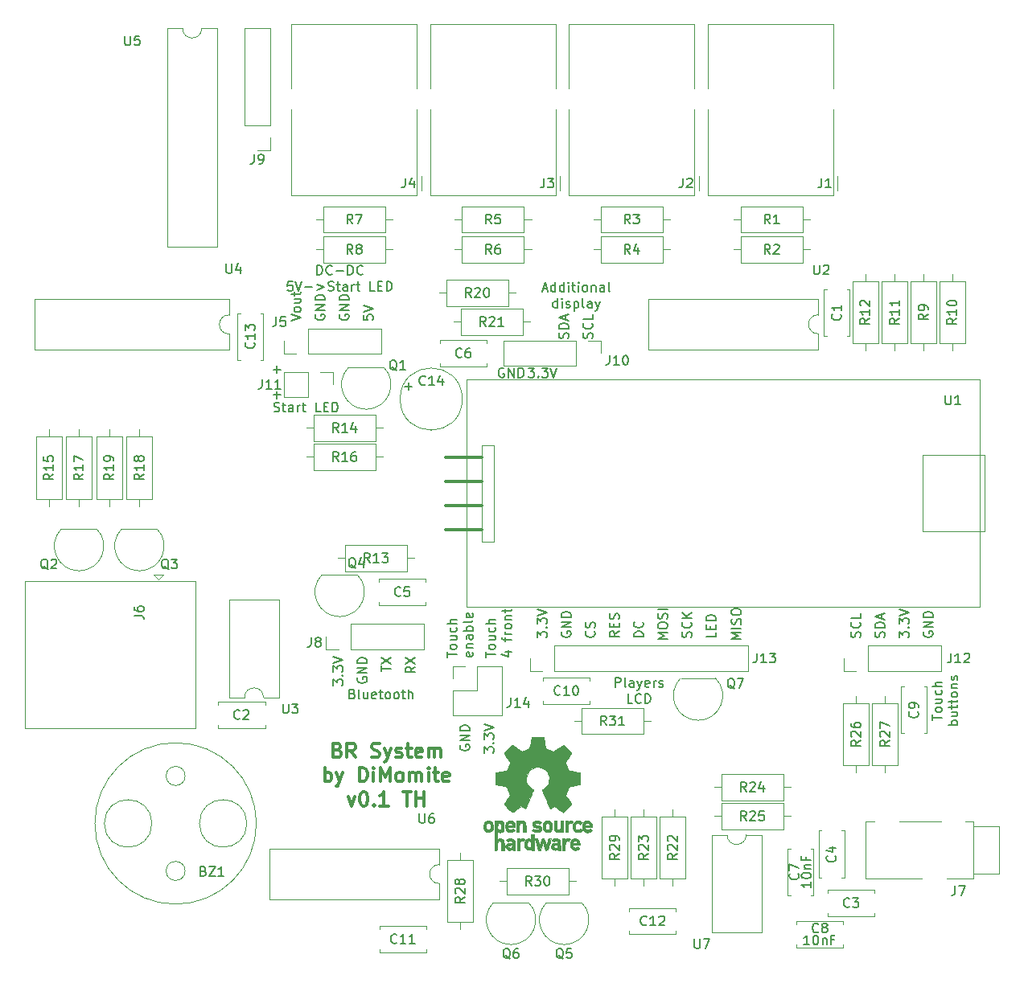
<source format=gbr>
G04 #@! TF.GenerationSoftware,KiCad,Pcbnew,(5.1.0)-1*
G04 #@! TF.CreationDate,2019-07-07T19:09:18+02:00*
G04 #@! TF.ProjectId,dip_v1,6469705f-7631-42e6-9b69-6361645f7063,rev?*
G04 #@! TF.SameCoordinates,Original*
G04 #@! TF.FileFunction,Legend,Top*
G04 #@! TF.FilePolarity,Positive*
%FSLAX46Y46*%
G04 Gerber Fmt 4.6, Leading zero omitted, Abs format (unit mm)*
G04 Created by KiCad (PCBNEW (5.1.0)-1) date 2019-07-07 19:09:18*
%MOMM*%
%LPD*%
G04 APERTURE LIST*
%ADD10C,0.150000*%
%ADD11C,0.200000*%
%ADD12C,0.300000*%
%ADD13C,0.120000*%
%ADD14C,0.010000*%
%ADD15C,0.100000*%
%ADD16C,1.702000*%
%ADD17O,1.802000X1.802000*%
%ADD18R,1.802000X1.802000*%
%ADD19O,1.702000X1.702000*%
%ADD20R,1.152000X1.602000*%
%ADD21O,1.152000X1.602000*%
%ADD22C,1.902000*%
%ADD23R,1.702000X1.702000*%
%ADD24C,1.302000*%
%ADD25O,2.302000X1.702000*%
%ADD26C,1.602000*%
%ADD27R,1.602000X1.602000*%
%ADD28C,3.302000*%
%ADD29C,3.352000*%
%ADD30C,1.622000*%
%ADD31R,1.622000X1.622000*%
%ADD32C,1.626000*%
G04 APERTURE END LIST*
D10*
X76327047Y-86812428D02*
X77088952Y-86812428D01*
X76708000Y-87193380D02*
X76708000Y-86431476D01*
X76327047Y-89479428D02*
X77088952Y-89479428D01*
X76708000Y-89860380D02*
X76708000Y-89098476D01*
X90170047Y-88590428D02*
X90931952Y-88590428D01*
X90551000Y-88971380D02*
X90551000Y-88209476D01*
D11*
X76398857Y-91209761D02*
X76541714Y-91257380D01*
X76779809Y-91257380D01*
X76875047Y-91209761D01*
X76922666Y-91162142D01*
X76970285Y-91066904D01*
X76970285Y-90971666D01*
X76922666Y-90876428D01*
X76875047Y-90828809D01*
X76779809Y-90781190D01*
X76589333Y-90733571D01*
X76494095Y-90685952D01*
X76446476Y-90638333D01*
X76398857Y-90543095D01*
X76398857Y-90447857D01*
X76446476Y-90352619D01*
X76494095Y-90305000D01*
X76589333Y-90257380D01*
X76827428Y-90257380D01*
X76970285Y-90305000D01*
X77256000Y-90590714D02*
X77636952Y-90590714D01*
X77398857Y-90257380D02*
X77398857Y-91114523D01*
X77446476Y-91209761D01*
X77541714Y-91257380D01*
X77636952Y-91257380D01*
X78398857Y-91257380D02*
X78398857Y-90733571D01*
X78351238Y-90638333D01*
X78256000Y-90590714D01*
X78065523Y-90590714D01*
X77970285Y-90638333D01*
X78398857Y-91209761D02*
X78303619Y-91257380D01*
X78065523Y-91257380D01*
X77970285Y-91209761D01*
X77922666Y-91114523D01*
X77922666Y-91019285D01*
X77970285Y-90924047D01*
X78065523Y-90876428D01*
X78303619Y-90876428D01*
X78398857Y-90828809D01*
X78875047Y-91257380D02*
X78875047Y-90590714D01*
X78875047Y-90781190D02*
X78922666Y-90685952D01*
X78970285Y-90638333D01*
X79065523Y-90590714D01*
X79160761Y-90590714D01*
X79351238Y-90590714D02*
X79732190Y-90590714D01*
X79494095Y-90257380D02*
X79494095Y-91114523D01*
X79541714Y-91209761D01*
X79636952Y-91257380D01*
X79732190Y-91257380D01*
X81303619Y-91257380D02*
X80827428Y-91257380D01*
X80827428Y-90257380D01*
X81636952Y-90733571D02*
X81970285Y-90733571D01*
X82113142Y-91257380D02*
X81636952Y-91257380D01*
X81636952Y-90257380D01*
X82113142Y-90257380D01*
X82541714Y-91257380D02*
X82541714Y-90257380D01*
X82779809Y-90257380D01*
X82922666Y-90305000D01*
X83017904Y-90400238D01*
X83065523Y-90495476D01*
X83113142Y-90685952D01*
X83113142Y-90828809D01*
X83065523Y-91019285D01*
X83017904Y-91114523D01*
X82922666Y-91209761D01*
X82779809Y-91257380D01*
X82541714Y-91257380D01*
D12*
X83086428Y-126882857D02*
X83300714Y-126954285D01*
X83372142Y-127025714D01*
X83443571Y-127168571D01*
X83443571Y-127382857D01*
X83372142Y-127525714D01*
X83300714Y-127597142D01*
X83157857Y-127668571D01*
X82586428Y-127668571D01*
X82586428Y-126168571D01*
X83086428Y-126168571D01*
X83229285Y-126240000D01*
X83300714Y-126311428D01*
X83372142Y-126454285D01*
X83372142Y-126597142D01*
X83300714Y-126740000D01*
X83229285Y-126811428D01*
X83086428Y-126882857D01*
X82586428Y-126882857D01*
X84943571Y-127668571D02*
X84443571Y-126954285D01*
X84086428Y-127668571D02*
X84086428Y-126168571D01*
X84657857Y-126168571D01*
X84800714Y-126240000D01*
X84872142Y-126311428D01*
X84943571Y-126454285D01*
X84943571Y-126668571D01*
X84872142Y-126811428D01*
X84800714Y-126882857D01*
X84657857Y-126954285D01*
X84086428Y-126954285D01*
X86657857Y-127597142D02*
X86872142Y-127668571D01*
X87229285Y-127668571D01*
X87372142Y-127597142D01*
X87443571Y-127525714D01*
X87515000Y-127382857D01*
X87515000Y-127240000D01*
X87443571Y-127097142D01*
X87372142Y-127025714D01*
X87229285Y-126954285D01*
X86943571Y-126882857D01*
X86800714Y-126811428D01*
X86729285Y-126740000D01*
X86657857Y-126597142D01*
X86657857Y-126454285D01*
X86729285Y-126311428D01*
X86800714Y-126240000D01*
X86943571Y-126168571D01*
X87300714Y-126168571D01*
X87515000Y-126240000D01*
X88015000Y-126668571D02*
X88372142Y-127668571D01*
X88729285Y-126668571D02*
X88372142Y-127668571D01*
X88229285Y-128025714D01*
X88157857Y-128097142D01*
X88015000Y-128168571D01*
X89229285Y-127597142D02*
X89372142Y-127668571D01*
X89657857Y-127668571D01*
X89800714Y-127597142D01*
X89872142Y-127454285D01*
X89872142Y-127382857D01*
X89800714Y-127240000D01*
X89657857Y-127168571D01*
X89443571Y-127168571D01*
X89300714Y-127097142D01*
X89229285Y-126954285D01*
X89229285Y-126882857D01*
X89300714Y-126740000D01*
X89443571Y-126668571D01*
X89657857Y-126668571D01*
X89800714Y-126740000D01*
X90300714Y-126668571D02*
X90872142Y-126668571D01*
X90515000Y-126168571D02*
X90515000Y-127454285D01*
X90586428Y-127597142D01*
X90729285Y-127668571D01*
X90872142Y-127668571D01*
X91943571Y-127597142D02*
X91800714Y-127668571D01*
X91515000Y-127668571D01*
X91372142Y-127597142D01*
X91300714Y-127454285D01*
X91300714Y-126882857D01*
X91372142Y-126740000D01*
X91515000Y-126668571D01*
X91800714Y-126668571D01*
X91943571Y-126740000D01*
X92015000Y-126882857D01*
X92015000Y-127025714D01*
X91300714Y-127168571D01*
X92657857Y-127668571D02*
X92657857Y-126668571D01*
X92657857Y-126811428D02*
X92729285Y-126740000D01*
X92872142Y-126668571D01*
X93086428Y-126668571D01*
X93229285Y-126740000D01*
X93300714Y-126882857D01*
X93300714Y-127668571D01*
X93300714Y-126882857D02*
X93372142Y-126740000D01*
X93515000Y-126668571D01*
X93729285Y-126668571D01*
X93872142Y-126740000D01*
X93943571Y-126882857D01*
X93943571Y-127668571D01*
X81729285Y-130218571D02*
X81729285Y-128718571D01*
X81729285Y-129290000D02*
X81872142Y-129218571D01*
X82157857Y-129218571D01*
X82300714Y-129290000D01*
X82372142Y-129361428D01*
X82443571Y-129504285D01*
X82443571Y-129932857D01*
X82372142Y-130075714D01*
X82300714Y-130147142D01*
X82157857Y-130218571D01*
X81872142Y-130218571D01*
X81729285Y-130147142D01*
X82943571Y-129218571D02*
X83300714Y-130218571D01*
X83657857Y-129218571D02*
X83300714Y-130218571D01*
X83157857Y-130575714D01*
X83086428Y-130647142D01*
X82943571Y-130718571D01*
X85372142Y-130218571D02*
X85372142Y-128718571D01*
X85729285Y-128718571D01*
X85943571Y-128790000D01*
X86086428Y-128932857D01*
X86157857Y-129075714D01*
X86229285Y-129361428D01*
X86229285Y-129575714D01*
X86157857Y-129861428D01*
X86086428Y-130004285D01*
X85943571Y-130147142D01*
X85729285Y-130218571D01*
X85372142Y-130218571D01*
X86872142Y-130218571D02*
X86872142Y-129218571D01*
X86872142Y-128718571D02*
X86800714Y-128790000D01*
X86872142Y-128861428D01*
X86943571Y-128790000D01*
X86872142Y-128718571D01*
X86872142Y-128861428D01*
X87586428Y-130218571D02*
X87586428Y-128718571D01*
X88086428Y-129790000D01*
X88586428Y-128718571D01*
X88586428Y-130218571D01*
X89515000Y-130218571D02*
X89372142Y-130147142D01*
X89300714Y-130075714D01*
X89229285Y-129932857D01*
X89229285Y-129504285D01*
X89300714Y-129361428D01*
X89372142Y-129290000D01*
X89515000Y-129218571D01*
X89729285Y-129218571D01*
X89872142Y-129290000D01*
X89943571Y-129361428D01*
X90015000Y-129504285D01*
X90015000Y-129932857D01*
X89943571Y-130075714D01*
X89872142Y-130147142D01*
X89729285Y-130218571D01*
X89515000Y-130218571D01*
X90657857Y-130218571D02*
X90657857Y-129218571D01*
X90657857Y-129361428D02*
X90729285Y-129290000D01*
X90872142Y-129218571D01*
X91086428Y-129218571D01*
X91229285Y-129290000D01*
X91300714Y-129432857D01*
X91300714Y-130218571D01*
X91300714Y-129432857D02*
X91372142Y-129290000D01*
X91515000Y-129218571D01*
X91729285Y-129218571D01*
X91872142Y-129290000D01*
X91943571Y-129432857D01*
X91943571Y-130218571D01*
X92657857Y-130218571D02*
X92657857Y-129218571D01*
X92657857Y-128718571D02*
X92586428Y-128790000D01*
X92657857Y-128861428D01*
X92729285Y-128790000D01*
X92657857Y-128718571D01*
X92657857Y-128861428D01*
X93157857Y-129218571D02*
X93729285Y-129218571D01*
X93372142Y-128718571D02*
X93372142Y-130004285D01*
X93443571Y-130147142D01*
X93586428Y-130218571D01*
X93729285Y-130218571D01*
X94800714Y-130147142D02*
X94657857Y-130218571D01*
X94372142Y-130218571D01*
X94229285Y-130147142D01*
X94157857Y-130004285D01*
X94157857Y-129432857D01*
X94229285Y-129290000D01*
X94372142Y-129218571D01*
X94657857Y-129218571D01*
X94800714Y-129290000D01*
X94872142Y-129432857D01*
X94872142Y-129575714D01*
X94157857Y-129718571D01*
X84193571Y-131768571D02*
X84550714Y-132768571D01*
X84907857Y-131768571D01*
X85765000Y-131268571D02*
X85907857Y-131268571D01*
X86050714Y-131340000D01*
X86122142Y-131411428D01*
X86193571Y-131554285D01*
X86265000Y-131840000D01*
X86265000Y-132197142D01*
X86193571Y-132482857D01*
X86122142Y-132625714D01*
X86050714Y-132697142D01*
X85907857Y-132768571D01*
X85765000Y-132768571D01*
X85622142Y-132697142D01*
X85550714Y-132625714D01*
X85479285Y-132482857D01*
X85407857Y-132197142D01*
X85407857Y-131840000D01*
X85479285Y-131554285D01*
X85550714Y-131411428D01*
X85622142Y-131340000D01*
X85765000Y-131268571D01*
X86907857Y-132625714D02*
X86979285Y-132697142D01*
X86907857Y-132768571D01*
X86836428Y-132697142D01*
X86907857Y-132625714D01*
X86907857Y-132768571D01*
X88407857Y-132768571D02*
X87550714Y-132768571D01*
X87979285Y-132768571D02*
X87979285Y-131268571D01*
X87836428Y-131482857D01*
X87693571Y-131625714D01*
X87550714Y-131697142D01*
X89979285Y-131268571D02*
X90836428Y-131268571D01*
X90407857Y-132768571D02*
X90407857Y-131268571D01*
X91336428Y-132768571D02*
X91336428Y-131268571D01*
X91336428Y-131982857D02*
X92193571Y-131982857D01*
X92193571Y-132768571D02*
X92193571Y-131268571D01*
D11*
X91257380Y-118112857D02*
X90781190Y-118446190D01*
X91257380Y-118684285D02*
X90257380Y-118684285D01*
X90257380Y-118303333D01*
X90305000Y-118208095D01*
X90352619Y-118160476D01*
X90447857Y-118112857D01*
X90590714Y-118112857D01*
X90685952Y-118160476D01*
X90733571Y-118208095D01*
X90781190Y-118303333D01*
X90781190Y-118684285D01*
X90257380Y-117779523D02*
X91257380Y-117112857D01*
X90257380Y-117112857D02*
X91257380Y-117779523D01*
X87717380Y-118589047D02*
X87717380Y-118017619D01*
X88717380Y-118303333D02*
X87717380Y-118303333D01*
X87717380Y-117779523D02*
X88717380Y-117112857D01*
X87717380Y-117112857D02*
X88717380Y-117779523D01*
X85225000Y-119255714D02*
X85177380Y-119350952D01*
X85177380Y-119493809D01*
X85225000Y-119636666D01*
X85320238Y-119731904D01*
X85415476Y-119779523D01*
X85605952Y-119827142D01*
X85748809Y-119827142D01*
X85939285Y-119779523D01*
X86034523Y-119731904D01*
X86129761Y-119636666D01*
X86177380Y-119493809D01*
X86177380Y-119398571D01*
X86129761Y-119255714D01*
X86082142Y-119208095D01*
X85748809Y-119208095D01*
X85748809Y-119398571D01*
X86177380Y-118779523D02*
X85177380Y-118779523D01*
X86177380Y-118208095D01*
X85177380Y-118208095D01*
X86177380Y-117731904D02*
X85177380Y-117731904D01*
X85177380Y-117493809D01*
X85225000Y-117350952D01*
X85320238Y-117255714D01*
X85415476Y-117208095D01*
X85605952Y-117160476D01*
X85748809Y-117160476D01*
X85939285Y-117208095D01*
X86034523Y-117255714D01*
X86129761Y-117350952D01*
X86177380Y-117493809D01*
X86177380Y-117731904D01*
X82637380Y-120065238D02*
X82637380Y-119446190D01*
X83018333Y-119779523D01*
X83018333Y-119636666D01*
X83065952Y-119541428D01*
X83113571Y-119493809D01*
X83208809Y-119446190D01*
X83446904Y-119446190D01*
X83542142Y-119493809D01*
X83589761Y-119541428D01*
X83637380Y-119636666D01*
X83637380Y-119922380D01*
X83589761Y-120017619D01*
X83542142Y-120065238D01*
X83542142Y-119017619D02*
X83589761Y-118970000D01*
X83637380Y-119017619D01*
X83589761Y-119065238D01*
X83542142Y-119017619D01*
X83637380Y-119017619D01*
X82637380Y-118636666D02*
X82637380Y-118017619D01*
X83018333Y-118350952D01*
X83018333Y-118208095D01*
X83065952Y-118112857D01*
X83113571Y-118065238D01*
X83208809Y-118017619D01*
X83446904Y-118017619D01*
X83542142Y-118065238D01*
X83589761Y-118112857D01*
X83637380Y-118208095D01*
X83637380Y-118493809D01*
X83589761Y-118589047D01*
X83542142Y-118636666D01*
X82637380Y-117731904D02*
X83637380Y-117398571D01*
X82637380Y-117065238D01*
X84630000Y-120959571D02*
X84772857Y-121007190D01*
X84820476Y-121054809D01*
X84868095Y-121150047D01*
X84868095Y-121292904D01*
X84820476Y-121388142D01*
X84772857Y-121435761D01*
X84677619Y-121483380D01*
X84296666Y-121483380D01*
X84296666Y-120483380D01*
X84630000Y-120483380D01*
X84725238Y-120531000D01*
X84772857Y-120578619D01*
X84820476Y-120673857D01*
X84820476Y-120769095D01*
X84772857Y-120864333D01*
X84725238Y-120911952D01*
X84630000Y-120959571D01*
X84296666Y-120959571D01*
X85439523Y-121483380D02*
X85344285Y-121435761D01*
X85296666Y-121340523D01*
X85296666Y-120483380D01*
X86249047Y-120816714D02*
X86249047Y-121483380D01*
X85820476Y-120816714D02*
X85820476Y-121340523D01*
X85868095Y-121435761D01*
X85963333Y-121483380D01*
X86106190Y-121483380D01*
X86201428Y-121435761D01*
X86249047Y-121388142D01*
X87106190Y-121435761D02*
X87010952Y-121483380D01*
X86820476Y-121483380D01*
X86725238Y-121435761D01*
X86677619Y-121340523D01*
X86677619Y-120959571D01*
X86725238Y-120864333D01*
X86820476Y-120816714D01*
X87010952Y-120816714D01*
X87106190Y-120864333D01*
X87153809Y-120959571D01*
X87153809Y-121054809D01*
X86677619Y-121150047D01*
X87439523Y-120816714D02*
X87820476Y-120816714D01*
X87582380Y-120483380D02*
X87582380Y-121340523D01*
X87630000Y-121435761D01*
X87725238Y-121483380D01*
X87820476Y-121483380D01*
X88296666Y-121483380D02*
X88201428Y-121435761D01*
X88153809Y-121388142D01*
X88106190Y-121292904D01*
X88106190Y-121007190D01*
X88153809Y-120911952D01*
X88201428Y-120864333D01*
X88296666Y-120816714D01*
X88439523Y-120816714D01*
X88534761Y-120864333D01*
X88582380Y-120911952D01*
X88630000Y-121007190D01*
X88630000Y-121292904D01*
X88582380Y-121388142D01*
X88534761Y-121435761D01*
X88439523Y-121483380D01*
X88296666Y-121483380D01*
X89201428Y-121483380D02*
X89106190Y-121435761D01*
X89058571Y-121388142D01*
X89010952Y-121292904D01*
X89010952Y-121007190D01*
X89058571Y-120911952D01*
X89106190Y-120864333D01*
X89201428Y-120816714D01*
X89344285Y-120816714D01*
X89439523Y-120864333D01*
X89487142Y-120911952D01*
X89534761Y-121007190D01*
X89534761Y-121292904D01*
X89487142Y-121388142D01*
X89439523Y-121435761D01*
X89344285Y-121483380D01*
X89201428Y-121483380D01*
X89820476Y-120816714D02*
X90201428Y-120816714D01*
X89963333Y-120483380D02*
X89963333Y-121340523D01*
X90010952Y-121435761D01*
X90106190Y-121483380D01*
X90201428Y-121483380D01*
X90534761Y-121483380D02*
X90534761Y-120483380D01*
X90963333Y-121483380D02*
X90963333Y-120959571D01*
X90915714Y-120864333D01*
X90820476Y-120816714D01*
X90677619Y-120816714D01*
X90582380Y-120864333D01*
X90534761Y-120911952D01*
X78192380Y-81689761D02*
X79192380Y-81356428D01*
X78192380Y-81023095D01*
X79192380Y-80546904D02*
X79144761Y-80642142D01*
X79097142Y-80689761D01*
X79001904Y-80737380D01*
X78716190Y-80737380D01*
X78620952Y-80689761D01*
X78573333Y-80642142D01*
X78525714Y-80546904D01*
X78525714Y-80404047D01*
X78573333Y-80308809D01*
X78620952Y-80261190D01*
X78716190Y-80213571D01*
X79001904Y-80213571D01*
X79097142Y-80261190D01*
X79144761Y-80308809D01*
X79192380Y-80404047D01*
X79192380Y-80546904D01*
X78525714Y-79356428D02*
X79192380Y-79356428D01*
X78525714Y-79785000D02*
X79049523Y-79785000D01*
X79144761Y-79737380D01*
X79192380Y-79642142D01*
X79192380Y-79499285D01*
X79144761Y-79404047D01*
X79097142Y-79356428D01*
X78525714Y-79023095D02*
X78525714Y-78642142D01*
X78192380Y-78880238D02*
X79049523Y-78880238D01*
X79144761Y-78832619D01*
X79192380Y-78737380D01*
X79192380Y-78642142D01*
X80780000Y-81023095D02*
X80732380Y-81118333D01*
X80732380Y-81261190D01*
X80780000Y-81404047D01*
X80875238Y-81499285D01*
X80970476Y-81546904D01*
X81160952Y-81594523D01*
X81303809Y-81594523D01*
X81494285Y-81546904D01*
X81589523Y-81499285D01*
X81684761Y-81404047D01*
X81732380Y-81261190D01*
X81732380Y-81165952D01*
X81684761Y-81023095D01*
X81637142Y-80975476D01*
X81303809Y-80975476D01*
X81303809Y-81165952D01*
X81732380Y-80546904D02*
X80732380Y-80546904D01*
X81732380Y-79975476D01*
X80732380Y-79975476D01*
X81732380Y-79499285D02*
X80732380Y-79499285D01*
X80732380Y-79261190D01*
X80780000Y-79118333D01*
X80875238Y-79023095D01*
X80970476Y-78975476D01*
X81160952Y-78927857D01*
X81303809Y-78927857D01*
X81494285Y-78975476D01*
X81589523Y-79023095D01*
X81684761Y-79118333D01*
X81732380Y-79261190D01*
X81732380Y-79499285D01*
X83320000Y-81023095D02*
X83272380Y-81118333D01*
X83272380Y-81261190D01*
X83320000Y-81404047D01*
X83415238Y-81499285D01*
X83510476Y-81546904D01*
X83700952Y-81594523D01*
X83843809Y-81594523D01*
X84034285Y-81546904D01*
X84129523Y-81499285D01*
X84224761Y-81404047D01*
X84272380Y-81261190D01*
X84272380Y-81165952D01*
X84224761Y-81023095D01*
X84177142Y-80975476D01*
X83843809Y-80975476D01*
X83843809Y-81165952D01*
X84272380Y-80546904D02*
X83272380Y-80546904D01*
X84272380Y-79975476D01*
X83272380Y-79975476D01*
X84272380Y-79499285D02*
X83272380Y-79499285D01*
X83272380Y-79261190D01*
X83320000Y-79118333D01*
X83415238Y-79023095D01*
X83510476Y-78975476D01*
X83700952Y-78927857D01*
X83843809Y-78927857D01*
X84034285Y-78975476D01*
X84129523Y-79023095D01*
X84224761Y-79118333D01*
X84272380Y-79261190D01*
X84272380Y-79499285D01*
X85812380Y-81070714D02*
X85812380Y-81546904D01*
X86288571Y-81594523D01*
X86240952Y-81546904D01*
X86193333Y-81451666D01*
X86193333Y-81213571D01*
X86240952Y-81118333D01*
X86288571Y-81070714D01*
X86383809Y-81023095D01*
X86621904Y-81023095D01*
X86717142Y-81070714D01*
X86764761Y-81118333D01*
X86812380Y-81213571D01*
X86812380Y-81451666D01*
X86764761Y-81546904D01*
X86717142Y-81594523D01*
X85812380Y-80737380D02*
X86812380Y-80404047D01*
X85812380Y-80070714D01*
X80931047Y-76818380D02*
X80931047Y-75818380D01*
X81169142Y-75818380D01*
X81312000Y-75866000D01*
X81407238Y-75961238D01*
X81454857Y-76056476D01*
X81502476Y-76246952D01*
X81502476Y-76389809D01*
X81454857Y-76580285D01*
X81407238Y-76675523D01*
X81312000Y-76770761D01*
X81169142Y-76818380D01*
X80931047Y-76818380D01*
X82502476Y-76723142D02*
X82454857Y-76770761D01*
X82312000Y-76818380D01*
X82216761Y-76818380D01*
X82073904Y-76770761D01*
X81978666Y-76675523D01*
X81931047Y-76580285D01*
X81883428Y-76389809D01*
X81883428Y-76246952D01*
X81931047Y-76056476D01*
X81978666Y-75961238D01*
X82073904Y-75866000D01*
X82216761Y-75818380D01*
X82312000Y-75818380D01*
X82454857Y-75866000D01*
X82502476Y-75913619D01*
X82931047Y-76437428D02*
X83692952Y-76437428D01*
X84169142Y-76818380D02*
X84169142Y-75818380D01*
X84407238Y-75818380D01*
X84550095Y-75866000D01*
X84645333Y-75961238D01*
X84692952Y-76056476D01*
X84740571Y-76246952D01*
X84740571Y-76389809D01*
X84692952Y-76580285D01*
X84645333Y-76675523D01*
X84550095Y-76770761D01*
X84407238Y-76818380D01*
X84169142Y-76818380D01*
X85740571Y-76723142D02*
X85692952Y-76770761D01*
X85550095Y-76818380D01*
X85454857Y-76818380D01*
X85312000Y-76770761D01*
X85216761Y-76675523D01*
X85169142Y-76580285D01*
X85121523Y-76389809D01*
X85121523Y-76246952D01*
X85169142Y-76056476D01*
X85216761Y-75961238D01*
X85312000Y-75866000D01*
X85454857Y-75818380D01*
X85550095Y-75818380D01*
X85692952Y-75866000D01*
X85740571Y-75913619D01*
X78335809Y-77518380D02*
X77859619Y-77518380D01*
X77812000Y-77994571D01*
X77859619Y-77946952D01*
X77954857Y-77899333D01*
X78192952Y-77899333D01*
X78288190Y-77946952D01*
X78335809Y-77994571D01*
X78383428Y-78089809D01*
X78383428Y-78327904D01*
X78335809Y-78423142D01*
X78288190Y-78470761D01*
X78192952Y-78518380D01*
X77954857Y-78518380D01*
X77859619Y-78470761D01*
X77812000Y-78423142D01*
X78669142Y-77518380D02*
X79002476Y-78518380D01*
X79335809Y-77518380D01*
X79669142Y-78137428D02*
X80431047Y-78137428D01*
X80907238Y-77851714D02*
X81669142Y-78137428D01*
X80907238Y-78423142D01*
X82097714Y-78470761D02*
X82240571Y-78518380D01*
X82478666Y-78518380D01*
X82573904Y-78470761D01*
X82621523Y-78423142D01*
X82669142Y-78327904D01*
X82669142Y-78232666D01*
X82621523Y-78137428D01*
X82573904Y-78089809D01*
X82478666Y-78042190D01*
X82288190Y-77994571D01*
X82192952Y-77946952D01*
X82145333Y-77899333D01*
X82097714Y-77804095D01*
X82097714Y-77708857D01*
X82145333Y-77613619D01*
X82192952Y-77566000D01*
X82288190Y-77518380D01*
X82526285Y-77518380D01*
X82669142Y-77566000D01*
X82954857Y-77851714D02*
X83335809Y-77851714D01*
X83097714Y-77518380D02*
X83097714Y-78375523D01*
X83145333Y-78470761D01*
X83240571Y-78518380D01*
X83335809Y-78518380D01*
X84097714Y-78518380D02*
X84097714Y-77994571D01*
X84050095Y-77899333D01*
X83954857Y-77851714D01*
X83764380Y-77851714D01*
X83669142Y-77899333D01*
X84097714Y-78470761D02*
X84002476Y-78518380D01*
X83764380Y-78518380D01*
X83669142Y-78470761D01*
X83621523Y-78375523D01*
X83621523Y-78280285D01*
X83669142Y-78185047D01*
X83764380Y-78137428D01*
X84002476Y-78137428D01*
X84097714Y-78089809D01*
X84573904Y-78518380D02*
X84573904Y-77851714D01*
X84573904Y-78042190D02*
X84621523Y-77946952D01*
X84669142Y-77899333D01*
X84764380Y-77851714D01*
X84859619Y-77851714D01*
X85050095Y-77851714D02*
X85431047Y-77851714D01*
X85192952Y-77518380D02*
X85192952Y-78375523D01*
X85240571Y-78470761D01*
X85335809Y-78518380D01*
X85431047Y-78518380D01*
X87002476Y-78518380D02*
X86526285Y-78518380D01*
X86526285Y-77518380D01*
X87335809Y-77994571D02*
X87669142Y-77994571D01*
X87812000Y-78518380D02*
X87335809Y-78518380D01*
X87335809Y-77518380D01*
X87812000Y-77518380D01*
X88240571Y-78518380D02*
X88240571Y-77518380D01*
X88478666Y-77518380D01*
X88621523Y-77566000D01*
X88716761Y-77661238D01*
X88764380Y-77756476D01*
X88812000Y-77946952D01*
X88812000Y-78089809D01*
X88764380Y-78280285D01*
X88716761Y-78375523D01*
X88621523Y-78470761D01*
X88478666Y-78518380D01*
X88240571Y-78518380D01*
X104680190Y-78310666D02*
X105156380Y-78310666D01*
X104584952Y-78596380D02*
X104918285Y-77596380D01*
X105251619Y-78596380D01*
X106013523Y-78596380D02*
X106013523Y-77596380D01*
X106013523Y-78548761D02*
X105918285Y-78596380D01*
X105727809Y-78596380D01*
X105632571Y-78548761D01*
X105584952Y-78501142D01*
X105537333Y-78405904D01*
X105537333Y-78120190D01*
X105584952Y-78024952D01*
X105632571Y-77977333D01*
X105727809Y-77929714D01*
X105918285Y-77929714D01*
X106013523Y-77977333D01*
X106918285Y-78596380D02*
X106918285Y-77596380D01*
X106918285Y-78548761D02*
X106823047Y-78596380D01*
X106632571Y-78596380D01*
X106537333Y-78548761D01*
X106489714Y-78501142D01*
X106442095Y-78405904D01*
X106442095Y-78120190D01*
X106489714Y-78024952D01*
X106537333Y-77977333D01*
X106632571Y-77929714D01*
X106823047Y-77929714D01*
X106918285Y-77977333D01*
X107394476Y-78596380D02*
X107394476Y-77929714D01*
X107394476Y-77596380D02*
X107346857Y-77644000D01*
X107394476Y-77691619D01*
X107442095Y-77644000D01*
X107394476Y-77596380D01*
X107394476Y-77691619D01*
X107727809Y-77929714D02*
X108108761Y-77929714D01*
X107870666Y-77596380D02*
X107870666Y-78453523D01*
X107918285Y-78548761D01*
X108013523Y-78596380D01*
X108108761Y-78596380D01*
X108442095Y-78596380D02*
X108442095Y-77929714D01*
X108442095Y-77596380D02*
X108394476Y-77644000D01*
X108442095Y-77691619D01*
X108489714Y-77644000D01*
X108442095Y-77596380D01*
X108442095Y-77691619D01*
X109061142Y-78596380D02*
X108965904Y-78548761D01*
X108918285Y-78501142D01*
X108870666Y-78405904D01*
X108870666Y-78120190D01*
X108918285Y-78024952D01*
X108965904Y-77977333D01*
X109061142Y-77929714D01*
X109204000Y-77929714D01*
X109299238Y-77977333D01*
X109346857Y-78024952D01*
X109394476Y-78120190D01*
X109394476Y-78405904D01*
X109346857Y-78501142D01*
X109299238Y-78548761D01*
X109204000Y-78596380D01*
X109061142Y-78596380D01*
X109823047Y-77929714D02*
X109823047Y-78596380D01*
X109823047Y-78024952D02*
X109870666Y-77977333D01*
X109965904Y-77929714D01*
X110108761Y-77929714D01*
X110204000Y-77977333D01*
X110251619Y-78072571D01*
X110251619Y-78596380D01*
X111156380Y-78596380D02*
X111156380Y-78072571D01*
X111108761Y-77977333D01*
X111013523Y-77929714D01*
X110823047Y-77929714D01*
X110727809Y-77977333D01*
X111156380Y-78548761D02*
X111061142Y-78596380D01*
X110823047Y-78596380D01*
X110727809Y-78548761D01*
X110680190Y-78453523D01*
X110680190Y-78358285D01*
X110727809Y-78263047D01*
X110823047Y-78215428D01*
X111061142Y-78215428D01*
X111156380Y-78167809D01*
X111775428Y-78596380D02*
X111680190Y-78548761D01*
X111632571Y-78453523D01*
X111632571Y-77596380D01*
X106227809Y-80296380D02*
X106227809Y-79296380D01*
X106227809Y-80248761D02*
X106132571Y-80296380D01*
X105942095Y-80296380D01*
X105846857Y-80248761D01*
X105799238Y-80201142D01*
X105751619Y-80105904D01*
X105751619Y-79820190D01*
X105799238Y-79724952D01*
X105846857Y-79677333D01*
X105942095Y-79629714D01*
X106132571Y-79629714D01*
X106227809Y-79677333D01*
X106704000Y-80296380D02*
X106704000Y-79629714D01*
X106704000Y-79296380D02*
X106656380Y-79344000D01*
X106704000Y-79391619D01*
X106751619Y-79344000D01*
X106704000Y-79296380D01*
X106704000Y-79391619D01*
X107132571Y-80248761D02*
X107227809Y-80296380D01*
X107418285Y-80296380D01*
X107513523Y-80248761D01*
X107561142Y-80153523D01*
X107561142Y-80105904D01*
X107513523Y-80010666D01*
X107418285Y-79963047D01*
X107275428Y-79963047D01*
X107180190Y-79915428D01*
X107132571Y-79820190D01*
X107132571Y-79772571D01*
X107180190Y-79677333D01*
X107275428Y-79629714D01*
X107418285Y-79629714D01*
X107513523Y-79677333D01*
X107989714Y-79629714D02*
X107989714Y-80629714D01*
X107989714Y-79677333D02*
X108084952Y-79629714D01*
X108275428Y-79629714D01*
X108370666Y-79677333D01*
X108418285Y-79724952D01*
X108465904Y-79820190D01*
X108465904Y-80105904D01*
X108418285Y-80201142D01*
X108370666Y-80248761D01*
X108275428Y-80296380D01*
X108084952Y-80296380D01*
X107989714Y-80248761D01*
X109037333Y-80296380D02*
X108942095Y-80248761D01*
X108894476Y-80153523D01*
X108894476Y-79296380D01*
X109846857Y-80296380D02*
X109846857Y-79772571D01*
X109799238Y-79677333D01*
X109704000Y-79629714D01*
X109513523Y-79629714D01*
X109418285Y-79677333D01*
X109846857Y-80248761D02*
X109751619Y-80296380D01*
X109513523Y-80296380D01*
X109418285Y-80248761D01*
X109370666Y-80153523D01*
X109370666Y-80058285D01*
X109418285Y-79963047D01*
X109513523Y-79915428D01*
X109751619Y-79915428D01*
X109846857Y-79867809D01*
X110227809Y-79629714D02*
X110465904Y-80296380D01*
X110704000Y-79629714D02*
X110465904Y-80296380D01*
X110370666Y-80534476D01*
X110323047Y-80582095D01*
X110227809Y-80629714D01*
X103171809Y-86637880D02*
X103790857Y-86637880D01*
X103457523Y-87018833D01*
X103600380Y-87018833D01*
X103695619Y-87066452D01*
X103743238Y-87114071D01*
X103790857Y-87209309D01*
X103790857Y-87447404D01*
X103743238Y-87542642D01*
X103695619Y-87590261D01*
X103600380Y-87637880D01*
X103314666Y-87637880D01*
X103219428Y-87590261D01*
X103171809Y-87542642D01*
X104219428Y-87542642D02*
X104267047Y-87590261D01*
X104219428Y-87637880D01*
X104171809Y-87590261D01*
X104219428Y-87542642D01*
X104219428Y-87637880D01*
X104600380Y-86637880D02*
X105219428Y-86637880D01*
X104886095Y-87018833D01*
X105028952Y-87018833D01*
X105124190Y-87066452D01*
X105171809Y-87114071D01*
X105219428Y-87209309D01*
X105219428Y-87447404D01*
X105171809Y-87542642D01*
X105124190Y-87590261D01*
X105028952Y-87637880D01*
X104743238Y-87637880D01*
X104648000Y-87590261D01*
X104600380Y-87542642D01*
X105505142Y-86637880D02*
X105838476Y-87637880D01*
X106171809Y-86637880D01*
X100584095Y-86685500D02*
X100488857Y-86637880D01*
X100346000Y-86637880D01*
X100203142Y-86685500D01*
X100107904Y-86780738D01*
X100060285Y-86875976D01*
X100012666Y-87066452D01*
X100012666Y-87209309D01*
X100060285Y-87399785D01*
X100107904Y-87495023D01*
X100203142Y-87590261D01*
X100346000Y-87637880D01*
X100441238Y-87637880D01*
X100584095Y-87590261D01*
X100631714Y-87542642D01*
X100631714Y-87209309D01*
X100441238Y-87209309D01*
X101060285Y-87637880D02*
X101060285Y-86637880D01*
X101631714Y-87637880D01*
X101631714Y-86637880D01*
X102107904Y-87637880D02*
X102107904Y-86637880D01*
X102346000Y-86637880D01*
X102488857Y-86685500D01*
X102584095Y-86780738D01*
X102631714Y-86875976D01*
X102679333Y-87066452D01*
X102679333Y-87209309D01*
X102631714Y-87399785D01*
X102584095Y-87495023D01*
X102488857Y-87590261D01*
X102346000Y-87637880D01*
X102107904Y-87637880D01*
X107338761Y-83499523D02*
X107386380Y-83356666D01*
X107386380Y-83118571D01*
X107338761Y-83023333D01*
X107291142Y-82975714D01*
X107195904Y-82928095D01*
X107100666Y-82928095D01*
X107005428Y-82975714D01*
X106957809Y-83023333D01*
X106910190Y-83118571D01*
X106862571Y-83309047D01*
X106814952Y-83404285D01*
X106767333Y-83451904D01*
X106672095Y-83499523D01*
X106576857Y-83499523D01*
X106481619Y-83451904D01*
X106434000Y-83404285D01*
X106386380Y-83309047D01*
X106386380Y-83070952D01*
X106434000Y-82928095D01*
X107386380Y-82499523D02*
X106386380Y-82499523D01*
X106386380Y-82261428D01*
X106434000Y-82118571D01*
X106529238Y-82023333D01*
X106624476Y-81975714D01*
X106814952Y-81928095D01*
X106957809Y-81928095D01*
X107148285Y-81975714D01*
X107243523Y-82023333D01*
X107338761Y-82118571D01*
X107386380Y-82261428D01*
X107386380Y-82499523D01*
X107100666Y-81547142D02*
X107100666Y-81070952D01*
X107386380Y-81642380D02*
X106386380Y-81309047D01*
X107386380Y-80975714D01*
X109878761Y-83499523D02*
X109926380Y-83356666D01*
X109926380Y-83118571D01*
X109878761Y-83023333D01*
X109831142Y-82975714D01*
X109735904Y-82928095D01*
X109640666Y-82928095D01*
X109545428Y-82975714D01*
X109497809Y-83023333D01*
X109450190Y-83118571D01*
X109402571Y-83309047D01*
X109354952Y-83404285D01*
X109307333Y-83451904D01*
X109212095Y-83499523D01*
X109116857Y-83499523D01*
X109021619Y-83451904D01*
X108974000Y-83404285D01*
X108926380Y-83309047D01*
X108926380Y-83070952D01*
X108974000Y-82928095D01*
X109831142Y-81928095D02*
X109878761Y-81975714D01*
X109926380Y-82118571D01*
X109926380Y-82213809D01*
X109878761Y-82356666D01*
X109783523Y-82451904D01*
X109688285Y-82499523D01*
X109497809Y-82547142D01*
X109354952Y-82547142D01*
X109164476Y-82499523D01*
X109069238Y-82451904D01*
X108974000Y-82356666D01*
X108926380Y-82213809D01*
X108926380Y-82118571D01*
X108974000Y-81975714D01*
X109021619Y-81928095D01*
X109926380Y-81023333D02*
X109926380Y-81499523D01*
X108926380Y-81499523D01*
X96020000Y-126367714D02*
X95972380Y-126462952D01*
X95972380Y-126605809D01*
X96020000Y-126748666D01*
X96115238Y-126843904D01*
X96210476Y-126891523D01*
X96400952Y-126939142D01*
X96543809Y-126939142D01*
X96734285Y-126891523D01*
X96829523Y-126843904D01*
X96924761Y-126748666D01*
X96972380Y-126605809D01*
X96972380Y-126510571D01*
X96924761Y-126367714D01*
X96877142Y-126320095D01*
X96543809Y-126320095D01*
X96543809Y-126510571D01*
X96972380Y-125891523D02*
X95972380Y-125891523D01*
X96972380Y-125320095D01*
X95972380Y-125320095D01*
X96972380Y-124843904D02*
X95972380Y-124843904D01*
X95972380Y-124605809D01*
X96020000Y-124462952D01*
X96115238Y-124367714D01*
X96210476Y-124320095D01*
X96400952Y-124272476D01*
X96543809Y-124272476D01*
X96734285Y-124320095D01*
X96829523Y-124367714D01*
X96924761Y-124462952D01*
X96972380Y-124605809D01*
X96972380Y-124843904D01*
X98512380Y-127177238D02*
X98512380Y-126558190D01*
X98893333Y-126891523D01*
X98893333Y-126748666D01*
X98940952Y-126653428D01*
X98988571Y-126605809D01*
X99083809Y-126558190D01*
X99321904Y-126558190D01*
X99417142Y-126605809D01*
X99464761Y-126653428D01*
X99512380Y-126748666D01*
X99512380Y-127034380D01*
X99464761Y-127129619D01*
X99417142Y-127177238D01*
X99417142Y-126129619D02*
X99464761Y-126082000D01*
X99512380Y-126129619D01*
X99464761Y-126177238D01*
X99417142Y-126129619D01*
X99512380Y-126129619D01*
X98512380Y-125748666D02*
X98512380Y-125129619D01*
X98893333Y-125462952D01*
X98893333Y-125320095D01*
X98940952Y-125224857D01*
X98988571Y-125177238D01*
X99083809Y-125129619D01*
X99321904Y-125129619D01*
X99417142Y-125177238D01*
X99464761Y-125224857D01*
X99512380Y-125320095D01*
X99512380Y-125605809D01*
X99464761Y-125701047D01*
X99417142Y-125748666D01*
X98512380Y-124843904D02*
X99512380Y-124510571D01*
X98512380Y-124177238D01*
X94614380Y-117122761D02*
X94614380Y-116551333D01*
X95614380Y-116837047D02*
X94614380Y-116837047D01*
X95614380Y-116075142D02*
X95566761Y-116170380D01*
X95519142Y-116218000D01*
X95423904Y-116265619D01*
X95138190Y-116265619D01*
X95042952Y-116218000D01*
X94995333Y-116170380D01*
X94947714Y-116075142D01*
X94947714Y-115932285D01*
X94995333Y-115837047D01*
X95042952Y-115789428D01*
X95138190Y-115741809D01*
X95423904Y-115741809D01*
X95519142Y-115789428D01*
X95566761Y-115837047D01*
X95614380Y-115932285D01*
X95614380Y-116075142D01*
X94947714Y-114884666D02*
X95614380Y-114884666D01*
X94947714Y-115313238D02*
X95471523Y-115313238D01*
X95566761Y-115265619D01*
X95614380Y-115170380D01*
X95614380Y-115027523D01*
X95566761Y-114932285D01*
X95519142Y-114884666D01*
X95566761Y-113979904D02*
X95614380Y-114075142D01*
X95614380Y-114265619D01*
X95566761Y-114360857D01*
X95519142Y-114408476D01*
X95423904Y-114456095D01*
X95138190Y-114456095D01*
X95042952Y-114408476D01*
X94995333Y-114360857D01*
X94947714Y-114265619D01*
X94947714Y-114075142D01*
X94995333Y-113979904D01*
X95614380Y-113551333D02*
X94614380Y-113551333D01*
X95614380Y-113122761D02*
X95090571Y-113122761D01*
X94995333Y-113170380D01*
X94947714Y-113265619D01*
X94947714Y-113408476D01*
X94995333Y-113503714D01*
X95042952Y-113551333D01*
X97266761Y-116598952D02*
X97314380Y-116694190D01*
X97314380Y-116884666D01*
X97266761Y-116979904D01*
X97171523Y-117027523D01*
X96790571Y-117027523D01*
X96695333Y-116979904D01*
X96647714Y-116884666D01*
X96647714Y-116694190D01*
X96695333Y-116598952D01*
X96790571Y-116551333D01*
X96885809Y-116551333D01*
X96981047Y-117027523D01*
X96647714Y-116122761D02*
X97314380Y-116122761D01*
X96742952Y-116122761D02*
X96695333Y-116075142D01*
X96647714Y-115979904D01*
X96647714Y-115837047D01*
X96695333Y-115741809D01*
X96790571Y-115694190D01*
X97314380Y-115694190D01*
X97314380Y-114789428D02*
X96790571Y-114789428D01*
X96695333Y-114837047D01*
X96647714Y-114932285D01*
X96647714Y-115122761D01*
X96695333Y-115218000D01*
X97266761Y-114789428D02*
X97314380Y-114884666D01*
X97314380Y-115122761D01*
X97266761Y-115218000D01*
X97171523Y-115265619D01*
X97076285Y-115265619D01*
X96981047Y-115218000D01*
X96933428Y-115122761D01*
X96933428Y-114884666D01*
X96885809Y-114789428D01*
X97314380Y-114313238D02*
X96314380Y-114313238D01*
X96695333Y-114313238D02*
X96647714Y-114218000D01*
X96647714Y-114027523D01*
X96695333Y-113932285D01*
X96742952Y-113884666D01*
X96838190Y-113837047D01*
X97123904Y-113837047D01*
X97219142Y-113884666D01*
X97266761Y-113932285D01*
X97314380Y-114027523D01*
X97314380Y-114218000D01*
X97266761Y-114313238D01*
X97314380Y-113265619D02*
X97266761Y-113360857D01*
X97171523Y-113408476D01*
X96314380Y-113408476D01*
X97266761Y-112503714D02*
X97314380Y-112598952D01*
X97314380Y-112789428D01*
X97266761Y-112884666D01*
X97171523Y-112932285D01*
X96790571Y-112932285D01*
X96695333Y-112884666D01*
X96647714Y-112789428D01*
X96647714Y-112598952D01*
X96695333Y-112503714D01*
X96790571Y-112456095D01*
X96885809Y-112456095D01*
X96981047Y-112932285D01*
X98678380Y-117122761D02*
X98678380Y-116551333D01*
X99678380Y-116837047D02*
X98678380Y-116837047D01*
X99678380Y-116075142D02*
X99630761Y-116170380D01*
X99583142Y-116218000D01*
X99487904Y-116265619D01*
X99202190Y-116265619D01*
X99106952Y-116218000D01*
X99059333Y-116170380D01*
X99011714Y-116075142D01*
X99011714Y-115932285D01*
X99059333Y-115837047D01*
X99106952Y-115789428D01*
X99202190Y-115741809D01*
X99487904Y-115741809D01*
X99583142Y-115789428D01*
X99630761Y-115837047D01*
X99678380Y-115932285D01*
X99678380Y-116075142D01*
X99011714Y-114884666D02*
X99678380Y-114884666D01*
X99011714Y-115313238D02*
X99535523Y-115313238D01*
X99630761Y-115265619D01*
X99678380Y-115170380D01*
X99678380Y-115027523D01*
X99630761Y-114932285D01*
X99583142Y-114884666D01*
X99630761Y-113979904D02*
X99678380Y-114075142D01*
X99678380Y-114265619D01*
X99630761Y-114360857D01*
X99583142Y-114408476D01*
X99487904Y-114456095D01*
X99202190Y-114456095D01*
X99106952Y-114408476D01*
X99059333Y-114360857D01*
X99011714Y-114265619D01*
X99011714Y-114075142D01*
X99059333Y-113979904D01*
X99678380Y-113551333D02*
X98678380Y-113551333D01*
X99678380Y-113122761D02*
X99154571Y-113122761D01*
X99059333Y-113170380D01*
X99011714Y-113265619D01*
X99011714Y-113408476D01*
X99059333Y-113503714D01*
X99106952Y-113551333D01*
X100711714Y-116551333D02*
X101378380Y-116551333D01*
X100330761Y-116789428D02*
X101045047Y-117027523D01*
X101045047Y-116408476D01*
X100711714Y-115408476D02*
X100711714Y-115027523D01*
X101378380Y-115265619D02*
X100521238Y-115265619D01*
X100426000Y-115218000D01*
X100378380Y-115122761D01*
X100378380Y-115027523D01*
X101378380Y-114694190D02*
X100711714Y-114694190D01*
X100902190Y-114694190D02*
X100806952Y-114646571D01*
X100759333Y-114598952D01*
X100711714Y-114503714D01*
X100711714Y-114408476D01*
X101378380Y-113932285D02*
X101330761Y-114027523D01*
X101283142Y-114075142D01*
X101187904Y-114122761D01*
X100902190Y-114122761D01*
X100806952Y-114075142D01*
X100759333Y-114027523D01*
X100711714Y-113932285D01*
X100711714Y-113789428D01*
X100759333Y-113694190D01*
X100806952Y-113646571D01*
X100902190Y-113598952D01*
X101187904Y-113598952D01*
X101283142Y-113646571D01*
X101330761Y-113694190D01*
X101378380Y-113789428D01*
X101378380Y-113932285D01*
X100711714Y-113170380D02*
X101378380Y-113170380D01*
X100806952Y-113170380D02*
X100759333Y-113122761D01*
X100711714Y-113027523D01*
X100711714Y-112884666D01*
X100759333Y-112789428D01*
X100854571Y-112741809D01*
X101378380Y-112741809D01*
X100711714Y-112408476D02*
X100711714Y-112027523D01*
X100378380Y-112265619D02*
X101235523Y-112265619D01*
X101330761Y-112218000D01*
X101378380Y-112122761D01*
X101378380Y-112027523D01*
X112308000Y-120252380D02*
X112308000Y-119252380D01*
X112688952Y-119252380D01*
X112784190Y-119300000D01*
X112831809Y-119347619D01*
X112879428Y-119442857D01*
X112879428Y-119585714D01*
X112831809Y-119680952D01*
X112784190Y-119728571D01*
X112688952Y-119776190D01*
X112308000Y-119776190D01*
X113450857Y-120252380D02*
X113355619Y-120204761D01*
X113308000Y-120109523D01*
X113308000Y-119252380D01*
X114260380Y-120252380D02*
X114260380Y-119728571D01*
X114212761Y-119633333D01*
X114117523Y-119585714D01*
X113927047Y-119585714D01*
X113831809Y-119633333D01*
X114260380Y-120204761D02*
X114165142Y-120252380D01*
X113927047Y-120252380D01*
X113831809Y-120204761D01*
X113784190Y-120109523D01*
X113784190Y-120014285D01*
X113831809Y-119919047D01*
X113927047Y-119871428D01*
X114165142Y-119871428D01*
X114260380Y-119823809D01*
X114641333Y-119585714D02*
X114879428Y-120252380D01*
X115117523Y-119585714D02*
X114879428Y-120252380D01*
X114784190Y-120490476D01*
X114736571Y-120538095D01*
X114641333Y-120585714D01*
X115879428Y-120204761D02*
X115784190Y-120252380D01*
X115593714Y-120252380D01*
X115498476Y-120204761D01*
X115450857Y-120109523D01*
X115450857Y-119728571D01*
X115498476Y-119633333D01*
X115593714Y-119585714D01*
X115784190Y-119585714D01*
X115879428Y-119633333D01*
X115927047Y-119728571D01*
X115927047Y-119823809D01*
X115450857Y-119919047D01*
X116355619Y-120252380D02*
X116355619Y-119585714D01*
X116355619Y-119776190D02*
X116403238Y-119680952D01*
X116450857Y-119633333D01*
X116546095Y-119585714D01*
X116641333Y-119585714D01*
X116927047Y-120204761D02*
X117022285Y-120252380D01*
X117212761Y-120252380D01*
X117308000Y-120204761D01*
X117355619Y-120109523D01*
X117355619Y-120061904D01*
X117308000Y-119966666D01*
X117212761Y-119919047D01*
X117069904Y-119919047D01*
X116974666Y-119871428D01*
X116927047Y-119776190D01*
X116927047Y-119728571D01*
X116974666Y-119633333D01*
X117069904Y-119585714D01*
X117212761Y-119585714D01*
X117308000Y-119633333D01*
X114117523Y-121952380D02*
X113641333Y-121952380D01*
X113641333Y-120952380D01*
X115022285Y-121857142D02*
X114974666Y-121904761D01*
X114831809Y-121952380D01*
X114736571Y-121952380D01*
X114593714Y-121904761D01*
X114498476Y-121809523D01*
X114450857Y-121714285D01*
X114403238Y-121523809D01*
X114403238Y-121380952D01*
X114450857Y-121190476D01*
X114498476Y-121095238D01*
X114593714Y-121000000D01*
X114736571Y-120952380D01*
X114831809Y-120952380D01*
X114974666Y-121000000D01*
X115022285Y-121047619D01*
X115450857Y-121952380D02*
X115450857Y-120952380D01*
X115688952Y-120952380D01*
X115831809Y-121000000D01*
X115927047Y-121095238D01*
X115974666Y-121190476D01*
X116022285Y-121380952D01*
X116022285Y-121523809D01*
X115974666Y-121714285D01*
X115927047Y-121809523D01*
X115831809Y-121904761D01*
X115688952Y-121952380D01*
X115450857Y-121952380D01*
X104100380Y-115043142D02*
X104100380Y-114424095D01*
X104481333Y-114757428D01*
X104481333Y-114614571D01*
X104528952Y-114519333D01*
X104576571Y-114471714D01*
X104671809Y-114424095D01*
X104909904Y-114424095D01*
X105005142Y-114471714D01*
X105052761Y-114519333D01*
X105100380Y-114614571D01*
X105100380Y-114900285D01*
X105052761Y-114995523D01*
X105005142Y-115043142D01*
X105005142Y-113995523D02*
X105052761Y-113947904D01*
X105100380Y-113995523D01*
X105052761Y-114043142D01*
X105005142Y-113995523D01*
X105100380Y-113995523D01*
X104100380Y-113614571D02*
X104100380Y-112995523D01*
X104481333Y-113328857D01*
X104481333Y-113186000D01*
X104528952Y-113090761D01*
X104576571Y-113043142D01*
X104671809Y-112995523D01*
X104909904Y-112995523D01*
X105005142Y-113043142D01*
X105052761Y-113090761D01*
X105100380Y-113186000D01*
X105100380Y-113471714D01*
X105052761Y-113566952D01*
X105005142Y-113614571D01*
X104100380Y-112709809D02*
X105100380Y-112376476D01*
X104100380Y-112043142D01*
X106688000Y-114424095D02*
X106640380Y-114519333D01*
X106640380Y-114662190D01*
X106688000Y-114805047D01*
X106783238Y-114900285D01*
X106878476Y-114947904D01*
X107068952Y-114995523D01*
X107211809Y-114995523D01*
X107402285Y-114947904D01*
X107497523Y-114900285D01*
X107592761Y-114805047D01*
X107640380Y-114662190D01*
X107640380Y-114566952D01*
X107592761Y-114424095D01*
X107545142Y-114376476D01*
X107211809Y-114376476D01*
X107211809Y-114566952D01*
X107640380Y-113947904D02*
X106640380Y-113947904D01*
X107640380Y-113376476D01*
X106640380Y-113376476D01*
X107640380Y-112900285D02*
X106640380Y-112900285D01*
X106640380Y-112662190D01*
X106688000Y-112519333D01*
X106783238Y-112424095D01*
X106878476Y-112376476D01*
X107068952Y-112328857D01*
X107211809Y-112328857D01*
X107402285Y-112376476D01*
X107497523Y-112424095D01*
X107592761Y-112519333D01*
X107640380Y-112662190D01*
X107640380Y-112900285D01*
X110085142Y-114376476D02*
X110132761Y-114424095D01*
X110180380Y-114566952D01*
X110180380Y-114662190D01*
X110132761Y-114805047D01*
X110037523Y-114900285D01*
X109942285Y-114947904D01*
X109751809Y-114995523D01*
X109608952Y-114995523D01*
X109418476Y-114947904D01*
X109323238Y-114900285D01*
X109228000Y-114805047D01*
X109180380Y-114662190D01*
X109180380Y-114566952D01*
X109228000Y-114424095D01*
X109275619Y-114376476D01*
X110132761Y-113995523D02*
X110180380Y-113852666D01*
X110180380Y-113614571D01*
X110132761Y-113519333D01*
X110085142Y-113471714D01*
X109989904Y-113424095D01*
X109894666Y-113424095D01*
X109799428Y-113471714D01*
X109751809Y-113519333D01*
X109704190Y-113614571D01*
X109656571Y-113805047D01*
X109608952Y-113900285D01*
X109561333Y-113947904D01*
X109466095Y-113995523D01*
X109370857Y-113995523D01*
X109275619Y-113947904D01*
X109228000Y-113900285D01*
X109180380Y-113805047D01*
X109180380Y-113566952D01*
X109228000Y-113424095D01*
X112720380Y-114376476D02*
X112244190Y-114709809D01*
X112720380Y-114947904D02*
X111720380Y-114947904D01*
X111720380Y-114566952D01*
X111768000Y-114471714D01*
X111815619Y-114424095D01*
X111910857Y-114376476D01*
X112053714Y-114376476D01*
X112148952Y-114424095D01*
X112196571Y-114471714D01*
X112244190Y-114566952D01*
X112244190Y-114947904D01*
X112196571Y-113947904D02*
X112196571Y-113614571D01*
X112720380Y-113471714D02*
X112720380Y-113947904D01*
X111720380Y-113947904D01*
X111720380Y-113471714D01*
X112672761Y-113090761D02*
X112720380Y-112947904D01*
X112720380Y-112709809D01*
X112672761Y-112614571D01*
X112625142Y-112566952D01*
X112529904Y-112519333D01*
X112434666Y-112519333D01*
X112339428Y-112566952D01*
X112291809Y-112614571D01*
X112244190Y-112709809D01*
X112196571Y-112900285D01*
X112148952Y-112995523D01*
X112101333Y-113043142D01*
X112006095Y-113090761D01*
X111910857Y-113090761D01*
X111815619Y-113043142D01*
X111768000Y-112995523D01*
X111720380Y-112900285D01*
X111720380Y-112662190D01*
X111768000Y-112519333D01*
X115260380Y-114947904D02*
X114260380Y-114947904D01*
X114260380Y-114709809D01*
X114308000Y-114566952D01*
X114403238Y-114471714D01*
X114498476Y-114424095D01*
X114688952Y-114376476D01*
X114831809Y-114376476D01*
X115022285Y-114424095D01*
X115117523Y-114471714D01*
X115212761Y-114566952D01*
X115260380Y-114709809D01*
X115260380Y-114947904D01*
X115165142Y-113376476D02*
X115212761Y-113424095D01*
X115260380Y-113566952D01*
X115260380Y-113662190D01*
X115212761Y-113805047D01*
X115117523Y-113900285D01*
X115022285Y-113947904D01*
X114831809Y-113995523D01*
X114688952Y-113995523D01*
X114498476Y-113947904D01*
X114403238Y-113900285D01*
X114308000Y-113805047D01*
X114260380Y-113662190D01*
X114260380Y-113566952D01*
X114308000Y-113424095D01*
X114355619Y-113376476D01*
X117800380Y-115201904D02*
X116800380Y-115201904D01*
X117514666Y-114868571D01*
X116800380Y-114535238D01*
X117800380Y-114535238D01*
X116800380Y-113868571D02*
X116800380Y-113678095D01*
X116848000Y-113582857D01*
X116943238Y-113487619D01*
X117133714Y-113440000D01*
X117467047Y-113440000D01*
X117657523Y-113487619D01*
X117752761Y-113582857D01*
X117800380Y-113678095D01*
X117800380Y-113868571D01*
X117752761Y-113963809D01*
X117657523Y-114059047D01*
X117467047Y-114106666D01*
X117133714Y-114106666D01*
X116943238Y-114059047D01*
X116848000Y-113963809D01*
X116800380Y-113868571D01*
X117752761Y-113059047D02*
X117800380Y-112916190D01*
X117800380Y-112678095D01*
X117752761Y-112582857D01*
X117705142Y-112535238D01*
X117609904Y-112487619D01*
X117514666Y-112487619D01*
X117419428Y-112535238D01*
X117371809Y-112582857D01*
X117324190Y-112678095D01*
X117276571Y-112868571D01*
X117228952Y-112963809D01*
X117181333Y-113011428D01*
X117086095Y-113059047D01*
X116990857Y-113059047D01*
X116895619Y-113011428D01*
X116848000Y-112963809D01*
X116800380Y-112868571D01*
X116800380Y-112630476D01*
X116848000Y-112487619D01*
X117800380Y-112059047D02*
X116800380Y-112059047D01*
X120292761Y-114995523D02*
X120340380Y-114852666D01*
X120340380Y-114614571D01*
X120292761Y-114519333D01*
X120245142Y-114471714D01*
X120149904Y-114424095D01*
X120054666Y-114424095D01*
X119959428Y-114471714D01*
X119911809Y-114519333D01*
X119864190Y-114614571D01*
X119816571Y-114805047D01*
X119768952Y-114900285D01*
X119721333Y-114947904D01*
X119626095Y-114995523D01*
X119530857Y-114995523D01*
X119435619Y-114947904D01*
X119388000Y-114900285D01*
X119340380Y-114805047D01*
X119340380Y-114566952D01*
X119388000Y-114424095D01*
X120245142Y-113424095D02*
X120292761Y-113471714D01*
X120340380Y-113614571D01*
X120340380Y-113709809D01*
X120292761Y-113852666D01*
X120197523Y-113947904D01*
X120102285Y-113995523D01*
X119911809Y-114043142D01*
X119768952Y-114043142D01*
X119578476Y-113995523D01*
X119483238Y-113947904D01*
X119388000Y-113852666D01*
X119340380Y-113709809D01*
X119340380Y-113614571D01*
X119388000Y-113471714D01*
X119435619Y-113424095D01*
X120340380Y-112995523D02*
X119340380Y-112995523D01*
X120340380Y-112424095D02*
X119768952Y-112852666D01*
X119340380Y-112424095D02*
X119911809Y-112995523D01*
X122880380Y-114471714D02*
X122880380Y-114947904D01*
X121880380Y-114947904D01*
X122356571Y-114138380D02*
X122356571Y-113805047D01*
X122880380Y-113662190D02*
X122880380Y-114138380D01*
X121880380Y-114138380D01*
X121880380Y-113662190D01*
X122880380Y-113233619D02*
X121880380Y-113233619D01*
X121880380Y-112995523D01*
X121928000Y-112852666D01*
X122023238Y-112757428D01*
X122118476Y-112709809D01*
X122308952Y-112662190D01*
X122451809Y-112662190D01*
X122642285Y-112709809D01*
X122737523Y-112757428D01*
X122832761Y-112852666D01*
X122880380Y-112995523D01*
X122880380Y-113233619D01*
X125547380Y-115201904D02*
X124547380Y-115201904D01*
X125261666Y-114868571D01*
X124547380Y-114535238D01*
X125547380Y-114535238D01*
X125547380Y-114059047D02*
X124547380Y-114059047D01*
X125499761Y-113630476D02*
X125547380Y-113487619D01*
X125547380Y-113249523D01*
X125499761Y-113154285D01*
X125452142Y-113106666D01*
X125356904Y-113059047D01*
X125261666Y-113059047D01*
X125166428Y-113106666D01*
X125118809Y-113154285D01*
X125071190Y-113249523D01*
X125023571Y-113440000D01*
X124975952Y-113535238D01*
X124928333Y-113582857D01*
X124833095Y-113630476D01*
X124737857Y-113630476D01*
X124642619Y-113582857D01*
X124595000Y-113535238D01*
X124547380Y-113440000D01*
X124547380Y-113201904D01*
X124595000Y-113059047D01*
X124547380Y-112440000D02*
X124547380Y-112249523D01*
X124595000Y-112154285D01*
X124690238Y-112059047D01*
X124880714Y-112011428D01*
X125214047Y-112011428D01*
X125404523Y-112059047D01*
X125499761Y-112154285D01*
X125547380Y-112249523D01*
X125547380Y-112440000D01*
X125499761Y-112535238D01*
X125404523Y-112630476D01*
X125214047Y-112678095D01*
X124880714Y-112678095D01*
X124690238Y-112630476D01*
X124595000Y-112535238D01*
X124547380Y-112440000D01*
X144788000Y-114424095D02*
X144740380Y-114519333D01*
X144740380Y-114662190D01*
X144788000Y-114805047D01*
X144883238Y-114900285D01*
X144978476Y-114947904D01*
X145168952Y-114995523D01*
X145311809Y-114995523D01*
X145502285Y-114947904D01*
X145597523Y-114900285D01*
X145692761Y-114805047D01*
X145740380Y-114662190D01*
X145740380Y-114566952D01*
X145692761Y-114424095D01*
X145645142Y-114376476D01*
X145311809Y-114376476D01*
X145311809Y-114566952D01*
X145740380Y-113947904D02*
X144740380Y-113947904D01*
X145740380Y-113376476D01*
X144740380Y-113376476D01*
X145740380Y-112900285D02*
X144740380Y-112900285D01*
X144740380Y-112662190D01*
X144788000Y-112519333D01*
X144883238Y-112424095D01*
X144978476Y-112376476D01*
X145168952Y-112328857D01*
X145311809Y-112328857D01*
X145502285Y-112376476D01*
X145597523Y-112424095D01*
X145692761Y-112519333D01*
X145740380Y-112662190D01*
X145740380Y-112900285D01*
X142200380Y-115043142D02*
X142200380Y-114424095D01*
X142581333Y-114757428D01*
X142581333Y-114614571D01*
X142628952Y-114519333D01*
X142676571Y-114471714D01*
X142771809Y-114424095D01*
X143009904Y-114424095D01*
X143105142Y-114471714D01*
X143152761Y-114519333D01*
X143200380Y-114614571D01*
X143200380Y-114900285D01*
X143152761Y-114995523D01*
X143105142Y-115043142D01*
X143105142Y-113995523D02*
X143152761Y-113947904D01*
X143200380Y-113995523D01*
X143152761Y-114043142D01*
X143105142Y-113995523D01*
X143200380Y-113995523D01*
X142200380Y-113614571D02*
X142200380Y-112995523D01*
X142581333Y-113328857D01*
X142581333Y-113186000D01*
X142628952Y-113090761D01*
X142676571Y-113043142D01*
X142771809Y-112995523D01*
X143009904Y-112995523D01*
X143105142Y-113043142D01*
X143152761Y-113090761D01*
X143200380Y-113186000D01*
X143200380Y-113471714D01*
X143152761Y-113566952D01*
X143105142Y-113614571D01*
X142200380Y-112709809D02*
X143200380Y-112376476D01*
X142200380Y-112043142D01*
X140612761Y-114995523D02*
X140660380Y-114852666D01*
X140660380Y-114614571D01*
X140612761Y-114519333D01*
X140565142Y-114471714D01*
X140469904Y-114424095D01*
X140374666Y-114424095D01*
X140279428Y-114471714D01*
X140231809Y-114519333D01*
X140184190Y-114614571D01*
X140136571Y-114805047D01*
X140088952Y-114900285D01*
X140041333Y-114947904D01*
X139946095Y-114995523D01*
X139850857Y-114995523D01*
X139755619Y-114947904D01*
X139708000Y-114900285D01*
X139660380Y-114805047D01*
X139660380Y-114566952D01*
X139708000Y-114424095D01*
X140660380Y-113995523D02*
X139660380Y-113995523D01*
X139660380Y-113757428D01*
X139708000Y-113614571D01*
X139803238Y-113519333D01*
X139898476Y-113471714D01*
X140088952Y-113424095D01*
X140231809Y-113424095D01*
X140422285Y-113471714D01*
X140517523Y-113519333D01*
X140612761Y-113614571D01*
X140660380Y-113757428D01*
X140660380Y-113995523D01*
X140374666Y-113043142D02*
X140374666Y-112566952D01*
X140660380Y-113138380D02*
X139660380Y-112805047D01*
X140660380Y-112471714D01*
D10*
X145693380Y-123737428D02*
X145693380Y-123166000D01*
X146693380Y-123451714D02*
X145693380Y-123451714D01*
X146693380Y-122689809D02*
X146645761Y-122785047D01*
X146598142Y-122832666D01*
X146502904Y-122880285D01*
X146217190Y-122880285D01*
X146121952Y-122832666D01*
X146074333Y-122785047D01*
X146026714Y-122689809D01*
X146026714Y-122546952D01*
X146074333Y-122451714D01*
X146121952Y-122404095D01*
X146217190Y-122356476D01*
X146502904Y-122356476D01*
X146598142Y-122404095D01*
X146645761Y-122451714D01*
X146693380Y-122546952D01*
X146693380Y-122689809D01*
X146026714Y-121499333D02*
X146693380Y-121499333D01*
X146026714Y-121927904D02*
X146550523Y-121927904D01*
X146645761Y-121880285D01*
X146693380Y-121785047D01*
X146693380Y-121642190D01*
X146645761Y-121546952D01*
X146598142Y-121499333D01*
X146645761Y-120594571D02*
X146693380Y-120689809D01*
X146693380Y-120880285D01*
X146645761Y-120975523D01*
X146598142Y-121023142D01*
X146502904Y-121070761D01*
X146217190Y-121070761D01*
X146121952Y-121023142D01*
X146074333Y-120975523D01*
X146026714Y-120880285D01*
X146026714Y-120689809D01*
X146074333Y-120594571D01*
X146693380Y-120166000D02*
X145693380Y-120166000D01*
X146693380Y-119737428D02*
X146169571Y-119737428D01*
X146074333Y-119785047D01*
X146026714Y-119880285D01*
X146026714Y-120023142D01*
X146074333Y-120118380D01*
X146121952Y-120166000D01*
X148343380Y-124213619D02*
X147343380Y-124213619D01*
X147724333Y-124213619D02*
X147676714Y-124118380D01*
X147676714Y-123927904D01*
X147724333Y-123832666D01*
X147771952Y-123785047D01*
X147867190Y-123737428D01*
X148152904Y-123737428D01*
X148248142Y-123785047D01*
X148295761Y-123832666D01*
X148343380Y-123927904D01*
X148343380Y-124118380D01*
X148295761Y-124213619D01*
X147676714Y-122880285D02*
X148343380Y-122880285D01*
X147676714Y-123308857D02*
X148200523Y-123308857D01*
X148295761Y-123261238D01*
X148343380Y-123166000D01*
X148343380Y-123023142D01*
X148295761Y-122927904D01*
X148248142Y-122880285D01*
X147676714Y-122546952D02*
X147676714Y-122166000D01*
X147343380Y-122404095D02*
X148200523Y-122404095D01*
X148295761Y-122356476D01*
X148343380Y-122261238D01*
X148343380Y-122166000D01*
X147676714Y-121975523D02*
X147676714Y-121594571D01*
X147343380Y-121832666D02*
X148200523Y-121832666D01*
X148295761Y-121785047D01*
X148343380Y-121689809D01*
X148343380Y-121594571D01*
X148343380Y-121118380D02*
X148295761Y-121213619D01*
X148248142Y-121261238D01*
X148152904Y-121308857D01*
X147867190Y-121308857D01*
X147771952Y-121261238D01*
X147724333Y-121213619D01*
X147676714Y-121118380D01*
X147676714Y-120975523D01*
X147724333Y-120880285D01*
X147771952Y-120832666D01*
X147867190Y-120785047D01*
X148152904Y-120785047D01*
X148248142Y-120832666D01*
X148295761Y-120880285D01*
X148343380Y-120975523D01*
X148343380Y-121118380D01*
X147676714Y-120356476D02*
X148343380Y-120356476D01*
X147771952Y-120356476D02*
X147724333Y-120308857D01*
X147676714Y-120213619D01*
X147676714Y-120070761D01*
X147724333Y-119975523D01*
X147819571Y-119927904D01*
X148343380Y-119927904D01*
X148295761Y-119499333D02*
X148343380Y-119404095D01*
X148343380Y-119213619D01*
X148295761Y-119118380D01*
X148200523Y-119070761D01*
X148152904Y-119070761D01*
X148057666Y-119118380D01*
X148010047Y-119213619D01*
X148010047Y-119356476D01*
X147962428Y-119451714D01*
X147867190Y-119499333D01*
X147819571Y-119499333D01*
X147724333Y-119451714D01*
X147676714Y-119356476D01*
X147676714Y-119213619D01*
X147724333Y-119118380D01*
D11*
X138072761Y-114995523D02*
X138120380Y-114852666D01*
X138120380Y-114614571D01*
X138072761Y-114519333D01*
X138025142Y-114471714D01*
X137929904Y-114424095D01*
X137834666Y-114424095D01*
X137739428Y-114471714D01*
X137691809Y-114519333D01*
X137644190Y-114614571D01*
X137596571Y-114805047D01*
X137548952Y-114900285D01*
X137501333Y-114947904D01*
X137406095Y-114995523D01*
X137310857Y-114995523D01*
X137215619Y-114947904D01*
X137168000Y-114900285D01*
X137120380Y-114805047D01*
X137120380Y-114566952D01*
X137168000Y-114424095D01*
X138025142Y-113424095D02*
X138072761Y-113471714D01*
X138120380Y-113614571D01*
X138120380Y-113709809D01*
X138072761Y-113852666D01*
X137977523Y-113947904D01*
X137882285Y-113995523D01*
X137691809Y-114043142D01*
X137548952Y-114043142D01*
X137358476Y-113995523D01*
X137263238Y-113947904D01*
X137168000Y-113852666D01*
X137120380Y-113709809D01*
X137120380Y-113614571D01*
X137168000Y-113471714D01*
X137215619Y-113424095D01*
X138120380Y-112519333D02*
X138120380Y-112995523D01*
X137120380Y-112995523D01*
D13*
X96214000Y-89916000D02*
G75*
G03X96214000Y-89916000I-3270000J0D01*
G01*
X74969000Y-80882000D02*
X75284000Y-80882000D01*
X72544000Y-80882000D02*
X72859000Y-80882000D01*
X74969000Y-85822000D02*
X75284000Y-85822000D01*
X72544000Y-85822000D02*
X72859000Y-85822000D01*
X75284000Y-85822000D02*
X75284000Y-80882000D01*
X72544000Y-85822000D02*
X72544000Y-80882000D01*
X118715000Y-145962000D02*
X118715000Y-146277000D01*
X118715000Y-143537000D02*
X118715000Y-143852000D01*
X113775000Y-145962000D02*
X113775000Y-146277000D01*
X113775000Y-143537000D02*
X113775000Y-143852000D01*
X113775000Y-146277000D02*
X118715000Y-146277000D01*
X113775000Y-143537000D02*
X118715000Y-143537000D01*
X87486000Y-145757000D02*
X87486000Y-145442000D01*
X87486000Y-148182000D02*
X87486000Y-147867000D01*
X92426000Y-145757000D02*
X92426000Y-145442000D01*
X92426000Y-148182000D02*
X92426000Y-147867000D01*
X92426000Y-145442000D02*
X87486000Y-145442000D01*
X92426000Y-148182000D02*
X87486000Y-148182000D01*
D14*
G36*
X104886535Y-126078172D02*
G01*
X104999117Y-126675363D01*
X105414531Y-126846610D01*
X105829944Y-127017857D01*
X106328302Y-126678978D01*
X106467868Y-126584622D01*
X106594028Y-126500375D01*
X106700895Y-126430083D01*
X106782582Y-126377592D01*
X106833201Y-126346749D01*
X106846986Y-126340098D01*
X106871820Y-126357203D01*
X106924888Y-126404489D01*
X107000240Y-126475917D01*
X107091929Y-126565445D01*
X107194007Y-126667034D01*
X107300526Y-126774643D01*
X107405536Y-126882232D01*
X107503091Y-126983760D01*
X107587242Y-127073186D01*
X107652040Y-127144471D01*
X107691538Y-127191573D01*
X107700980Y-127207337D01*
X107687391Y-127236398D01*
X107649293Y-127300066D01*
X107590694Y-127392112D01*
X107515597Y-127506309D01*
X107428009Y-127636429D01*
X107377254Y-127710646D01*
X107284745Y-127846167D01*
X107202540Y-127968461D01*
X107134630Y-128071440D01*
X107085000Y-128149018D01*
X107057640Y-128195106D01*
X107053529Y-128204792D01*
X107062849Y-128232319D01*
X107088254Y-128296473D01*
X107125911Y-128388235D01*
X107171986Y-128498584D01*
X107222646Y-128618500D01*
X107274059Y-128738964D01*
X107322389Y-128850954D01*
X107363806Y-128945452D01*
X107394474Y-129013437D01*
X107410562Y-129045888D01*
X107411511Y-129047165D01*
X107436772Y-129053362D01*
X107504046Y-129067185D01*
X107606360Y-129087277D01*
X107736741Y-129112279D01*
X107888216Y-129140831D01*
X107976594Y-129157296D01*
X108138452Y-129188114D01*
X108284649Y-129217439D01*
X108407787Y-129243666D01*
X108500469Y-129265191D01*
X108555301Y-129280410D01*
X108566323Y-129285238D01*
X108577119Y-129317919D01*
X108585829Y-129391730D01*
X108592460Y-129498037D01*
X108597018Y-129628212D01*
X108599509Y-129773621D01*
X108599938Y-129925635D01*
X108598311Y-130075622D01*
X108594635Y-130214951D01*
X108588915Y-130334990D01*
X108581158Y-130427110D01*
X108571368Y-130482677D01*
X108565496Y-130494245D01*
X108530399Y-130508110D01*
X108456028Y-130527933D01*
X108352223Y-130551384D01*
X108228819Y-130576136D01*
X108185741Y-130584143D01*
X107978047Y-130622186D01*
X107813984Y-130652824D01*
X107688130Y-130677274D01*
X107595065Y-130696754D01*
X107529367Y-130712481D01*
X107485617Y-130725673D01*
X107458392Y-130737549D01*
X107442272Y-130749325D01*
X107440017Y-130751653D01*
X107417503Y-130789145D01*
X107383158Y-130862110D01*
X107340411Y-130961612D01*
X107292692Y-131078718D01*
X107243430Y-131204493D01*
X107196055Y-131330002D01*
X107153995Y-131446310D01*
X107120680Y-131544484D01*
X107099541Y-131615588D01*
X107094005Y-131650687D01*
X107094466Y-131651917D01*
X107113223Y-131680606D01*
X107155776Y-131743730D01*
X107217653Y-131834718D01*
X107294382Y-131947000D01*
X107381491Y-132074005D01*
X107406299Y-132110098D01*
X107494753Y-132240948D01*
X107572588Y-132360336D01*
X107635566Y-132461407D01*
X107679445Y-132537304D01*
X107699985Y-132581172D01*
X107700980Y-132586562D01*
X107683722Y-132614889D01*
X107636036Y-132671006D01*
X107564050Y-132748882D01*
X107473897Y-132842485D01*
X107371705Y-132945786D01*
X107263606Y-133052751D01*
X107155728Y-133157351D01*
X107054204Y-133253554D01*
X106965162Y-133335329D01*
X106894733Y-133396645D01*
X106849047Y-133431471D01*
X106836409Y-133437157D01*
X106806991Y-133423765D01*
X106746761Y-133387644D01*
X106665530Y-133334881D01*
X106603030Y-133292412D01*
X106489785Y-133214485D01*
X106355674Y-133122729D01*
X106221155Y-133031120D01*
X106148833Y-132982091D01*
X105904038Y-132816515D01*
X105698551Y-132927620D01*
X105604936Y-132976293D01*
X105525330Y-133014126D01*
X105471467Y-133035703D01*
X105457757Y-133038706D01*
X105441270Y-133016538D01*
X105408745Y-132953894D01*
X105362609Y-132856554D01*
X105305290Y-132730294D01*
X105239216Y-132580895D01*
X105166815Y-132414133D01*
X105090516Y-132235787D01*
X105012746Y-132051636D01*
X104935934Y-131867457D01*
X104862506Y-131689030D01*
X104794892Y-131522132D01*
X104735520Y-131372542D01*
X104686816Y-131246038D01*
X104651210Y-131148399D01*
X104631130Y-131085402D01*
X104627900Y-131063766D01*
X104653496Y-131036169D01*
X104709539Y-130991370D01*
X104784311Y-130938679D01*
X104790587Y-130934510D01*
X104983845Y-130779814D01*
X105139674Y-130599336D01*
X105256724Y-130398847D01*
X105333645Y-130184119D01*
X105369086Y-129960922D01*
X105361697Y-129735026D01*
X105310127Y-129512204D01*
X105213026Y-129298224D01*
X105184458Y-129251409D01*
X105035868Y-129062363D01*
X104860327Y-128910557D01*
X104663910Y-128796779D01*
X104452693Y-128721820D01*
X104232753Y-128686467D01*
X104010163Y-128691512D01*
X103791001Y-128737744D01*
X103581342Y-128825951D01*
X103387261Y-128956924D01*
X103327226Y-129010082D01*
X103174435Y-129176484D01*
X103063097Y-129351657D01*
X102986723Y-129548011D01*
X102944187Y-129742462D01*
X102933686Y-129961087D01*
X102968701Y-130180797D01*
X103045673Y-130394165D01*
X103161047Y-130593767D01*
X103311266Y-130772174D01*
X103492773Y-130921962D01*
X103516627Y-130937751D01*
X103592201Y-130989457D01*
X103649651Y-131034257D01*
X103677117Y-131062862D01*
X103677517Y-131063766D01*
X103671620Y-131094709D01*
X103648245Y-131164936D01*
X103609821Y-131268670D01*
X103558777Y-131400135D01*
X103497542Y-131553552D01*
X103428544Y-131723146D01*
X103354214Y-131903138D01*
X103276978Y-132087753D01*
X103199268Y-132271213D01*
X103123511Y-132447741D01*
X103052137Y-132611559D01*
X102987574Y-132756892D01*
X102932252Y-132877962D01*
X102888600Y-132968992D01*
X102859046Y-133024205D01*
X102847144Y-133038706D01*
X102810777Y-133027414D01*
X102742730Y-132997130D01*
X102654737Y-132953265D01*
X102606351Y-132927620D01*
X102400863Y-132816515D01*
X102156068Y-132982091D01*
X102031106Y-133066915D01*
X101894295Y-133160261D01*
X101766089Y-133248153D01*
X101701871Y-133292412D01*
X101611551Y-133353063D01*
X101535071Y-133401126D01*
X101482407Y-133430515D01*
X101465302Y-133436727D01*
X101440405Y-133419968D01*
X101385305Y-133373181D01*
X101305343Y-133301225D01*
X101205861Y-133208957D01*
X101092200Y-133101235D01*
X101020315Y-133032071D01*
X100894551Y-132908502D01*
X100785863Y-132797979D01*
X100698645Y-132705230D01*
X100637289Y-132634982D01*
X100606191Y-132591965D01*
X100603208Y-132583235D01*
X100617053Y-132550029D01*
X100655312Y-132482887D01*
X100713742Y-132388608D01*
X100788097Y-132273990D01*
X100874135Y-132145828D01*
X100898603Y-132110098D01*
X100987755Y-131980234D01*
X101067738Y-131863314D01*
X101134080Y-131765907D01*
X101182311Y-131694584D01*
X101207957Y-131655915D01*
X101210435Y-131651917D01*
X101206729Y-131621100D01*
X101187061Y-131553344D01*
X101154860Y-131457584D01*
X101113555Y-131342754D01*
X101066575Y-131217789D01*
X101017349Y-131091624D01*
X100969308Y-130973193D01*
X100925881Y-130871430D01*
X100890496Y-130795271D01*
X100866584Y-130753649D01*
X100864884Y-130751653D01*
X100850262Y-130739758D01*
X100825565Y-130727995D01*
X100785372Y-130715146D01*
X100724263Y-130699994D01*
X100636817Y-130681321D01*
X100517612Y-130657910D01*
X100361227Y-130628542D01*
X100162243Y-130592000D01*
X100119160Y-130584143D01*
X99991471Y-130559472D01*
X99880153Y-130535338D01*
X99795045Y-130514069D01*
X99745983Y-130497993D01*
X99739405Y-130494245D01*
X99728564Y-130461018D01*
X99719753Y-130386766D01*
X99712976Y-130280121D01*
X99708240Y-130149712D01*
X99705550Y-130004172D01*
X99704913Y-129852131D01*
X99706334Y-129702221D01*
X99709820Y-129563073D01*
X99715376Y-129443317D01*
X99723008Y-129351586D01*
X99732722Y-129296511D01*
X99738578Y-129285238D01*
X99771180Y-129273868D01*
X99845418Y-129255369D01*
X99953896Y-129231347D01*
X100089217Y-129203407D01*
X100243985Y-129173153D01*
X100328308Y-129157296D01*
X100488296Y-129127389D01*
X100630967Y-129100295D01*
X100749348Y-129077376D01*
X100836465Y-129059988D01*
X100885345Y-129049492D01*
X100893390Y-129047165D01*
X100906987Y-129020931D01*
X100935729Y-128957740D01*
X100975785Y-128866622D01*
X101023324Y-128756602D01*
X101074515Y-128636710D01*
X101125526Y-128515972D01*
X101172526Y-128403416D01*
X101211684Y-128308071D01*
X101239169Y-128238962D01*
X101251149Y-128205119D01*
X101251372Y-128203640D01*
X101237791Y-128176942D01*
X101199715Y-128115505D01*
X101141147Y-128025434D01*
X101066088Y-127912835D01*
X100978540Y-127783815D01*
X100927647Y-127709706D01*
X100834909Y-127573822D01*
X100752541Y-127450454D01*
X100684561Y-127345842D01*
X100634988Y-127266228D01*
X100607842Y-127217852D01*
X100603921Y-127207007D01*
X100620775Y-127181765D01*
X100667368Y-127127869D01*
X100737749Y-127051358D01*
X100825965Y-126958268D01*
X100926065Y-126854640D01*
X101032098Y-126746509D01*
X101138111Y-126639915D01*
X101238152Y-126540895D01*
X101326270Y-126455487D01*
X101396513Y-126389730D01*
X101442928Y-126349661D01*
X101458456Y-126340098D01*
X101483739Y-126353545D01*
X101544211Y-126391320D01*
X101633992Y-126449580D01*
X101747203Y-126524479D01*
X101877964Y-126612170D01*
X101976600Y-126678978D01*
X102474957Y-127017857D01*
X102890371Y-126846610D01*
X103305784Y-126675363D01*
X103418366Y-126078172D01*
X103530949Y-125480980D01*
X104773952Y-125480980D01*
X104886535Y-126078172D01*
X104886535Y-126078172D01*
G37*
X104886535Y-126078172D02*
X104999117Y-126675363D01*
X105414531Y-126846610D01*
X105829944Y-127017857D01*
X106328302Y-126678978D01*
X106467868Y-126584622D01*
X106594028Y-126500375D01*
X106700895Y-126430083D01*
X106782582Y-126377592D01*
X106833201Y-126346749D01*
X106846986Y-126340098D01*
X106871820Y-126357203D01*
X106924888Y-126404489D01*
X107000240Y-126475917D01*
X107091929Y-126565445D01*
X107194007Y-126667034D01*
X107300526Y-126774643D01*
X107405536Y-126882232D01*
X107503091Y-126983760D01*
X107587242Y-127073186D01*
X107652040Y-127144471D01*
X107691538Y-127191573D01*
X107700980Y-127207337D01*
X107687391Y-127236398D01*
X107649293Y-127300066D01*
X107590694Y-127392112D01*
X107515597Y-127506309D01*
X107428009Y-127636429D01*
X107377254Y-127710646D01*
X107284745Y-127846167D01*
X107202540Y-127968461D01*
X107134630Y-128071440D01*
X107085000Y-128149018D01*
X107057640Y-128195106D01*
X107053529Y-128204792D01*
X107062849Y-128232319D01*
X107088254Y-128296473D01*
X107125911Y-128388235D01*
X107171986Y-128498584D01*
X107222646Y-128618500D01*
X107274059Y-128738964D01*
X107322389Y-128850954D01*
X107363806Y-128945452D01*
X107394474Y-129013437D01*
X107410562Y-129045888D01*
X107411511Y-129047165D01*
X107436772Y-129053362D01*
X107504046Y-129067185D01*
X107606360Y-129087277D01*
X107736741Y-129112279D01*
X107888216Y-129140831D01*
X107976594Y-129157296D01*
X108138452Y-129188114D01*
X108284649Y-129217439D01*
X108407787Y-129243666D01*
X108500469Y-129265191D01*
X108555301Y-129280410D01*
X108566323Y-129285238D01*
X108577119Y-129317919D01*
X108585829Y-129391730D01*
X108592460Y-129498037D01*
X108597018Y-129628212D01*
X108599509Y-129773621D01*
X108599938Y-129925635D01*
X108598311Y-130075622D01*
X108594635Y-130214951D01*
X108588915Y-130334990D01*
X108581158Y-130427110D01*
X108571368Y-130482677D01*
X108565496Y-130494245D01*
X108530399Y-130508110D01*
X108456028Y-130527933D01*
X108352223Y-130551384D01*
X108228819Y-130576136D01*
X108185741Y-130584143D01*
X107978047Y-130622186D01*
X107813984Y-130652824D01*
X107688130Y-130677274D01*
X107595065Y-130696754D01*
X107529367Y-130712481D01*
X107485617Y-130725673D01*
X107458392Y-130737549D01*
X107442272Y-130749325D01*
X107440017Y-130751653D01*
X107417503Y-130789145D01*
X107383158Y-130862110D01*
X107340411Y-130961612D01*
X107292692Y-131078718D01*
X107243430Y-131204493D01*
X107196055Y-131330002D01*
X107153995Y-131446310D01*
X107120680Y-131544484D01*
X107099541Y-131615588D01*
X107094005Y-131650687D01*
X107094466Y-131651917D01*
X107113223Y-131680606D01*
X107155776Y-131743730D01*
X107217653Y-131834718D01*
X107294382Y-131947000D01*
X107381491Y-132074005D01*
X107406299Y-132110098D01*
X107494753Y-132240948D01*
X107572588Y-132360336D01*
X107635566Y-132461407D01*
X107679445Y-132537304D01*
X107699985Y-132581172D01*
X107700980Y-132586562D01*
X107683722Y-132614889D01*
X107636036Y-132671006D01*
X107564050Y-132748882D01*
X107473897Y-132842485D01*
X107371705Y-132945786D01*
X107263606Y-133052751D01*
X107155728Y-133157351D01*
X107054204Y-133253554D01*
X106965162Y-133335329D01*
X106894733Y-133396645D01*
X106849047Y-133431471D01*
X106836409Y-133437157D01*
X106806991Y-133423765D01*
X106746761Y-133387644D01*
X106665530Y-133334881D01*
X106603030Y-133292412D01*
X106489785Y-133214485D01*
X106355674Y-133122729D01*
X106221155Y-133031120D01*
X106148833Y-132982091D01*
X105904038Y-132816515D01*
X105698551Y-132927620D01*
X105604936Y-132976293D01*
X105525330Y-133014126D01*
X105471467Y-133035703D01*
X105457757Y-133038706D01*
X105441270Y-133016538D01*
X105408745Y-132953894D01*
X105362609Y-132856554D01*
X105305290Y-132730294D01*
X105239216Y-132580895D01*
X105166815Y-132414133D01*
X105090516Y-132235787D01*
X105012746Y-132051636D01*
X104935934Y-131867457D01*
X104862506Y-131689030D01*
X104794892Y-131522132D01*
X104735520Y-131372542D01*
X104686816Y-131246038D01*
X104651210Y-131148399D01*
X104631130Y-131085402D01*
X104627900Y-131063766D01*
X104653496Y-131036169D01*
X104709539Y-130991370D01*
X104784311Y-130938679D01*
X104790587Y-130934510D01*
X104983845Y-130779814D01*
X105139674Y-130599336D01*
X105256724Y-130398847D01*
X105333645Y-130184119D01*
X105369086Y-129960922D01*
X105361697Y-129735026D01*
X105310127Y-129512204D01*
X105213026Y-129298224D01*
X105184458Y-129251409D01*
X105035868Y-129062363D01*
X104860327Y-128910557D01*
X104663910Y-128796779D01*
X104452693Y-128721820D01*
X104232753Y-128686467D01*
X104010163Y-128691512D01*
X103791001Y-128737744D01*
X103581342Y-128825951D01*
X103387261Y-128956924D01*
X103327226Y-129010082D01*
X103174435Y-129176484D01*
X103063097Y-129351657D01*
X102986723Y-129548011D01*
X102944187Y-129742462D01*
X102933686Y-129961087D01*
X102968701Y-130180797D01*
X103045673Y-130394165D01*
X103161047Y-130593767D01*
X103311266Y-130772174D01*
X103492773Y-130921962D01*
X103516627Y-130937751D01*
X103592201Y-130989457D01*
X103649651Y-131034257D01*
X103677117Y-131062862D01*
X103677517Y-131063766D01*
X103671620Y-131094709D01*
X103648245Y-131164936D01*
X103609821Y-131268670D01*
X103558777Y-131400135D01*
X103497542Y-131553552D01*
X103428544Y-131723146D01*
X103354214Y-131903138D01*
X103276978Y-132087753D01*
X103199268Y-132271213D01*
X103123511Y-132447741D01*
X103052137Y-132611559D01*
X102987574Y-132756892D01*
X102932252Y-132877962D01*
X102888600Y-132968992D01*
X102859046Y-133024205D01*
X102847144Y-133038706D01*
X102810777Y-133027414D01*
X102742730Y-132997130D01*
X102654737Y-132953265D01*
X102606351Y-132927620D01*
X102400863Y-132816515D01*
X102156068Y-132982091D01*
X102031106Y-133066915D01*
X101894295Y-133160261D01*
X101766089Y-133248153D01*
X101701871Y-133292412D01*
X101611551Y-133353063D01*
X101535071Y-133401126D01*
X101482407Y-133430515D01*
X101465302Y-133436727D01*
X101440405Y-133419968D01*
X101385305Y-133373181D01*
X101305343Y-133301225D01*
X101205861Y-133208957D01*
X101092200Y-133101235D01*
X101020315Y-133032071D01*
X100894551Y-132908502D01*
X100785863Y-132797979D01*
X100698645Y-132705230D01*
X100637289Y-132634982D01*
X100606191Y-132591965D01*
X100603208Y-132583235D01*
X100617053Y-132550029D01*
X100655312Y-132482887D01*
X100713742Y-132388608D01*
X100788097Y-132273990D01*
X100874135Y-132145828D01*
X100898603Y-132110098D01*
X100987755Y-131980234D01*
X101067738Y-131863314D01*
X101134080Y-131765907D01*
X101182311Y-131694584D01*
X101207957Y-131655915D01*
X101210435Y-131651917D01*
X101206729Y-131621100D01*
X101187061Y-131553344D01*
X101154860Y-131457584D01*
X101113555Y-131342754D01*
X101066575Y-131217789D01*
X101017349Y-131091624D01*
X100969308Y-130973193D01*
X100925881Y-130871430D01*
X100890496Y-130795271D01*
X100866584Y-130753649D01*
X100864884Y-130751653D01*
X100850262Y-130739758D01*
X100825565Y-130727995D01*
X100785372Y-130715146D01*
X100724263Y-130699994D01*
X100636817Y-130681321D01*
X100517612Y-130657910D01*
X100361227Y-130628542D01*
X100162243Y-130592000D01*
X100119160Y-130584143D01*
X99991471Y-130559472D01*
X99880153Y-130535338D01*
X99795045Y-130514069D01*
X99745983Y-130497993D01*
X99739405Y-130494245D01*
X99728564Y-130461018D01*
X99719753Y-130386766D01*
X99712976Y-130280121D01*
X99708240Y-130149712D01*
X99705550Y-130004172D01*
X99704913Y-129852131D01*
X99706334Y-129702221D01*
X99709820Y-129563073D01*
X99715376Y-129443317D01*
X99723008Y-129351586D01*
X99732722Y-129296511D01*
X99738578Y-129285238D01*
X99771180Y-129273868D01*
X99845418Y-129255369D01*
X99953896Y-129231347D01*
X100089217Y-129203407D01*
X100243985Y-129173153D01*
X100328308Y-129157296D01*
X100488296Y-129127389D01*
X100630967Y-129100295D01*
X100749348Y-129077376D01*
X100836465Y-129059988D01*
X100885345Y-129049492D01*
X100893390Y-129047165D01*
X100906987Y-129020931D01*
X100935729Y-128957740D01*
X100975785Y-128866622D01*
X101023324Y-128756602D01*
X101074515Y-128636710D01*
X101125526Y-128515972D01*
X101172526Y-128403416D01*
X101211684Y-128308071D01*
X101239169Y-128238962D01*
X101251149Y-128205119D01*
X101251372Y-128203640D01*
X101237791Y-128176942D01*
X101199715Y-128115505D01*
X101141147Y-128025434D01*
X101066088Y-127912835D01*
X100978540Y-127783815D01*
X100927647Y-127709706D01*
X100834909Y-127573822D01*
X100752541Y-127450454D01*
X100684561Y-127345842D01*
X100634988Y-127266228D01*
X100607842Y-127217852D01*
X100603921Y-127207007D01*
X100620775Y-127181765D01*
X100667368Y-127127869D01*
X100737749Y-127051358D01*
X100825965Y-126958268D01*
X100926065Y-126854640D01*
X101032098Y-126746509D01*
X101138111Y-126639915D01*
X101238152Y-126540895D01*
X101326270Y-126455487D01*
X101396513Y-126389730D01*
X101442928Y-126349661D01*
X101458456Y-126340098D01*
X101483739Y-126353545D01*
X101544211Y-126391320D01*
X101633992Y-126449580D01*
X101747203Y-126524479D01*
X101877964Y-126612170D01*
X101976600Y-126678978D01*
X102474957Y-127017857D01*
X102890371Y-126846610D01*
X103305784Y-126675363D01*
X103418366Y-126078172D01*
X103530949Y-125480980D01*
X104773952Y-125480980D01*
X104886535Y-126078172D01*
G36*
X107703637Y-134332472D02*
G01*
X107789290Y-134358641D01*
X107844437Y-134391707D01*
X107862401Y-134417855D01*
X107857457Y-134448852D01*
X107825372Y-134497547D01*
X107798243Y-134532035D01*
X107742317Y-134594383D01*
X107700299Y-134620615D01*
X107664480Y-134618903D01*
X107558224Y-134591863D01*
X107480189Y-134593091D01*
X107416820Y-134623735D01*
X107395546Y-134641670D01*
X107327451Y-134704779D01*
X107327451Y-135528922D01*
X107053529Y-135528922D01*
X107053529Y-134333628D01*
X107190490Y-134333628D01*
X107272719Y-134336879D01*
X107315144Y-134348426D01*
X107327445Y-134370952D01*
X107327451Y-134371620D01*
X107333260Y-134395215D01*
X107359531Y-134392138D01*
X107395931Y-134375115D01*
X107471111Y-134343439D01*
X107532158Y-134324381D01*
X107610708Y-134319496D01*
X107703637Y-134332472D01*
X107703637Y-134332472D01*
G37*
X107703637Y-134332472D02*
X107789290Y-134358641D01*
X107844437Y-134391707D01*
X107862401Y-134417855D01*
X107857457Y-134448852D01*
X107825372Y-134497547D01*
X107798243Y-134532035D01*
X107742317Y-134594383D01*
X107700299Y-134620615D01*
X107664480Y-134618903D01*
X107558224Y-134591863D01*
X107480189Y-134593091D01*
X107416820Y-134623735D01*
X107395546Y-134641670D01*
X107327451Y-134704779D01*
X107327451Y-135528922D01*
X107053529Y-135528922D01*
X107053529Y-134333628D01*
X107190490Y-134333628D01*
X107272719Y-134336879D01*
X107315144Y-134348426D01*
X107327445Y-134370952D01*
X107327451Y-134371620D01*
X107333260Y-134395215D01*
X107359531Y-134392138D01*
X107395931Y-134375115D01*
X107471111Y-134343439D01*
X107532158Y-134324381D01*
X107610708Y-134319496D01*
X107703637Y-134332472D01*
G36*
X102646760Y-134354199D02*
G01*
X102708736Y-134383802D01*
X102768759Y-134426561D01*
X102814486Y-134475775D01*
X102847793Y-134538544D01*
X102870555Y-134621971D01*
X102884647Y-134733159D01*
X102891942Y-134879209D01*
X102894318Y-135067223D01*
X102894355Y-135086912D01*
X102894902Y-135528922D01*
X102620980Y-135528922D01*
X102620980Y-135121435D01*
X102620785Y-134970471D01*
X102619436Y-134861056D01*
X102615788Y-134784933D01*
X102608696Y-134733848D01*
X102597013Y-134699545D01*
X102579594Y-134673768D01*
X102555329Y-134648298D01*
X102470435Y-134593571D01*
X102377761Y-134583416D01*
X102289473Y-134618017D01*
X102258770Y-134643770D01*
X102236229Y-134667982D01*
X102220046Y-134693912D01*
X102209168Y-134729708D01*
X102202542Y-134783519D01*
X102199115Y-134863493D01*
X102197834Y-134977779D01*
X102197647Y-135116907D01*
X102197647Y-135528922D01*
X101923725Y-135528922D01*
X101923725Y-134333628D01*
X102060686Y-134333628D01*
X102142916Y-134336879D01*
X102185340Y-134348426D01*
X102197641Y-134370952D01*
X102197647Y-134371620D01*
X102203354Y-134393681D01*
X102228527Y-134391177D01*
X102278578Y-134366937D01*
X102392094Y-134331271D01*
X102521945Y-134327305D01*
X102646760Y-134354199D01*
X102646760Y-134354199D01*
G37*
X102646760Y-134354199D02*
X102708736Y-134383802D01*
X102768759Y-134426561D01*
X102814486Y-134475775D01*
X102847793Y-134538544D01*
X102870555Y-134621971D01*
X102884647Y-134733159D01*
X102891942Y-134879209D01*
X102894318Y-135067223D01*
X102894355Y-135086912D01*
X102894902Y-135528922D01*
X102620980Y-135528922D01*
X102620980Y-135121435D01*
X102620785Y-134970471D01*
X102619436Y-134861056D01*
X102615788Y-134784933D01*
X102608696Y-134733848D01*
X102597013Y-134699545D01*
X102579594Y-134673768D01*
X102555329Y-134648298D01*
X102470435Y-134593571D01*
X102377761Y-134583416D01*
X102289473Y-134618017D01*
X102258770Y-134643770D01*
X102236229Y-134667982D01*
X102220046Y-134693912D01*
X102209168Y-134729708D01*
X102202542Y-134783519D01*
X102199115Y-134863493D01*
X102197834Y-134977779D01*
X102197647Y-135116907D01*
X102197647Y-135528922D01*
X101923725Y-135528922D01*
X101923725Y-134333628D01*
X102060686Y-134333628D01*
X102142916Y-134336879D01*
X102185340Y-134348426D01*
X102197641Y-134370952D01*
X102197647Y-134371620D01*
X102203354Y-134393681D01*
X102228527Y-134391177D01*
X102278578Y-134366937D01*
X102392094Y-134331271D01*
X102521945Y-134327305D01*
X102646760Y-134354199D01*
G36*
X109443287Y-134329355D02*
G01*
X109507051Y-134344845D01*
X109629300Y-134401569D01*
X109733834Y-134488202D01*
X109806180Y-134592074D01*
X109816119Y-134615396D01*
X109829754Y-134676484D01*
X109839298Y-134766853D01*
X109842549Y-134858190D01*
X109842549Y-135030882D01*
X109481470Y-135030882D01*
X109332546Y-135031445D01*
X109227632Y-135034864D01*
X109160937Y-135043731D01*
X109126666Y-135060641D01*
X109119028Y-135088189D01*
X109132229Y-135128968D01*
X109155877Y-135176683D01*
X109221843Y-135256314D01*
X109313512Y-135295987D01*
X109425555Y-135294695D01*
X109552472Y-135251514D01*
X109662158Y-135198224D01*
X109753173Y-135270191D01*
X109844188Y-135342157D01*
X109758563Y-135421269D01*
X109644250Y-135496017D01*
X109503666Y-135541084D01*
X109352449Y-135553696D01*
X109206236Y-135531079D01*
X109182647Y-135523405D01*
X109054141Y-135456296D01*
X108958551Y-135356247D01*
X108893861Y-135220271D01*
X108858057Y-135045380D01*
X108857640Y-135041632D01*
X108854434Y-134851032D01*
X108867393Y-134783035D01*
X109120392Y-134783035D01*
X109143627Y-134793491D01*
X109206710Y-134801500D01*
X109299706Y-134806073D01*
X109358638Y-134806765D01*
X109468537Y-134806332D01*
X109537252Y-134803578D01*
X109573405Y-134796321D01*
X109585615Y-134782376D01*
X109582504Y-134759562D01*
X109579894Y-134750735D01*
X109535344Y-134667800D01*
X109465279Y-134600960D01*
X109403446Y-134571589D01*
X109321301Y-134573362D01*
X109238062Y-134609990D01*
X109168238Y-134670634D01*
X109126337Y-134744456D01*
X109120392Y-134783035D01*
X108867393Y-134783035D01*
X108886385Y-134683395D01*
X108949773Y-134542711D01*
X109040878Y-134432974D01*
X109155978Y-134358174D01*
X109291355Y-134322304D01*
X109443287Y-134329355D01*
X109443287Y-134329355D01*
G37*
X109443287Y-134329355D02*
X109507051Y-134344845D01*
X109629300Y-134401569D01*
X109733834Y-134488202D01*
X109806180Y-134592074D01*
X109816119Y-134615396D01*
X109829754Y-134676484D01*
X109839298Y-134766853D01*
X109842549Y-134858190D01*
X109842549Y-135030882D01*
X109481470Y-135030882D01*
X109332546Y-135031445D01*
X109227632Y-135034864D01*
X109160937Y-135043731D01*
X109126666Y-135060641D01*
X109119028Y-135088189D01*
X109132229Y-135128968D01*
X109155877Y-135176683D01*
X109221843Y-135256314D01*
X109313512Y-135295987D01*
X109425555Y-135294695D01*
X109552472Y-135251514D01*
X109662158Y-135198224D01*
X109753173Y-135270191D01*
X109844188Y-135342157D01*
X109758563Y-135421269D01*
X109644250Y-135496017D01*
X109503666Y-135541084D01*
X109352449Y-135553696D01*
X109206236Y-135531079D01*
X109182647Y-135523405D01*
X109054141Y-135456296D01*
X108958551Y-135356247D01*
X108893861Y-135220271D01*
X108858057Y-135045380D01*
X108857640Y-135041632D01*
X108854434Y-134851032D01*
X108867393Y-134783035D01*
X109120392Y-134783035D01*
X109143627Y-134793491D01*
X109206710Y-134801500D01*
X109299706Y-134806073D01*
X109358638Y-134806765D01*
X109468537Y-134806332D01*
X109537252Y-134803578D01*
X109573405Y-134796321D01*
X109585615Y-134782376D01*
X109582504Y-134759562D01*
X109579894Y-134750735D01*
X109535344Y-134667800D01*
X109465279Y-134600960D01*
X109403446Y-134571589D01*
X109321301Y-134573362D01*
X109238062Y-134609990D01*
X109168238Y-134670634D01*
X109126337Y-134744456D01*
X109120392Y-134783035D01*
X108867393Y-134783035D01*
X108886385Y-134683395D01*
X108949773Y-134542711D01*
X109040878Y-134432974D01*
X109155978Y-134358174D01*
X109291355Y-134322304D01*
X109443287Y-134329355D01*
G36*
X108530976Y-134344056D02*
G01*
X108675256Y-134405348D01*
X108720699Y-134435185D01*
X108778779Y-134481036D01*
X108815238Y-134517089D01*
X108821568Y-134528832D01*
X108803693Y-134554889D01*
X108757950Y-134599105D01*
X108721328Y-134629965D01*
X108621088Y-134710520D01*
X108541935Y-134643918D01*
X108480769Y-134600921D01*
X108421129Y-134586079D01*
X108352872Y-134589704D01*
X108244482Y-134616652D01*
X108169872Y-134672587D01*
X108124530Y-134763014D01*
X108103947Y-134893435D01*
X108103942Y-134893517D01*
X108105722Y-135039290D01*
X108133387Y-135146245D01*
X108188571Y-135219064D01*
X108226192Y-135243723D01*
X108326105Y-135274431D01*
X108432822Y-135274449D01*
X108525669Y-135244655D01*
X108547647Y-135230098D01*
X108602765Y-135192914D01*
X108645859Y-135186820D01*
X108692335Y-135214496D01*
X108743716Y-135264205D01*
X108825046Y-135348116D01*
X108734749Y-135422546D01*
X108595236Y-135506549D01*
X108437912Y-135547947D01*
X108273503Y-135544950D01*
X108165531Y-135517500D01*
X108039331Y-135449620D01*
X107938401Y-135342831D01*
X107892548Y-135267451D01*
X107855410Y-135159297D01*
X107836827Y-135022318D01*
X107836684Y-134873864D01*
X107854865Y-134731281D01*
X107891255Y-134611918D01*
X107896987Y-134599680D01*
X107981865Y-134479655D01*
X108096782Y-134392267D01*
X108232659Y-134339329D01*
X108380417Y-134322654D01*
X108530976Y-134344056D01*
X108530976Y-134344056D01*
G37*
X108530976Y-134344056D02*
X108675256Y-134405348D01*
X108720699Y-134435185D01*
X108778779Y-134481036D01*
X108815238Y-134517089D01*
X108821568Y-134528832D01*
X108803693Y-134554889D01*
X108757950Y-134599105D01*
X108721328Y-134629965D01*
X108621088Y-134710520D01*
X108541935Y-134643918D01*
X108480769Y-134600921D01*
X108421129Y-134586079D01*
X108352872Y-134589704D01*
X108244482Y-134616652D01*
X108169872Y-134672587D01*
X108124530Y-134763014D01*
X108103947Y-134893435D01*
X108103942Y-134893517D01*
X108105722Y-135039290D01*
X108133387Y-135146245D01*
X108188571Y-135219064D01*
X108226192Y-135243723D01*
X108326105Y-135274431D01*
X108432822Y-135274449D01*
X108525669Y-135244655D01*
X108547647Y-135230098D01*
X108602765Y-135192914D01*
X108645859Y-135186820D01*
X108692335Y-135214496D01*
X108743716Y-135264205D01*
X108825046Y-135348116D01*
X108734749Y-135422546D01*
X108595236Y-135506549D01*
X108437912Y-135547947D01*
X108273503Y-135544950D01*
X108165531Y-135517500D01*
X108039331Y-135449620D01*
X107938401Y-135342831D01*
X107892548Y-135267451D01*
X107855410Y-135159297D01*
X107836827Y-135022318D01*
X107836684Y-134873864D01*
X107854865Y-134731281D01*
X107891255Y-134611918D01*
X107896987Y-134599680D01*
X107981865Y-134479655D01*
X108096782Y-134392267D01*
X108232659Y-134339329D01*
X108380417Y-134322654D01*
X108530976Y-134344056D01*
G36*
X106107254Y-134721245D02*
G01*
X106109608Y-134903879D01*
X106118207Y-135042600D01*
X106135360Y-135143147D01*
X106163374Y-135211254D01*
X106204557Y-135252659D01*
X106261217Y-135273097D01*
X106331372Y-135278318D01*
X106404848Y-135272468D01*
X106460657Y-135251093D01*
X106501109Y-135208458D01*
X106528509Y-135138825D01*
X106545167Y-135036460D01*
X106553389Y-134895624D01*
X106555490Y-134721245D01*
X106555490Y-134333628D01*
X106829411Y-134333628D01*
X106829411Y-135528922D01*
X106692451Y-135528922D01*
X106609884Y-135525576D01*
X106567368Y-135513826D01*
X106555490Y-135491520D01*
X106548336Y-135471654D01*
X106519865Y-135475857D01*
X106462476Y-135503971D01*
X106330945Y-135547342D01*
X106191438Y-135544270D01*
X106057765Y-135497174D01*
X105994108Y-135459971D01*
X105945553Y-135419691D01*
X105910081Y-135369291D01*
X105885674Y-135301729D01*
X105870313Y-135209965D01*
X105861982Y-135086955D01*
X105858662Y-134925659D01*
X105858235Y-134800928D01*
X105858235Y-134333628D01*
X106107254Y-134333628D01*
X106107254Y-134721245D01*
X106107254Y-134721245D01*
G37*
X106107254Y-134721245D02*
X106109608Y-134903879D01*
X106118207Y-135042600D01*
X106135360Y-135143147D01*
X106163374Y-135211254D01*
X106204557Y-135252659D01*
X106261217Y-135273097D01*
X106331372Y-135278318D01*
X106404848Y-135272468D01*
X106460657Y-135251093D01*
X106501109Y-135208458D01*
X106528509Y-135138825D01*
X106545167Y-135036460D01*
X106553389Y-134895624D01*
X106555490Y-134721245D01*
X106555490Y-134333628D01*
X106829411Y-134333628D01*
X106829411Y-135528922D01*
X106692451Y-135528922D01*
X106609884Y-135525576D01*
X106567368Y-135513826D01*
X106555490Y-135491520D01*
X106548336Y-135471654D01*
X106519865Y-135475857D01*
X106462476Y-135503971D01*
X106330945Y-135547342D01*
X106191438Y-135544270D01*
X106057765Y-135497174D01*
X105994108Y-135459971D01*
X105945553Y-135419691D01*
X105910081Y-135369291D01*
X105885674Y-135301729D01*
X105870313Y-135209965D01*
X105861982Y-135086955D01*
X105858662Y-134925659D01*
X105858235Y-134800928D01*
X105858235Y-134333628D01*
X106107254Y-134333628D01*
X106107254Y-134721245D01*
G36*
X105349547Y-134348364D02*
G01*
X105475502Y-134416959D01*
X105574047Y-134525245D01*
X105620478Y-134613315D01*
X105640412Y-134691101D01*
X105653328Y-134801993D01*
X105658863Y-134929738D01*
X105656654Y-135058084D01*
X105646337Y-135170779D01*
X105634286Y-135230969D01*
X105593634Y-135313311D01*
X105523230Y-135400770D01*
X105438382Y-135477251D01*
X105354397Y-135526655D01*
X105352349Y-135527439D01*
X105248134Y-135549027D01*
X105124627Y-135549562D01*
X105007261Y-135529908D01*
X104961942Y-135514155D01*
X104845220Y-135447966D01*
X104761624Y-135361246D01*
X104706701Y-135246438D01*
X104675995Y-135095982D01*
X104669047Y-135017173D01*
X104669933Y-134918145D01*
X104936862Y-134918145D01*
X104945854Y-135062645D01*
X104971736Y-135172760D01*
X105012868Y-135243116D01*
X105042172Y-135263235D01*
X105117251Y-135277265D01*
X105206494Y-135273111D01*
X105283650Y-135252922D01*
X105303883Y-135241815D01*
X105357265Y-135177123D01*
X105392500Y-135078119D01*
X105407498Y-134957632D01*
X105400172Y-134828494D01*
X105383799Y-134750775D01*
X105336790Y-134660771D01*
X105262582Y-134604509D01*
X105173209Y-134585057D01*
X105080707Y-134605481D01*
X105009653Y-134655437D01*
X104972312Y-134696655D01*
X104950518Y-134737281D01*
X104940130Y-134792264D01*
X104937006Y-134876549D01*
X104936862Y-134918145D01*
X104669933Y-134918145D01*
X104670930Y-134806874D01*
X104705180Y-134634423D01*
X104771802Y-134499814D01*
X104870799Y-134403040D01*
X105002175Y-134344094D01*
X105030385Y-134337259D01*
X105199926Y-134321213D01*
X105349547Y-134348364D01*
X105349547Y-134348364D01*
G37*
X105349547Y-134348364D02*
X105475502Y-134416959D01*
X105574047Y-134525245D01*
X105620478Y-134613315D01*
X105640412Y-134691101D01*
X105653328Y-134801993D01*
X105658863Y-134929738D01*
X105656654Y-135058084D01*
X105646337Y-135170779D01*
X105634286Y-135230969D01*
X105593634Y-135313311D01*
X105523230Y-135400770D01*
X105438382Y-135477251D01*
X105354397Y-135526655D01*
X105352349Y-135527439D01*
X105248134Y-135549027D01*
X105124627Y-135549562D01*
X105007261Y-135529908D01*
X104961942Y-135514155D01*
X104845220Y-135447966D01*
X104761624Y-135361246D01*
X104706701Y-135246438D01*
X104675995Y-135095982D01*
X104669047Y-135017173D01*
X104669933Y-134918145D01*
X104936862Y-134918145D01*
X104945854Y-135062645D01*
X104971736Y-135172760D01*
X105012868Y-135243116D01*
X105042172Y-135263235D01*
X105117251Y-135277265D01*
X105206494Y-135273111D01*
X105283650Y-135252922D01*
X105303883Y-135241815D01*
X105357265Y-135177123D01*
X105392500Y-135078119D01*
X105407498Y-134957632D01*
X105400172Y-134828494D01*
X105383799Y-134750775D01*
X105336790Y-134660771D01*
X105262582Y-134604509D01*
X105173209Y-134585057D01*
X105080707Y-134605481D01*
X105009653Y-134655437D01*
X104972312Y-134696655D01*
X104950518Y-134737281D01*
X104940130Y-134792264D01*
X104937006Y-134876549D01*
X104936862Y-134918145D01*
X104669933Y-134918145D01*
X104670930Y-134806874D01*
X104705180Y-134634423D01*
X104771802Y-134499814D01*
X104870799Y-134403040D01*
X105002175Y-134344094D01*
X105030385Y-134337259D01*
X105199926Y-134321213D01*
X105349547Y-134348364D01*
G36*
X104167759Y-134329345D02*
G01*
X104262059Y-134347229D01*
X104359890Y-134384633D01*
X104370343Y-134389402D01*
X104444531Y-134428412D01*
X104495910Y-134464664D01*
X104512517Y-134487887D01*
X104496702Y-134525761D01*
X104458288Y-134581644D01*
X104441237Y-134602505D01*
X104370969Y-134684618D01*
X104280379Y-134631168D01*
X104194164Y-134595561D01*
X104094549Y-134576529D01*
X103999019Y-134575326D01*
X103925061Y-134593210D01*
X103907312Y-134604373D01*
X103873512Y-134655553D01*
X103869404Y-134714509D01*
X103894696Y-134760567D01*
X103909656Y-134769499D01*
X103954486Y-134780592D01*
X104033286Y-134793630D01*
X104130426Y-134806088D01*
X104148346Y-134808042D01*
X104304365Y-134835030D01*
X104417523Y-134880873D01*
X104492569Y-134949803D01*
X104534253Y-135046054D01*
X104547238Y-135163617D01*
X104529299Y-135297254D01*
X104471050Y-135402195D01*
X104372255Y-135478630D01*
X104232682Y-135526748D01*
X104077745Y-135545732D01*
X103951398Y-135545504D01*
X103848913Y-135528262D01*
X103778921Y-135504457D01*
X103690483Y-135462978D01*
X103608754Y-135414842D01*
X103579705Y-135393655D01*
X103505000Y-135332676D01*
X103595098Y-135241508D01*
X103685196Y-135150339D01*
X103787632Y-135218128D01*
X103890374Y-135269042D01*
X104000087Y-135295673D01*
X104105551Y-135298483D01*
X104195546Y-135277935D01*
X104258854Y-135234493D01*
X104279296Y-135197838D01*
X104276229Y-135139053D01*
X104225434Y-135094099D01*
X104127048Y-135063057D01*
X104019256Y-135048710D01*
X103853365Y-135021337D01*
X103730124Y-134969693D01*
X103647886Y-134892266D01*
X103605001Y-134787544D01*
X103599060Y-134663387D01*
X103628406Y-134533702D01*
X103695309Y-134435677D01*
X103800371Y-134368866D01*
X103944190Y-134332820D01*
X104050738Y-134325754D01*
X104167759Y-134329345D01*
X104167759Y-134329345D01*
G37*
X104167759Y-134329345D02*
X104262059Y-134347229D01*
X104359890Y-134384633D01*
X104370343Y-134389402D01*
X104444531Y-134428412D01*
X104495910Y-134464664D01*
X104512517Y-134487887D01*
X104496702Y-134525761D01*
X104458288Y-134581644D01*
X104441237Y-134602505D01*
X104370969Y-134684618D01*
X104280379Y-134631168D01*
X104194164Y-134595561D01*
X104094549Y-134576529D01*
X103999019Y-134575326D01*
X103925061Y-134593210D01*
X103907312Y-134604373D01*
X103873512Y-134655553D01*
X103869404Y-134714509D01*
X103894696Y-134760567D01*
X103909656Y-134769499D01*
X103954486Y-134780592D01*
X104033286Y-134793630D01*
X104130426Y-134806088D01*
X104148346Y-134808042D01*
X104304365Y-134835030D01*
X104417523Y-134880873D01*
X104492569Y-134949803D01*
X104534253Y-135046054D01*
X104547238Y-135163617D01*
X104529299Y-135297254D01*
X104471050Y-135402195D01*
X104372255Y-135478630D01*
X104232682Y-135526748D01*
X104077745Y-135545732D01*
X103951398Y-135545504D01*
X103848913Y-135528262D01*
X103778921Y-135504457D01*
X103690483Y-135462978D01*
X103608754Y-135414842D01*
X103579705Y-135393655D01*
X103505000Y-135332676D01*
X103595098Y-135241508D01*
X103685196Y-135150339D01*
X103787632Y-135218128D01*
X103890374Y-135269042D01*
X104000087Y-135295673D01*
X104105551Y-135298483D01*
X104195546Y-135277935D01*
X104258854Y-135234493D01*
X104279296Y-135197838D01*
X104276229Y-135139053D01*
X104225434Y-135094099D01*
X104127048Y-135063057D01*
X104019256Y-135048710D01*
X103853365Y-135021337D01*
X103730124Y-134969693D01*
X103647886Y-134892266D01*
X103605001Y-134787544D01*
X103599060Y-134663387D01*
X103628406Y-134533702D01*
X103695309Y-134435677D01*
X103800371Y-134368866D01*
X103944190Y-134332820D01*
X104050738Y-134325754D01*
X104167759Y-134329345D01*
G36*
X101453204Y-134361354D02*
G01*
X101478019Y-134373037D01*
X101563906Y-134435951D01*
X101645121Y-134527769D01*
X101705764Y-134628868D01*
X101723012Y-134675349D01*
X101738749Y-134758376D01*
X101748133Y-134858713D01*
X101749272Y-134900147D01*
X101749411Y-135030882D01*
X100996953Y-135030882D01*
X101012993Y-135099363D01*
X101052363Y-135180355D01*
X101121194Y-135250351D01*
X101203081Y-135295441D01*
X101255263Y-135304804D01*
X101326029Y-135293441D01*
X101410460Y-135264943D01*
X101439142Y-135251831D01*
X101545209Y-135198858D01*
X101635728Y-135267901D01*
X101687961Y-135314597D01*
X101715753Y-135353140D01*
X101717160Y-135364452D01*
X101692332Y-135391868D01*
X101637917Y-135433532D01*
X101588528Y-135466037D01*
X101455252Y-135524468D01*
X101305839Y-135550915D01*
X101157751Y-135544039D01*
X101039705Y-135508096D01*
X100918018Y-135431101D01*
X100831540Y-135329728D01*
X100777441Y-135198570D01*
X100752891Y-135032224D01*
X100750714Y-134956108D01*
X100759427Y-134781685D01*
X100760497Y-134776611D01*
X101009827Y-134776611D01*
X101016694Y-134792968D01*
X101044917Y-134801988D01*
X101103127Y-134805854D01*
X101199958Y-134806749D01*
X101237243Y-134806765D01*
X101350683Y-134805413D01*
X101422622Y-134800505D01*
X101461313Y-134790760D01*
X101475005Y-134774899D01*
X101475490Y-134769805D01*
X101459863Y-134729326D01*
X101420753Y-134672621D01*
X101403939Y-134652766D01*
X101341519Y-134596611D01*
X101276453Y-134574532D01*
X101241397Y-134572686D01*
X101146558Y-134595766D01*
X101067027Y-134657759D01*
X101016577Y-134747802D01*
X101015683Y-134750735D01*
X101009827Y-134776611D01*
X100760497Y-134776611D01*
X100788399Y-134644343D01*
X100840590Y-134534461D01*
X100904421Y-134456461D01*
X101022433Y-134371882D01*
X101161158Y-134326686D01*
X101308710Y-134322600D01*
X101453204Y-134361354D01*
X101453204Y-134361354D01*
G37*
X101453204Y-134361354D02*
X101478019Y-134373037D01*
X101563906Y-134435951D01*
X101645121Y-134527769D01*
X101705764Y-134628868D01*
X101723012Y-134675349D01*
X101738749Y-134758376D01*
X101748133Y-134858713D01*
X101749272Y-134900147D01*
X101749411Y-135030882D01*
X100996953Y-135030882D01*
X101012993Y-135099363D01*
X101052363Y-135180355D01*
X101121194Y-135250351D01*
X101203081Y-135295441D01*
X101255263Y-135304804D01*
X101326029Y-135293441D01*
X101410460Y-135264943D01*
X101439142Y-135251831D01*
X101545209Y-135198858D01*
X101635728Y-135267901D01*
X101687961Y-135314597D01*
X101715753Y-135353140D01*
X101717160Y-135364452D01*
X101692332Y-135391868D01*
X101637917Y-135433532D01*
X101588528Y-135466037D01*
X101455252Y-135524468D01*
X101305839Y-135550915D01*
X101157751Y-135544039D01*
X101039705Y-135508096D01*
X100918018Y-135431101D01*
X100831540Y-135329728D01*
X100777441Y-135198570D01*
X100752891Y-135032224D01*
X100750714Y-134956108D01*
X100759427Y-134781685D01*
X100760497Y-134776611D01*
X101009827Y-134776611D01*
X101016694Y-134792968D01*
X101044917Y-134801988D01*
X101103127Y-134805854D01*
X101199958Y-134806749D01*
X101237243Y-134806765D01*
X101350683Y-134805413D01*
X101422622Y-134800505D01*
X101461313Y-134790760D01*
X101475005Y-134774899D01*
X101475490Y-134769805D01*
X101459863Y-134729326D01*
X101420753Y-134672621D01*
X101403939Y-134652766D01*
X101341519Y-134596611D01*
X101276453Y-134574532D01*
X101241397Y-134572686D01*
X101146558Y-134595766D01*
X101067027Y-134657759D01*
X101016577Y-134747802D01*
X101015683Y-134750735D01*
X101009827Y-134776611D01*
X100760497Y-134776611D01*
X100788399Y-134644343D01*
X100840590Y-134534461D01*
X100904421Y-134456461D01*
X101022433Y-134371882D01*
X101161158Y-134326686D01*
X101308710Y-134322600D01*
X101453204Y-134361354D01*
G36*
X99113247Y-134346568D02*
G01*
X99243522Y-134404163D01*
X99342419Y-134500334D01*
X99410082Y-134635229D01*
X99446655Y-134808996D01*
X99449276Y-134836126D01*
X99451330Y-135027408D01*
X99424699Y-135195073D01*
X99371001Y-135330967D01*
X99342247Y-135374681D01*
X99242091Y-135467198D01*
X99114537Y-135527119D01*
X98971837Y-135551985D01*
X98826240Y-135539339D01*
X98715562Y-135500391D01*
X98620384Y-135434755D01*
X98542594Y-135348699D01*
X98541249Y-135346685D01*
X98509657Y-135293570D01*
X98489127Y-135240160D01*
X98476695Y-135172754D01*
X98469397Y-135077653D01*
X98466182Y-134999666D01*
X98464844Y-134928944D01*
X98713814Y-134928944D01*
X98716247Y-134999348D01*
X98725080Y-135093068D01*
X98740664Y-135153214D01*
X98768766Y-135196006D01*
X98795086Y-135221002D01*
X98888392Y-135273338D01*
X98986020Y-135280333D01*
X99076942Y-135242676D01*
X99122402Y-135200479D01*
X99155162Y-135157956D01*
X99174323Y-135117267D01*
X99182733Y-135064314D01*
X99183237Y-134984997D01*
X99180645Y-134911950D01*
X99175071Y-134807601D01*
X99166234Y-134739920D01*
X99150307Y-134695774D01*
X99123462Y-134662031D01*
X99102189Y-134642746D01*
X99013206Y-134592086D01*
X98917211Y-134589560D01*
X98836719Y-134619567D01*
X98768053Y-134682231D01*
X98727144Y-134785168D01*
X98713814Y-134928944D01*
X98464844Y-134928944D01*
X98463246Y-134844582D01*
X98468260Y-134728600D01*
X98483283Y-134641367D01*
X98510376Y-134572530D01*
X98551600Y-134511737D01*
X98566885Y-134493686D01*
X98662454Y-134403746D01*
X98764961Y-134351211D01*
X98890321Y-134329201D01*
X98951450Y-134327402D01*
X99113247Y-134346568D01*
X99113247Y-134346568D01*
G37*
X99113247Y-134346568D02*
X99243522Y-134404163D01*
X99342419Y-134500334D01*
X99410082Y-134635229D01*
X99446655Y-134808996D01*
X99449276Y-134836126D01*
X99451330Y-135027408D01*
X99424699Y-135195073D01*
X99371001Y-135330967D01*
X99342247Y-135374681D01*
X99242091Y-135467198D01*
X99114537Y-135527119D01*
X98971837Y-135551985D01*
X98826240Y-135539339D01*
X98715562Y-135500391D01*
X98620384Y-135434755D01*
X98542594Y-135348699D01*
X98541249Y-135346685D01*
X98509657Y-135293570D01*
X98489127Y-135240160D01*
X98476695Y-135172754D01*
X98469397Y-135077653D01*
X98466182Y-134999666D01*
X98464844Y-134928944D01*
X98713814Y-134928944D01*
X98716247Y-134999348D01*
X98725080Y-135093068D01*
X98740664Y-135153214D01*
X98768766Y-135196006D01*
X98795086Y-135221002D01*
X98888392Y-135273338D01*
X98986020Y-135280333D01*
X99076942Y-135242676D01*
X99122402Y-135200479D01*
X99155162Y-135157956D01*
X99174323Y-135117267D01*
X99182733Y-135064314D01*
X99183237Y-134984997D01*
X99180645Y-134911950D01*
X99175071Y-134807601D01*
X99166234Y-134739920D01*
X99150307Y-134695774D01*
X99123462Y-134662031D01*
X99102189Y-134642746D01*
X99013206Y-134592086D01*
X98917211Y-134589560D01*
X98836719Y-134619567D01*
X98768053Y-134682231D01*
X98727144Y-134785168D01*
X98713814Y-134928944D01*
X98464844Y-134928944D01*
X98463246Y-134844582D01*
X98468260Y-134728600D01*
X98483283Y-134641367D01*
X98510376Y-134572530D01*
X98551600Y-134511737D01*
X98566885Y-134493686D01*
X98662454Y-134403746D01*
X98764961Y-134351211D01*
X98890321Y-134329201D01*
X98951450Y-134327402D01*
X99113247Y-134346568D01*
G36*
X108165307Y-136207784D02*
G01*
X108284337Y-136238731D01*
X108384021Y-136302600D01*
X108432288Y-136350313D01*
X108511408Y-136463106D01*
X108556752Y-136593950D01*
X108572330Y-136754792D01*
X108572410Y-136767794D01*
X108572549Y-136898530D01*
X107820091Y-136898530D01*
X107836130Y-136967010D01*
X107865091Y-137029031D01*
X107915778Y-137093654D01*
X107926379Y-137103971D01*
X108017494Y-137159805D01*
X108121400Y-137169275D01*
X108241000Y-137132540D01*
X108261274Y-137122647D01*
X108323456Y-137092574D01*
X108365106Y-137075440D01*
X108372373Y-137073855D01*
X108397740Y-137089242D01*
X108446120Y-137126887D01*
X108470679Y-137147459D01*
X108521570Y-137194714D01*
X108538281Y-137225917D01*
X108526683Y-137254620D01*
X108520483Y-137262468D01*
X108478493Y-137296819D01*
X108409206Y-137338565D01*
X108360882Y-137362935D01*
X108223711Y-137405873D01*
X108071847Y-137419786D01*
X107928024Y-137403300D01*
X107887745Y-137391496D01*
X107763078Y-137324689D01*
X107670671Y-137221892D01*
X107609990Y-137082105D01*
X107580498Y-136904330D01*
X107577260Y-136811373D01*
X107586714Y-136676033D01*
X107825490Y-136676033D01*
X107848584Y-136686038D01*
X107910662Y-136693888D01*
X108000914Y-136698521D01*
X108062058Y-136699314D01*
X108172040Y-136698549D01*
X108241457Y-136694970D01*
X108279538Y-136686649D01*
X108295515Y-136671657D01*
X108298627Y-136649903D01*
X108277278Y-136582892D01*
X108223529Y-136516664D01*
X108152822Y-136465832D01*
X108082089Y-136445038D01*
X107986016Y-136463484D01*
X107902849Y-136516811D01*
X107845186Y-136593677D01*
X107825490Y-136676033D01*
X107586714Y-136676033D01*
X107591028Y-136614291D01*
X107633520Y-136457271D01*
X107705635Y-136339069D01*
X107808273Y-136258440D01*
X107942332Y-136214139D01*
X108014957Y-136205607D01*
X108165307Y-136207784D01*
X108165307Y-136207784D01*
G37*
X108165307Y-136207784D02*
X108284337Y-136238731D01*
X108384021Y-136302600D01*
X108432288Y-136350313D01*
X108511408Y-136463106D01*
X108556752Y-136593950D01*
X108572330Y-136754792D01*
X108572410Y-136767794D01*
X108572549Y-136898530D01*
X107820091Y-136898530D01*
X107836130Y-136967010D01*
X107865091Y-137029031D01*
X107915778Y-137093654D01*
X107926379Y-137103971D01*
X108017494Y-137159805D01*
X108121400Y-137169275D01*
X108241000Y-137132540D01*
X108261274Y-137122647D01*
X108323456Y-137092574D01*
X108365106Y-137075440D01*
X108372373Y-137073855D01*
X108397740Y-137089242D01*
X108446120Y-137126887D01*
X108470679Y-137147459D01*
X108521570Y-137194714D01*
X108538281Y-137225917D01*
X108526683Y-137254620D01*
X108520483Y-137262468D01*
X108478493Y-137296819D01*
X108409206Y-137338565D01*
X108360882Y-137362935D01*
X108223711Y-137405873D01*
X108071847Y-137419786D01*
X107928024Y-137403300D01*
X107887745Y-137391496D01*
X107763078Y-137324689D01*
X107670671Y-137221892D01*
X107609990Y-137082105D01*
X107580498Y-136904330D01*
X107577260Y-136811373D01*
X107586714Y-136676033D01*
X107825490Y-136676033D01*
X107848584Y-136686038D01*
X107910662Y-136693888D01*
X108000914Y-136698521D01*
X108062058Y-136699314D01*
X108172040Y-136698549D01*
X108241457Y-136694970D01*
X108279538Y-136686649D01*
X108295515Y-136671657D01*
X108298627Y-136649903D01*
X108277278Y-136582892D01*
X108223529Y-136516664D01*
X108152822Y-136465832D01*
X108082089Y-136445038D01*
X107986016Y-136463484D01*
X107902849Y-136516811D01*
X107845186Y-136593677D01*
X107825490Y-136676033D01*
X107586714Y-136676033D01*
X107591028Y-136614291D01*
X107633520Y-136457271D01*
X107705635Y-136339069D01*
X107808273Y-136258440D01*
X107942332Y-136214139D01*
X108014957Y-136205607D01*
X108165307Y-136207784D01*
G36*
X107378446Y-136200883D02*
G01*
X107474177Y-136219755D01*
X107528677Y-136247699D01*
X107586008Y-136294123D01*
X107504441Y-136397111D01*
X107454150Y-136459479D01*
X107420001Y-136489907D01*
X107386063Y-136494555D01*
X107336406Y-136479586D01*
X107313096Y-136471117D01*
X107218063Y-136458622D01*
X107131032Y-136485406D01*
X107067138Y-136545915D01*
X107056759Y-136565208D01*
X107045456Y-136616314D01*
X107036732Y-136710500D01*
X107030997Y-136841089D01*
X107028660Y-137001405D01*
X107028627Y-137024211D01*
X107028627Y-137421471D01*
X106754705Y-137421471D01*
X106754705Y-136201275D01*
X106891666Y-136201275D01*
X106970638Y-136203337D01*
X107011779Y-136212513D01*
X107026992Y-136233290D01*
X107028627Y-136252886D01*
X107028627Y-136304497D01*
X107094240Y-136252886D01*
X107169475Y-136217675D01*
X107270544Y-136200265D01*
X107378446Y-136200883D01*
X107378446Y-136200883D01*
G37*
X107378446Y-136200883D02*
X107474177Y-136219755D01*
X107528677Y-136247699D01*
X107586008Y-136294123D01*
X107504441Y-136397111D01*
X107454150Y-136459479D01*
X107420001Y-136489907D01*
X107386063Y-136494555D01*
X107336406Y-136479586D01*
X107313096Y-136471117D01*
X107218063Y-136458622D01*
X107131032Y-136485406D01*
X107067138Y-136545915D01*
X107056759Y-136565208D01*
X107045456Y-136616314D01*
X107036732Y-136710500D01*
X107030997Y-136841089D01*
X107028660Y-137001405D01*
X107028627Y-137024211D01*
X107028627Y-137421471D01*
X106754705Y-137421471D01*
X106754705Y-136201275D01*
X106891666Y-136201275D01*
X106970638Y-136203337D01*
X107011779Y-136212513D01*
X107026992Y-136233290D01*
X107028627Y-136252886D01*
X107028627Y-136304497D01*
X107094240Y-136252886D01*
X107169475Y-136217675D01*
X107270544Y-136200265D01*
X107378446Y-136200883D01*
G36*
X106196459Y-136208669D02*
G01*
X106301420Y-136234163D01*
X106331761Y-136247669D01*
X106390573Y-136283046D01*
X106435709Y-136322890D01*
X106469106Y-136374120D01*
X106492701Y-136443654D01*
X106508433Y-136538409D01*
X106518239Y-136665305D01*
X106524057Y-136831258D01*
X106526266Y-136942108D01*
X106534396Y-137421471D01*
X106395531Y-137421471D01*
X106311287Y-137417938D01*
X106267884Y-137405866D01*
X106256666Y-137385594D01*
X106250744Y-137363674D01*
X106224266Y-137367865D01*
X106188186Y-137385441D01*
X106097862Y-137412382D01*
X105981777Y-137419642D01*
X105859680Y-137407767D01*
X105751321Y-137377305D01*
X105741602Y-137373077D01*
X105642568Y-137303505D01*
X105577281Y-137206789D01*
X105547240Y-137093738D01*
X105549535Y-137053122D01*
X105794633Y-137053122D01*
X105816229Y-137107782D01*
X105880259Y-137146952D01*
X105983565Y-137167974D01*
X106038774Y-137170766D01*
X106130782Y-137163620D01*
X106191941Y-137135848D01*
X106206862Y-137122647D01*
X106247287Y-137050829D01*
X106256666Y-136985686D01*
X106256666Y-136898530D01*
X106135269Y-136898530D01*
X105994153Y-136905722D01*
X105895173Y-136928345D01*
X105832633Y-136967964D01*
X105818631Y-136985628D01*
X105794633Y-137053122D01*
X105549535Y-137053122D01*
X105553941Y-136975157D01*
X105598880Y-136861855D01*
X105660196Y-136785285D01*
X105697332Y-136752181D01*
X105733687Y-136730425D01*
X105780990Y-136717161D01*
X105850973Y-136709528D01*
X105955364Y-136704670D01*
X105996770Y-136703273D01*
X106256666Y-136694780D01*
X106256285Y-136616116D01*
X106246219Y-136533428D01*
X106209829Y-136483431D01*
X106136311Y-136451489D01*
X106134339Y-136450920D01*
X106030105Y-136438361D01*
X105928108Y-136454766D01*
X105852305Y-136494657D01*
X105821890Y-136514354D01*
X105789132Y-136511629D01*
X105738721Y-136483091D01*
X105709119Y-136462950D01*
X105651218Y-136419919D01*
X105615352Y-136387662D01*
X105609597Y-136378427D01*
X105633295Y-136330636D01*
X105703313Y-136273562D01*
X105733725Y-136254305D01*
X105821155Y-136221140D01*
X105938983Y-136202350D01*
X106069866Y-136198129D01*
X106196459Y-136208669D01*
X106196459Y-136208669D01*
G37*
X106196459Y-136208669D02*
X106301420Y-136234163D01*
X106331761Y-136247669D01*
X106390573Y-136283046D01*
X106435709Y-136322890D01*
X106469106Y-136374120D01*
X106492701Y-136443654D01*
X106508433Y-136538409D01*
X106518239Y-136665305D01*
X106524057Y-136831258D01*
X106526266Y-136942108D01*
X106534396Y-137421471D01*
X106395531Y-137421471D01*
X106311287Y-137417938D01*
X106267884Y-137405866D01*
X106256666Y-137385594D01*
X106250744Y-137363674D01*
X106224266Y-137367865D01*
X106188186Y-137385441D01*
X106097862Y-137412382D01*
X105981777Y-137419642D01*
X105859680Y-137407767D01*
X105751321Y-137377305D01*
X105741602Y-137373077D01*
X105642568Y-137303505D01*
X105577281Y-137206789D01*
X105547240Y-137093738D01*
X105549535Y-137053122D01*
X105794633Y-137053122D01*
X105816229Y-137107782D01*
X105880259Y-137146952D01*
X105983565Y-137167974D01*
X106038774Y-137170766D01*
X106130782Y-137163620D01*
X106191941Y-137135848D01*
X106206862Y-137122647D01*
X106247287Y-137050829D01*
X106256666Y-136985686D01*
X106256666Y-136898530D01*
X106135269Y-136898530D01*
X105994153Y-136905722D01*
X105895173Y-136928345D01*
X105832633Y-136967964D01*
X105818631Y-136985628D01*
X105794633Y-137053122D01*
X105549535Y-137053122D01*
X105553941Y-136975157D01*
X105598880Y-136861855D01*
X105660196Y-136785285D01*
X105697332Y-136752181D01*
X105733687Y-136730425D01*
X105780990Y-136717161D01*
X105850973Y-136709528D01*
X105955364Y-136704670D01*
X105996770Y-136703273D01*
X106256666Y-136694780D01*
X106256285Y-136616116D01*
X106246219Y-136533428D01*
X106209829Y-136483431D01*
X106136311Y-136451489D01*
X106134339Y-136450920D01*
X106030105Y-136438361D01*
X105928108Y-136454766D01*
X105852305Y-136494657D01*
X105821890Y-136514354D01*
X105789132Y-136511629D01*
X105738721Y-136483091D01*
X105709119Y-136462950D01*
X105651218Y-136419919D01*
X105615352Y-136387662D01*
X105609597Y-136378427D01*
X105633295Y-136330636D01*
X105703313Y-136273562D01*
X105733725Y-136254305D01*
X105821155Y-136221140D01*
X105938983Y-136202350D01*
X106069866Y-136198129D01*
X106196459Y-136208669D01*
G36*
X104697528Y-136206332D02*
G01*
X104796014Y-136213726D01*
X104924776Y-136599706D01*
X105053537Y-136985686D01*
X105093911Y-136848726D01*
X105118207Y-136764083D01*
X105150167Y-136649697D01*
X105184679Y-136523963D01*
X105202928Y-136456520D01*
X105271571Y-136201275D01*
X105554773Y-136201275D01*
X105470122Y-136468971D01*
X105428435Y-136600638D01*
X105378074Y-136759458D01*
X105325481Y-136925128D01*
X105278530Y-137072843D01*
X105171589Y-137409020D01*
X104940661Y-137424044D01*
X104878050Y-137217316D01*
X104839438Y-137088896D01*
X104797300Y-136947322D01*
X104760472Y-136822285D01*
X104759018Y-136817309D01*
X104731511Y-136732586D01*
X104707242Y-136674778D01*
X104690243Y-136652918D01*
X104686750Y-136655446D01*
X104674490Y-136689336D01*
X104651195Y-136761930D01*
X104619700Y-136864101D01*
X104582842Y-136986720D01*
X104562899Y-137054167D01*
X104454895Y-137421471D01*
X104225679Y-137421471D01*
X104042439Y-136842500D01*
X103990963Y-136680091D01*
X103944070Y-136532602D01*
X103903977Y-136406960D01*
X103872897Y-136310095D01*
X103853045Y-136248934D01*
X103847011Y-136231065D01*
X103851788Y-136212768D01*
X103889297Y-136204755D01*
X103967355Y-136205557D01*
X103979574Y-136206163D01*
X104124326Y-136213726D01*
X104219130Y-136562353D01*
X104253977Y-136689497D01*
X104285117Y-136801265D01*
X104309809Y-136887953D01*
X104325312Y-136939856D01*
X104328176Y-136948318D01*
X104340046Y-136938587D01*
X104363983Y-136888172D01*
X104397239Y-136803935D01*
X104437064Y-136692741D01*
X104470730Y-136592297D01*
X104599041Y-136198939D01*
X104697528Y-136206332D01*
X104697528Y-136206332D01*
G37*
X104697528Y-136206332D02*
X104796014Y-136213726D01*
X104924776Y-136599706D01*
X105053537Y-136985686D01*
X105093911Y-136848726D01*
X105118207Y-136764083D01*
X105150167Y-136649697D01*
X105184679Y-136523963D01*
X105202928Y-136456520D01*
X105271571Y-136201275D01*
X105554773Y-136201275D01*
X105470122Y-136468971D01*
X105428435Y-136600638D01*
X105378074Y-136759458D01*
X105325481Y-136925128D01*
X105278530Y-137072843D01*
X105171589Y-137409020D01*
X104940661Y-137424044D01*
X104878050Y-137217316D01*
X104839438Y-137088896D01*
X104797300Y-136947322D01*
X104760472Y-136822285D01*
X104759018Y-136817309D01*
X104731511Y-136732586D01*
X104707242Y-136674778D01*
X104690243Y-136652918D01*
X104686750Y-136655446D01*
X104674490Y-136689336D01*
X104651195Y-136761930D01*
X104619700Y-136864101D01*
X104582842Y-136986720D01*
X104562899Y-137054167D01*
X104454895Y-137421471D01*
X104225679Y-137421471D01*
X104042439Y-136842500D01*
X103990963Y-136680091D01*
X103944070Y-136532602D01*
X103903977Y-136406960D01*
X103872897Y-136310095D01*
X103853045Y-136248934D01*
X103847011Y-136231065D01*
X103851788Y-136212768D01*
X103889297Y-136204755D01*
X103967355Y-136205557D01*
X103979574Y-136206163D01*
X104124326Y-136213726D01*
X104219130Y-136562353D01*
X104253977Y-136689497D01*
X104285117Y-136801265D01*
X104309809Y-136887953D01*
X104325312Y-136939856D01*
X104328176Y-136948318D01*
X104340046Y-136938587D01*
X104363983Y-136888172D01*
X104397239Y-136803935D01*
X104437064Y-136692741D01*
X104470730Y-136592297D01*
X104599041Y-136198939D01*
X104697528Y-136206332D01*
G36*
X103741568Y-137421471D02*
G01*
X103604607Y-137421471D01*
X103525111Y-137419140D01*
X103483708Y-137409488D01*
X103468801Y-137388525D01*
X103467647Y-137374351D01*
X103465133Y-137345927D01*
X103449280Y-137340475D01*
X103407621Y-137357998D01*
X103375224Y-137374351D01*
X103250849Y-137413103D01*
X103115646Y-137415346D01*
X103005726Y-137386444D01*
X102903366Y-137316619D01*
X102825340Y-137213555D01*
X102782614Y-137091989D01*
X102781526Y-137085192D01*
X102775178Y-137011032D01*
X102772021Y-136904570D01*
X102772275Y-136824052D01*
X103044289Y-136824052D01*
X103050590Y-136931070D01*
X103064925Y-137019278D01*
X103084331Y-137069090D01*
X103157746Y-137137162D01*
X103244914Y-137161564D01*
X103334804Y-137141831D01*
X103411617Y-137082968D01*
X103440708Y-137043379D01*
X103457717Y-136996138D01*
X103465684Y-136927181D01*
X103467647Y-136823607D01*
X103464134Y-136721039D01*
X103454857Y-136630921D01*
X103441706Y-136570613D01*
X103439514Y-136565208D01*
X103386478Y-136500940D01*
X103309067Y-136465656D01*
X103222454Y-136459959D01*
X103141807Y-136484453D01*
X103082297Y-136539742D01*
X103076124Y-136550743D01*
X103056801Y-136617827D01*
X103046274Y-136714284D01*
X103044289Y-136824052D01*
X102772275Y-136824052D01*
X102772404Y-136783225D01*
X102774194Y-136717918D01*
X102786373Y-136556355D01*
X102811685Y-136435053D01*
X102853793Y-136345379D01*
X102916359Y-136278699D01*
X102977100Y-136239557D01*
X103061964Y-136212040D01*
X103167515Y-136202603D01*
X103275598Y-136210290D01*
X103368058Y-136234146D01*
X103416910Y-136262685D01*
X103467647Y-136308601D01*
X103467647Y-135728137D01*
X103741568Y-135728137D01*
X103741568Y-137421471D01*
X103741568Y-137421471D01*
G37*
X103741568Y-137421471D02*
X103604607Y-137421471D01*
X103525111Y-137419140D01*
X103483708Y-137409488D01*
X103468801Y-137388525D01*
X103467647Y-137374351D01*
X103465133Y-137345927D01*
X103449280Y-137340475D01*
X103407621Y-137357998D01*
X103375224Y-137374351D01*
X103250849Y-137413103D01*
X103115646Y-137415346D01*
X103005726Y-137386444D01*
X102903366Y-137316619D01*
X102825340Y-137213555D01*
X102782614Y-137091989D01*
X102781526Y-137085192D01*
X102775178Y-137011032D01*
X102772021Y-136904570D01*
X102772275Y-136824052D01*
X103044289Y-136824052D01*
X103050590Y-136931070D01*
X103064925Y-137019278D01*
X103084331Y-137069090D01*
X103157746Y-137137162D01*
X103244914Y-137161564D01*
X103334804Y-137141831D01*
X103411617Y-137082968D01*
X103440708Y-137043379D01*
X103457717Y-136996138D01*
X103465684Y-136927181D01*
X103467647Y-136823607D01*
X103464134Y-136721039D01*
X103454857Y-136630921D01*
X103441706Y-136570613D01*
X103439514Y-136565208D01*
X103386478Y-136500940D01*
X103309067Y-136465656D01*
X103222454Y-136459959D01*
X103141807Y-136484453D01*
X103082297Y-136539742D01*
X103076124Y-136550743D01*
X103056801Y-136617827D01*
X103046274Y-136714284D01*
X103044289Y-136824052D01*
X102772275Y-136824052D01*
X102772404Y-136783225D01*
X102774194Y-136717918D01*
X102786373Y-136556355D01*
X102811685Y-136435053D01*
X102853793Y-136345379D01*
X102916359Y-136278699D01*
X102977100Y-136239557D01*
X103061964Y-136212040D01*
X103167515Y-136202603D01*
X103275598Y-136210290D01*
X103368058Y-136234146D01*
X103416910Y-136262685D01*
X103467647Y-136308601D01*
X103467647Y-135728137D01*
X103741568Y-135728137D01*
X103741568Y-137421471D01*
G36*
X102172764Y-136203921D02*
G01*
X102210030Y-136215091D01*
X102222043Y-136239633D01*
X102222549Y-136250712D01*
X102224704Y-136281572D01*
X102239551Y-136286417D01*
X102279657Y-136265260D01*
X102303480Y-136250806D01*
X102378638Y-136219850D01*
X102468406Y-136204544D01*
X102562529Y-136203367D01*
X102650754Y-136214799D01*
X102722826Y-136237320D01*
X102768492Y-136269409D01*
X102777498Y-136309545D01*
X102772953Y-136320415D01*
X102739821Y-136365534D01*
X102688445Y-136421026D01*
X102679152Y-136429996D01*
X102630182Y-136471245D01*
X102587931Y-136484572D01*
X102528841Y-136475271D01*
X102505169Y-136469090D01*
X102431504Y-136454246D01*
X102379710Y-136460921D01*
X102335969Y-136484465D01*
X102295902Y-136516061D01*
X102266392Y-136555798D01*
X102245884Y-136611252D01*
X102232824Y-136690003D01*
X102225656Y-136799629D01*
X102222824Y-136947706D01*
X102222549Y-137037111D01*
X102222549Y-137421471D01*
X101973529Y-137421471D01*
X101973529Y-136201275D01*
X102098039Y-136201275D01*
X102172764Y-136203921D01*
X102172764Y-136203921D01*
G37*
X102172764Y-136203921D02*
X102210030Y-136215091D01*
X102222043Y-136239633D01*
X102222549Y-136250712D01*
X102224704Y-136281572D01*
X102239551Y-136286417D01*
X102279657Y-136265260D01*
X102303480Y-136250806D01*
X102378638Y-136219850D01*
X102468406Y-136204544D01*
X102562529Y-136203367D01*
X102650754Y-136214799D01*
X102722826Y-136237320D01*
X102768492Y-136269409D01*
X102777498Y-136309545D01*
X102772953Y-136320415D01*
X102739821Y-136365534D01*
X102688445Y-136421026D01*
X102679152Y-136429996D01*
X102630182Y-136471245D01*
X102587931Y-136484572D01*
X102528841Y-136475271D01*
X102505169Y-136469090D01*
X102431504Y-136454246D01*
X102379710Y-136460921D01*
X102335969Y-136484465D01*
X102295902Y-136516061D01*
X102266392Y-136555798D01*
X102245884Y-136611252D01*
X102232824Y-136690003D01*
X102225656Y-136799629D01*
X102222824Y-136947706D01*
X102222549Y-137037111D01*
X102222549Y-137421471D01*
X101973529Y-137421471D01*
X101973529Y-136201275D01*
X102098039Y-136201275D01*
X102172764Y-136203921D01*
G36*
X101398720Y-136210922D02*
G01*
X101515870Y-136242180D01*
X101605051Y-136298837D01*
X101667984Y-136373045D01*
X101687548Y-136404716D01*
X101701992Y-136437891D01*
X101712089Y-136480329D01*
X101718615Y-136539788D01*
X101722342Y-136624029D01*
X101724046Y-136740810D01*
X101724500Y-136897890D01*
X101724509Y-136939565D01*
X101724509Y-137421471D01*
X101604980Y-137421471D01*
X101528739Y-137416131D01*
X101472366Y-137402604D01*
X101458242Y-137394262D01*
X101419630Y-137379864D01*
X101380192Y-137394262D01*
X101315262Y-137412237D01*
X101220945Y-137419472D01*
X101116407Y-137416333D01*
X101020811Y-137403186D01*
X100965000Y-137386318D01*
X100856998Y-137316986D01*
X100789503Y-137220772D01*
X100759159Y-137092844D01*
X100758877Y-137089559D01*
X100761540Y-137032808D01*
X101002353Y-137032808D01*
X101023405Y-137097358D01*
X101057697Y-137133686D01*
X101126532Y-137161162D01*
X101217390Y-137172129D01*
X101310042Y-137166731D01*
X101384256Y-137145110D01*
X101405049Y-137131239D01*
X101441381Y-137067143D01*
X101450588Y-136994278D01*
X101450588Y-136898530D01*
X101312827Y-136898530D01*
X101181953Y-136908605D01*
X101082741Y-136937148D01*
X101021023Y-136981639D01*
X101002353Y-137032808D01*
X100761540Y-137032808D01*
X100765436Y-136949790D01*
X100811534Y-136839282D01*
X100898200Y-136755712D01*
X100910179Y-136748110D01*
X100961655Y-136723357D01*
X101025368Y-136708368D01*
X101114435Y-136701082D01*
X101220245Y-136699407D01*
X101450588Y-136699314D01*
X101450588Y-136602755D01*
X101440817Y-136527836D01*
X101415884Y-136477644D01*
X101412965Y-136474972D01*
X101357481Y-136453015D01*
X101273727Y-136444505D01*
X101181167Y-136448687D01*
X101099270Y-136464809D01*
X101050673Y-136488990D01*
X101024341Y-136508359D01*
X100996535Y-136512057D01*
X100958161Y-136496188D01*
X100900125Y-136456855D01*
X100813331Y-136390164D01*
X100805365Y-136383916D01*
X100809447Y-136360800D01*
X100843501Y-136322352D01*
X100895260Y-136279627D01*
X100952455Y-136243679D01*
X100970425Y-136235191D01*
X101035972Y-136218252D01*
X101132020Y-136206170D01*
X101239329Y-136201323D01*
X101244347Y-136201313D01*
X101398720Y-136210922D01*
X101398720Y-136210922D01*
G37*
X101398720Y-136210922D02*
X101515870Y-136242180D01*
X101605051Y-136298837D01*
X101667984Y-136373045D01*
X101687548Y-136404716D01*
X101701992Y-136437891D01*
X101712089Y-136480329D01*
X101718615Y-136539788D01*
X101722342Y-136624029D01*
X101724046Y-136740810D01*
X101724500Y-136897890D01*
X101724509Y-136939565D01*
X101724509Y-137421471D01*
X101604980Y-137421471D01*
X101528739Y-137416131D01*
X101472366Y-137402604D01*
X101458242Y-137394262D01*
X101419630Y-137379864D01*
X101380192Y-137394262D01*
X101315262Y-137412237D01*
X101220945Y-137419472D01*
X101116407Y-137416333D01*
X101020811Y-137403186D01*
X100965000Y-137386318D01*
X100856998Y-137316986D01*
X100789503Y-137220772D01*
X100759159Y-137092844D01*
X100758877Y-137089559D01*
X100761540Y-137032808D01*
X101002353Y-137032808D01*
X101023405Y-137097358D01*
X101057697Y-137133686D01*
X101126532Y-137161162D01*
X101217390Y-137172129D01*
X101310042Y-137166731D01*
X101384256Y-137145110D01*
X101405049Y-137131239D01*
X101441381Y-137067143D01*
X101450588Y-136994278D01*
X101450588Y-136898530D01*
X101312827Y-136898530D01*
X101181953Y-136908605D01*
X101082741Y-136937148D01*
X101021023Y-136981639D01*
X101002353Y-137032808D01*
X100761540Y-137032808D01*
X100765436Y-136949790D01*
X100811534Y-136839282D01*
X100898200Y-136755712D01*
X100910179Y-136748110D01*
X100961655Y-136723357D01*
X101025368Y-136708368D01*
X101114435Y-136701082D01*
X101220245Y-136699407D01*
X101450588Y-136699314D01*
X101450588Y-136602755D01*
X101440817Y-136527836D01*
X101415884Y-136477644D01*
X101412965Y-136474972D01*
X101357481Y-136453015D01*
X101273727Y-136444505D01*
X101181167Y-136448687D01*
X101099270Y-136464809D01*
X101050673Y-136488990D01*
X101024341Y-136508359D01*
X100996535Y-136512057D01*
X100958161Y-136496188D01*
X100900125Y-136456855D01*
X100813331Y-136390164D01*
X100805365Y-136383916D01*
X100809447Y-136360800D01*
X100843501Y-136322352D01*
X100895260Y-136279627D01*
X100952455Y-136243679D01*
X100970425Y-136235191D01*
X101035972Y-136218252D01*
X101132020Y-136206170D01*
X101239329Y-136201323D01*
X101244347Y-136201313D01*
X101398720Y-136210922D01*
G36*
X100359909Y-134354560D02*
G01*
X100412412Y-134380499D01*
X100477158Y-134425700D01*
X100524347Y-134474991D01*
X100556665Y-134536885D01*
X100576797Y-134619896D01*
X100587430Y-134732538D01*
X100591247Y-134883324D01*
X100591470Y-134948149D01*
X100590818Y-135090221D01*
X100588112Y-135191757D01*
X100582224Y-135262015D01*
X100572027Y-135310256D01*
X100556394Y-135345738D01*
X100540128Y-135369943D01*
X100436295Y-135472929D01*
X100314021Y-135534874D01*
X100182114Y-135553506D01*
X100049384Y-135526549D01*
X100007333Y-135507486D01*
X99906666Y-135455015D01*
X99906666Y-136277259D01*
X99980135Y-136239267D01*
X100076941Y-136209872D01*
X100195928Y-136202342D01*
X100314745Y-136216245D01*
X100404473Y-136247476D01*
X100478899Y-136306954D01*
X100542490Y-136392066D01*
X100547271Y-136400805D01*
X100567437Y-136441966D01*
X100582165Y-136483454D01*
X100592303Y-136533713D01*
X100598699Y-136601184D01*
X100602201Y-136694309D01*
X100603658Y-136821531D01*
X100603921Y-136964701D01*
X100603921Y-137421471D01*
X100330000Y-137421471D01*
X100330000Y-136579231D01*
X100253383Y-136514763D01*
X100173793Y-136463194D01*
X100098422Y-136453818D01*
X100022633Y-136477947D01*
X99982241Y-136501574D01*
X99952179Y-136535227D01*
X99930797Y-136586087D01*
X99916450Y-136661334D01*
X99907490Y-136768146D01*
X99902270Y-136913704D01*
X99900431Y-137010588D01*
X99894215Y-137409020D01*
X99763480Y-137416547D01*
X99632745Y-137424073D01*
X99632745Y-134951582D01*
X99906666Y-134951582D01*
X99913650Y-135089423D01*
X99937182Y-135185107D01*
X99981135Y-135244641D01*
X100049382Y-135274029D01*
X100118333Y-135279902D01*
X100196386Y-135273154D01*
X100248189Y-135246594D01*
X100280583Y-135211499D01*
X100306084Y-135173752D01*
X100321265Y-135131700D01*
X100328019Y-135072779D01*
X100328241Y-134984428D01*
X100325968Y-134910448D01*
X100320749Y-134799000D01*
X100312979Y-134725833D01*
X100299895Y-134679422D01*
X100278732Y-134648244D01*
X100258760Y-134630223D01*
X100175314Y-134590925D01*
X100076551Y-134584579D01*
X100019841Y-134598116D01*
X99963692Y-134646233D01*
X99926499Y-134739833D01*
X99908472Y-134878254D01*
X99906666Y-134951582D01*
X99632745Y-134951582D01*
X99632745Y-134333628D01*
X99769705Y-134333628D01*
X99851935Y-134336879D01*
X99894360Y-134348426D01*
X99906661Y-134370952D01*
X99906666Y-134371620D01*
X99912374Y-134393681D01*
X99937547Y-134391176D01*
X99987598Y-134366935D01*
X100104219Y-134329851D01*
X100235429Y-134325953D01*
X100359909Y-134354560D01*
X100359909Y-134354560D01*
G37*
X100359909Y-134354560D02*
X100412412Y-134380499D01*
X100477158Y-134425700D01*
X100524347Y-134474991D01*
X100556665Y-134536885D01*
X100576797Y-134619896D01*
X100587430Y-134732538D01*
X100591247Y-134883324D01*
X100591470Y-134948149D01*
X100590818Y-135090221D01*
X100588112Y-135191757D01*
X100582224Y-135262015D01*
X100572027Y-135310256D01*
X100556394Y-135345738D01*
X100540128Y-135369943D01*
X100436295Y-135472929D01*
X100314021Y-135534874D01*
X100182114Y-135553506D01*
X100049384Y-135526549D01*
X100007333Y-135507486D01*
X99906666Y-135455015D01*
X99906666Y-136277259D01*
X99980135Y-136239267D01*
X100076941Y-136209872D01*
X100195928Y-136202342D01*
X100314745Y-136216245D01*
X100404473Y-136247476D01*
X100478899Y-136306954D01*
X100542490Y-136392066D01*
X100547271Y-136400805D01*
X100567437Y-136441966D01*
X100582165Y-136483454D01*
X100592303Y-136533713D01*
X100598699Y-136601184D01*
X100602201Y-136694309D01*
X100603658Y-136821531D01*
X100603921Y-136964701D01*
X100603921Y-137421471D01*
X100330000Y-137421471D01*
X100330000Y-136579231D01*
X100253383Y-136514763D01*
X100173793Y-136463194D01*
X100098422Y-136453818D01*
X100022633Y-136477947D01*
X99982241Y-136501574D01*
X99952179Y-136535227D01*
X99930797Y-136586087D01*
X99916450Y-136661334D01*
X99907490Y-136768146D01*
X99902270Y-136913704D01*
X99900431Y-137010588D01*
X99894215Y-137409020D01*
X99763480Y-137416547D01*
X99632745Y-137424073D01*
X99632745Y-134951582D01*
X99906666Y-134951582D01*
X99913650Y-135089423D01*
X99937182Y-135185107D01*
X99981135Y-135244641D01*
X100049382Y-135274029D01*
X100118333Y-135279902D01*
X100196386Y-135273154D01*
X100248189Y-135246594D01*
X100280583Y-135211499D01*
X100306084Y-135173752D01*
X100321265Y-135131700D01*
X100328019Y-135072779D01*
X100328241Y-134984428D01*
X100325968Y-134910448D01*
X100320749Y-134799000D01*
X100312979Y-134725833D01*
X100299895Y-134679422D01*
X100278732Y-134648244D01*
X100258760Y-134630223D01*
X100175314Y-134590925D01*
X100076551Y-134584579D01*
X100019841Y-134598116D01*
X99963692Y-134646233D01*
X99926499Y-134739833D01*
X99908472Y-134878254D01*
X99906666Y-134951582D01*
X99632745Y-134951582D01*
X99632745Y-134333628D01*
X99769705Y-134333628D01*
X99851935Y-134336879D01*
X99894360Y-134348426D01*
X99906661Y-134370952D01*
X99906666Y-134371620D01*
X99912374Y-134393681D01*
X99937547Y-134391176D01*
X99987598Y-134366935D01*
X100104219Y-134329851D01*
X100235429Y-134325953D01*
X100359909Y-134354560D01*
D13*
X95190000Y-118050000D02*
X96520000Y-118050000D01*
X95190000Y-119380000D02*
X95190000Y-118050000D01*
X97790000Y-118050000D02*
X100390000Y-118050000D01*
X97790000Y-120650000D02*
X97790000Y-118050000D01*
X95190000Y-120650000D02*
X97790000Y-120650000D01*
X100390000Y-118050000D02*
X100390000Y-123250000D01*
X95190000Y-120650000D02*
X95190000Y-123250000D01*
X95190000Y-123250000D02*
X100390000Y-123250000D01*
X107974000Y-123825000D02*
X108744000Y-123825000D01*
X116054000Y-123825000D02*
X115284000Y-123825000D01*
X108744000Y-125195000D02*
X115284000Y-125195000D01*
X108744000Y-122455000D02*
X108744000Y-125195000D01*
X115284000Y-122455000D02*
X108744000Y-122455000D01*
X115284000Y-125195000D02*
X115284000Y-122455000D01*
X119192522Y-119319522D02*
G75*
G03X121031000Y-123758000I1838478J-1838478D01*
G01*
X122869478Y-119319522D02*
G75*
G02X121031000Y-123758000I-1838478J-1838478D01*
G01*
X122831000Y-119308000D02*
X119231000Y-119308000D01*
X103318000Y-118551000D02*
X103318000Y-117221000D01*
X104648000Y-118551000D02*
X103318000Y-118551000D01*
X105918000Y-118551000D02*
X105918000Y-115891000D01*
X105918000Y-115891000D02*
X126298000Y-115891000D01*
X105918000Y-118551000D02*
X126298000Y-118551000D01*
X126298000Y-118551000D02*
X126298000Y-115891000D01*
X109618000Y-121705000D02*
X109618000Y-122020000D01*
X109618000Y-119280000D02*
X109618000Y-119595000D01*
X104678000Y-121705000D02*
X104678000Y-122020000D01*
X104678000Y-119280000D02*
X104678000Y-119595000D01*
X104678000Y-122020000D02*
X109618000Y-122020000D01*
X104678000Y-119280000D02*
X109618000Y-119280000D01*
X110804000Y-83760000D02*
X110804000Y-85090000D01*
X109474000Y-83760000D02*
X110804000Y-83760000D01*
X108204000Y-83760000D02*
X108204000Y-86420000D01*
X108204000Y-86420000D02*
X100524000Y-86420000D01*
X108204000Y-83760000D02*
X100524000Y-83760000D01*
X100524000Y-83760000D02*
X100524000Y-86420000D01*
X100100000Y-140716000D02*
X100870000Y-140716000D01*
X108180000Y-140716000D02*
X107410000Y-140716000D01*
X100870000Y-142086000D02*
X107410000Y-142086000D01*
X100870000Y-139346000D02*
X100870000Y-142086000D01*
X107410000Y-139346000D02*
X100870000Y-139346000D01*
X107410000Y-142086000D02*
X107410000Y-139346000D01*
X112268000Y-133120000D02*
X112268000Y-133890000D01*
X112268000Y-141200000D02*
X112268000Y-140430000D01*
X110898000Y-133890000D02*
X110898000Y-140430000D01*
X113638000Y-133890000D02*
X110898000Y-133890000D01*
X113638000Y-140430000D02*
X113638000Y-133890000D01*
X110898000Y-140430000D02*
X113638000Y-140430000D01*
X96012000Y-137692000D02*
X96012000Y-138462000D01*
X96012000Y-145772000D02*
X96012000Y-145002000D01*
X94642000Y-138462000D02*
X94642000Y-145002000D01*
X97382000Y-138462000D02*
X94642000Y-138462000D01*
X97382000Y-145002000D02*
X97382000Y-138462000D01*
X94642000Y-145002000D02*
X97382000Y-145002000D01*
X99507522Y-142941522D02*
G75*
G03X101346000Y-147380000I1838478J-1838478D01*
G01*
X103184478Y-142941522D02*
G75*
G02X101346000Y-147380000I-1838478J-1838478D01*
G01*
X103146000Y-142930000D02*
X99546000Y-142930000D01*
X105095522Y-142941522D02*
G75*
G03X106934000Y-147380000I1838478J-1838478D01*
G01*
X108772478Y-142941522D02*
G75*
G02X106934000Y-147380000I-1838478J-1838478D01*
G01*
X108734000Y-142930000D02*
X105134000Y-142930000D01*
X67040000Y-129620000D02*
G75*
G03X67040000Y-129620000I-1000000J0D01*
G01*
X67040000Y-139620000D02*
G75*
G03X67040000Y-139620000I-1000000J0D01*
G01*
X63540000Y-134620000D02*
G75*
G03X63540000Y-134620000I-2500000J0D01*
G01*
X73540000Y-134620000D02*
G75*
G03X73540000Y-134620000I-2500000J0D01*
G01*
X74540000Y-134620000D02*
G75*
G03X74540000Y-134620000I-8500000J0D01*
G01*
X140716000Y-121182000D02*
X140716000Y-121952000D01*
X140716000Y-129262000D02*
X140716000Y-128492000D01*
X139346000Y-121952000D02*
X139346000Y-128492000D01*
X142086000Y-121952000D02*
X139346000Y-121952000D01*
X142086000Y-128492000D02*
X142086000Y-121952000D01*
X139346000Y-128492000D02*
X142086000Y-128492000D01*
X137668000Y-121182000D02*
X137668000Y-121952000D01*
X137668000Y-129262000D02*
X137668000Y-128492000D01*
X136298000Y-121952000D02*
X136298000Y-128492000D01*
X139038000Y-121952000D02*
X136298000Y-121952000D01*
X139038000Y-128492000D02*
X139038000Y-121952000D01*
X136298000Y-128492000D02*
X139038000Y-128492000D01*
X136338000Y-118551000D02*
X136338000Y-117221000D01*
X137668000Y-118551000D02*
X136338000Y-118551000D01*
X138938000Y-118551000D02*
X138938000Y-115891000D01*
X138938000Y-115891000D02*
X146618000Y-115891000D01*
X138938000Y-118551000D02*
X146618000Y-118551000D01*
X146618000Y-118551000D02*
X146618000Y-115891000D01*
X144819000Y-120172000D02*
X145134000Y-120172000D01*
X142394000Y-120172000D02*
X142709000Y-120172000D01*
X144819000Y-125112000D02*
X145134000Y-125112000D01*
X142394000Y-125112000D02*
X142709000Y-125112000D01*
X145134000Y-125112000D02*
X145134000Y-120172000D01*
X142394000Y-125112000D02*
X142394000Y-120172000D01*
X127745000Y-135830000D02*
X126095000Y-135830000D01*
X127745000Y-146110000D02*
X127745000Y-135830000D01*
X122445000Y-146110000D02*
X127745000Y-146110000D01*
X122445000Y-135830000D02*
X122445000Y-146110000D01*
X124095000Y-135830000D02*
X122445000Y-135830000D01*
X126095000Y-135830000D02*
G75*
G02X124095000Y-135830000I-1000000J0D01*
G01*
X93786000Y-142604000D02*
X93786000Y-140954000D01*
X75886000Y-142604000D02*
X93786000Y-142604000D01*
X75886000Y-137304000D02*
X75886000Y-142604000D01*
X93786000Y-137304000D02*
X75886000Y-137304000D01*
X93786000Y-138954000D02*
X93786000Y-137304000D01*
X93786000Y-140954000D02*
G75*
G02X93786000Y-138954000I0J1000000D01*
G01*
X130786000Y-133858000D02*
X130016000Y-133858000D01*
X122706000Y-133858000D02*
X123476000Y-133858000D01*
X130016000Y-132488000D02*
X123476000Y-132488000D01*
X130016000Y-135228000D02*
X130016000Y-132488000D01*
X123476000Y-135228000D02*
X130016000Y-135228000D01*
X123476000Y-132488000D02*
X123476000Y-135228000D01*
X130786000Y-130810000D02*
X130016000Y-130810000D01*
X122706000Y-130810000D02*
X123476000Y-130810000D01*
X130016000Y-129440000D02*
X123476000Y-129440000D01*
X130016000Y-132180000D02*
X130016000Y-129440000D01*
X123476000Y-132180000D02*
X130016000Y-132180000D01*
X123476000Y-129440000D02*
X123476000Y-132180000D01*
X115316000Y-133120000D02*
X115316000Y-133890000D01*
X115316000Y-141200000D02*
X115316000Y-140430000D01*
X113946000Y-133890000D02*
X113946000Y-140430000D01*
X116686000Y-133890000D02*
X113946000Y-133890000D01*
X116686000Y-140430000D02*
X116686000Y-133890000D01*
X113946000Y-140430000D02*
X116686000Y-140430000D01*
X118364000Y-141200000D02*
X118364000Y-140430000D01*
X118364000Y-133120000D02*
X118364000Y-133890000D01*
X119734000Y-140430000D02*
X119734000Y-133890000D01*
X116994000Y-140430000D02*
X119734000Y-140430000D01*
X116994000Y-133890000D02*
X116994000Y-140430000D01*
X119734000Y-133890000D02*
X116994000Y-133890000D01*
X136288000Y-147359000D02*
X136288000Y-147674000D01*
X136288000Y-144934000D02*
X136288000Y-145249000D01*
X131348000Y-147359000D02*
X131348000Y-147674000D01*
X131348000Y-144934000D02*
X131348000Y-145249000D01*
X131348000Y-147674000D02*
X136288000Y-147674000D01*
X131348000Y-144934000D02*
X136288000Y-144934000D01*
X130771000Y-142210000D02*
X130456000Y-142210000D01*
X133196000Y-142210000D02*
X132881000Y-142210000D01*
X130771000Y-137270000D02*
X130456000Y-137270000D01*
X133196000Y-137270000D02*
X132881000Y-137270000D01*
X130456000Y-137270000D02*
X130456000Y-142210000D01*
X133196000Y-137270000D02*
X133196000Y-142210000D01*
X82610000Y-87062000D02*
X82610000Y-88392000D01*
X81280000Y-87062000D02*
X82610000Y-87062000D01*
X80010000Y-87062000D02*
X80010000Y-89722000D01*
X80010000Y-89722000D02*
X77410000Y-89722000D01*
X80010000Y-87062000D02*
X77410000Y-87062000D01*
X77410000Y-87062000D02*
X77410000Y-89722000D01*
X103354000Y-81788000D02*
X102584000Y-81788000D01*
X95274000Y-81788000D02*
X96044000Y-81788000D01*
X102584000Y-80418000D02*
X96044000Y-80418000D01*
X102584000Y-83158000D02*
X102584000Y-80418000D01*
X96044000Y-83158000D02*
X102584000Y-83158000D01*
X96044000Y-80418000D02*
X96044000Y-83158000D01*
X101830000Y-78740000D02*
X101060000Y-78740000D01*
X93750000Y-78740000D02*
X94520000Y-78740000D01*
X101060000Y-77370000D02*
X94520000Y-77370000D01*
X101060000Y-80110000D02*
X101060000Y-77370000D01*
X94520000Y-80110000D02*
X101060000Y-80110000D01*
X94520000Y-77370000D02*
X94520000Y-80110000D01*
X98776000Y-86145000D02*
X98776000Y-86460000D01*
X98776000Y-83720000D02*
X98776000Y-84035000D01*
X93836000Y-86145000D02*
X93836000Y-86460000D01*
X93836000Y-83720000D02*
X93836000Y-84035000D01*
X93836000Y-86460000D02*
X98776000Y-86460000D01*
X93836000Y-83720000D02*
X98776000Y-83720000D01*
X83082000Y-106680000D02*
X83852000Y-106680000D01*
X91162000Y-106680000D02*
X90392000Y-106680000D01*
X83852000Y-108050000D02*
X90392000Y-108050000D01*
X83852000Y-105310000D02*
X83852000Y-108050000D01*
X90392000Y-105310000D02*
X83852000Y-105310000D01*
X90392000Y-108050000D02*
X90392000Y-105310000D01*
X81473522Y-108397522D02*
G75*
G03X83312000Y-112836000I1838478J-1838478D01*
G01*
X85150478Y-108397522D02*
G75*
G02X83312000Y-112836000I-1838478J-1838478D01*
G01*
X85112000Y-108386000D02*
X81512000Y-108386000D01*
X75968000Y-63700000D02*
X74638000Y-63700000D01*
X75968000Y-62370000D02*
X75968000Y-63700000D01*
X75968000Y-61100000D02*
X73308000Y-61100000D01*
X73308000Y-61100000D02*
X73308000Y-50880000D01*
X75968000Y-61100000D02*
X75968000Y-50880000D01*
X75968000Y-50880000D02*
X73308000Y-50880000D01*
X70430000Y-50880000D02*
X68780000Y-50880000D01*
X70430000Y-73860000D02*
X70430000Y-50880000D01*
X65130000Y-73860000D02*
X70430000Y-73860000D01*
X65130000Y-50880000D02*
X65130000Y-73860000D01*
X66780000Y-50880000D02*
X65130000Y-50880000D01*
X68780000Y-50880000D02*
G75*
G02X66780000Y-50880000I-1000000J0D01*
G01*
X71650000Y-84705000D02*
X71650000Y-83055000D01*
X51210000Y-84705000D02*
X71650000Y-84705000D01*
X51210000Y-79405000D02*
X51210000Y-84705000D01*
X71650000Y-79405000D02*
X51210000Y-79405000D01*
X71650000Y-81055000D02*
X71650000Y-79405000D01*
X71650000Y-83055000D02*
G75*
G02X71650000Y-81055000I0J1000000D01*
G01*
X81855000Y-116265000D02*
X81855000Y-114935000D01*
X83185000Y-116265000D02*
X81855000Y-116265000D01*
X84455000Y-116265000D02*
X84455000Y-113605000D01*
X84455000Y-113605000D02*
X92135000Y-113605000D01*
X84455000Y-116265000D02*
X92135000Y-116265000D01*
X92135000Y-116265000D02*
X92135000Y-113605000D01*
X87406000Y-109181000D02*
X87406000Y-108866000D01*
X87406000Y-111606000D02*
X87406000Y-111291000D01*
X92346000Y-109181000D02*
X92346000Y-108866000D01*
X92346000Y-111606000D02*
X92346000Y-111291000D01*
X92346000Y-108866000D02*
X87406000Y-108866000D01*
X92346000Y-111606000D02*
X87406000Y-111606000D01*
X152685000Y-139940000D02*
X149985000Y-139940000D01*
X152685000Y-134940000D02*
X152685000Y-139940000D01*
X149985000Y-134940000D02*
X152685000Y-134940000D01*
X149185000Y-134440000D02*
X149985000Y-134440000D01*
X142185000Y-134440000D02*
X146585000Y-134440000D01*
X138685000Y-134440000D02*
X139585000Y-134440000D01*
X138685000Y-140440000D02*
X138685000Y-134440000D01*
X144585000Y-140440000D02*
X138685000Y-140440000D01*
X149985000Y-140440000D02*
X147185000Y-140440000D01*
X149985000Y-134440000D02*
X149985000Y-140440000D01*
X136145000Y-135365000D02*
X136460000Y-135365000D01*
X133720000Y-135365000D02*
X134035000Y-135365000D01*
X136145000Y-140305000D02*
X136460000Y-140305000D01*
X133720000Y-140305000D02*
X134035000Y-140305000D01*
X136460000Y-140305000D02*
X136460000Y-135365000D01*
X133720000Y-140305000D02*
X133720000Y-135365000D01*
X139590000Y-144057000D02*
X139590000Y-144372000D01*
X139590000Y-141632000D02*
X139590000Y-141947000D01*
X134650000Y-144057000D02*
X134650000Y-144372000D01*
X134650000Y-141632000D02*
X134650000Y-141947000D01*
X134650000Y-144372000D02*
X139590000Y-144372000D01*
X134650000Y-141632000D02*
X139590000Y-141632000D01*
X75455000Y-124245000D02*
X75455000Y-124560000D01*
X75455000Y-121820000D02*
X75455000Y-122135000D01*
X70515000Y-124245000D02*
X70515000Y-124560000D01*
X70515000Y-121820000D02*
X70515000Y-122135000D01*
X70515000Y-124560000D02*
X75455000Y-124560000D01*
X70515000Y-121820000D02*
X75455000Y-121820000D01*
X71645000Y-121345000D02*
X73295000Y-121345000D01*
X71645000Y-111065000D02*
X71645000Y-121345000D01*
X76945000Y-111065000D02*
X71645000Y-111065000D01*
X76945000Y-121345000D02*
X76945000Y-111065000D01*
X75295000Y-121345000D02*
X76945000Y-121345000D01*
X73295000Y-121345000D02*
G75*
G02X75295000Y-121345000I1000000J0D01*
G01*
X60425000Y-93885000D02*
X57685000Y-93885000D01*
X57685000Y-93885000D02*
X57685000Y-100425000D01*
X57685000Y-100425000D02*
X60425000Y-100425000D01*
X60425000Y-100425000D02*
X60425000Y-93885000D01*
X59055000Y-93115000D02*
X59055000Y-93885000D01*
X59055000Y-101195000D02*
X59055000Y-100425000D01*
X62230000Y-101195000D02*
X62230000Y-100425000D01*
X62230000Y-93115000D02*
X62230000Y-93885000D01*
X63600000Y-100425000D02*
X63600000Y-93885000D01*
X60860000Y-100425000D02*
X63600000Y-100425000D01*
X60860000Y-93885000D02*
X60860000Y-100425000D01*
X63600000Y-93885000D02*
X60860000Y-93885000D01*
X60391522Y-103571522D02*
G75*
G03X62230000Y-108010000I1838478J-1838478D01*
G01*
X64068478Y-103571522D02*
G75*
G02X62230000Y-108010000I-1838478J-1838478D01*
G01*
X64030000Y-103560000D02*
X60430000Y-103560000D01*
X68142000Y-109080000D02*
X50182000Y-109080000D01*
X68142000Y-124600000D02*
X68142000Y-109080000D01*
X68142000Y-124600000D02*
X50182000Y-124600000D01*
X50182000Y-109080000D02*
X50182000Y-124600000D01*
X64262000Y-108895000D02*
X64762000Y-108395000D01*
X64762000Y-108395000D02*
X63762000Y-108395000D01*
X63762000Y-108395000D02*
X64262000Y-108895000D01*
X55880000Y-101195000D02*
X55880000Y-100425000D01*
X55880000Y-93115000D02*
X55880000Y-93885000D01*
X57250000Y-100425000D02*
X57250000Y-93885000D01*
X54510000Y-100425000D02*
X57250000Y-100425000D01*
X54510000Y-93885000D02*
X54510000Y-100425000D01*
X57250000Y-93885000D02*
X54510000Y-93885000D01*
X79780000Y-96012000D02*
X80550000Y-96012000D01*
X87860000Y-96012000D02*
X87090000Y-96012000D01*
X80550000Y-97382000D02*
X87090000Y-97382000D01*
X80550000Y-94642000D02*
X80550000Y-97382000D01*
X87090000Y-94642000D02*
X80550000Y-94642000D01*
X87090000Y-97382000D02*
X87090000Y-94642000D01*
X52705000Y-101195000D02*
X52705000Y-100425000D01*
X52705000Y-93115000D02*
X52705000Y-93885000D01*
X54075000Y-100425000D02*
X54075000Y-93885000D01*
X51335000Y-100425000D02*
X54075000Y-100425000D01*
X51335000Y-93885000D02*
X51335000Y-100425000D01*
X54075000Y-93885000D02*
X51335000Y-93885000D01*
X79780000Y-92964000D02*
X80550000Y-92964000D01*
X87860000Y-92964000D02*
X87090000Y-92964000D01*
X80550000Y-94334000D02*
X87090000Y-94334000D01*
X80550000Y-91594000D02*
X80550000Y-94334000D01*
X87090000Y-91594000D02*
X80550000Y-91594000D01*
X87090000Y-94334000D02*
X87090000Y-91594000D01*
X54041522Y-103571522D02*
G75*
G03X55880000Y-108010000I1838478J-1838478D01*
G01*
X57718478Y-103571522D02*
G75*
G02X55880000Y-108010000I-1838478J-1838478D01*
G01*
X57680000Y-103560000D02*
X54080000Y-103560000D01*
X84267522Y-86553522D02*
G75*
G03X86106000Y-90992000I1838478J-1838478D01*
G01*
X87944478Y-86553522D02*
G75*
G02X86106000Y-90992000I-1838478J-1838478D01*
G01*
X87906000Y-86542000D02*
X84306000Y-86542000D01*
X77410000Y-85150000D02*
X77410000Y-83820000D01*
X78740000Y-85150000D02*
X77410000Y-85150000D01*
X80010000Y-85150000D02*
X80010000Y-82490000D01*
X80010000Y-82490000D02*
X87690000Y-82490000D01*
X80010000Y-85150000D02*
X87690000Y-85150000D01*
X87690000Y-85150000D02*
X87690000Y-82490000D01*
X133664000Y-83042000D02*
G75*
G02X133664000Y-81042000I0J1000000D01*
G01*
X133664000Y-81042000D02*
X133664000Y-79392000D01*
X133664000Y-79392000D02*
X115764000Y-79392000D01*
X115764000Y-79392000D02*
X115764000Y-84692000D01*
X115764000Y-84692000D02*
X133664000Y-84692000D01*
X133664000Y-84692000D02*
X133664000Y-83042000D01*
X95401000Y-70993000D02*
X96171000Y-70993000D01*
X103481000Y-70993000D02*
X102711000Y-70993000D01*
X96171000Y-72363000D02*
X102711000Y-72363000D01*
X96171000Y-69623000D02*
X96171000Y-72363000D01*
X102711000Y-69623000D02*
X96171000Y-69623000D01*
X102711000Y-72363000D02*
X102711000Y-69623000D01*
X134581000Y-83282000D02*
X134266000Y-83282000D01*
X137006000Y-83282000D02*
X136691000Y-83282000D01*
X134581000Y-78342000D02*
X134266000Y-78342000D01*
X137006000Y-78342000D02*
X136691000Y-78342000D01*
X134266000Y-78342000D02*
X134266000Y-83282000D01*
X137006000Y-78342000D02*
X137006000Y-83282000D01*
X138684000Y-84825000D02*
X138684000Y-84055000D01*
X138684000Y-76745000D02*
X138684000Y-77515000D01*
X140054000Y-84055000D02*
X140054000Y-77515000D01*
X137314000Y-84055000D02*
X140054000Y-84055000D01*
X137314000Y-77515000D02*
X137314000Y-84055000D01*
X140054000Y-77515000D02*
X137314000Y-77515000D01*
X141732000Y-84825000D02*
X141732000Y-84055000D01*
X141732000Y-76745000D02*
X141732000Y-77515000D01*
X143102000Y-84055000D02*
X143102000Y-77515000D01*
X140362000Y-84055000D02*
X143102000Y-84055000D01*
X140362000Y-77515000D02*
X140362000Y-84055000D01*
X143102000Y-77515000D02*
X140362000Y-77515000D01*
X147790000Y-84825000D02*
X147790000Y-84055000D01*
X147790000Y-76745000D02*
X147790000Y-77515000D01*
X149160000Y-84055000D02*
X149160000Y-77515000D01*
X146420000Y-84055000D02*
X149160000Y-84055000D01*
X146420000Y-77515000D02*
X146420000Y-84055000D01*
X149160000Y-77515000D02*
X146420000Y-77515000D01*
X144780000Y-84825000D02*
X144780000Y-84055000D01*
X144780000Y-76745000D02*
X144780000Y-77515000D01*
X146150000Y-84055000D02*
X146150000Y-77515000D01*
X143410000Y-84055000D02*
X146150000Y-84055000D01*
X143410000Y-77515000D02*
X143410000Y-84055000D01*
X146150000Y-77515000D02*
X143410000Y-77515000D01*
X80796000Y-74168000D02*
X81566000Y-74168000D01*
X88876000Y-74168000D02*
X88106000Y-74168000D01*
X81566000Y-75538000D02*
X88106000Y-75538000D01*
X81566000Y-72798000D02*
X81566000Y-75538000D01*
X88106000Y-72798000D02*
X81566000Y-72798000D01*
X88106000Y-75538000D02*
X88106000Y-72798000D01*
X80796000Y-70993000D02*
X81566000Y-70993000D01*
X88876000Y-70993000D02*
X88106000Y-70993000D01*
X81566000Y-72363000D02*
X88106000Y-72363000D01*
X81566000Y-69623000D02*
X81566000Y-72363000D01*
X88106000Y-69623000D02*
X81566000Y-69623000D01*
X88106000Y-72363000D02*
X88106000Y-69623000D01*
X95401000Y-74168000D02*
X96171000Y-74168000D01*
X103481000Y-74168000D02*
X102711000Y-74168000D01*
X96171000Y-75538000D02*
X102711000Y-75538000D01*
X96171000Y-72798000D02*
X96171000Y-75538000D01*
X102711000Y-72798000D02*
X96171000Y-72798000D01*
X102711000Y-75538000D02*
X102711000Y-72798000D01*
X110006000Y-74168000D02*
X110776000Y-74168000D01*
X118086000Y-74168000D02*
X117316000Y-74168000D01*
X110776000Y-75538000D02*
X117316000Y-75538000D01*
X110776000Y-72798000D02*
X110776000Y-75538000D01*
X117316000Y-72798000D02*
X110776000Y-72798000D01*
X117316000Y-75538000D02*
X117316000Y-72798000D01*
X110006000Y-70993000D02*
X110776000Y-70993000D01*
X118086000Y-70993000D02*
X117316000Y-70993000D01*
X110776000Y-72363000D02*
X117316000Y-72363000D01*
X110776000Y-69623000D02*
X110776000Y-72363000D01*
X117316000Y-69623000D02*
X110776000Y-69623000D01*
X117316000Y-72363000D02*
X117316000Y-69623000D01*
X124738000Y-74168000D02*
X125508000Y-74168000D01*
X132818000Y-74168000D02*
X132048000Y-74168000D01*
X125508000Y-75538000D02*
X132048000Y-75538000D01*
X125508000Y-72798000D02*
X125508000Y-75538000D01*
X132048000Y-72798000D02*
X125508000Y-72798000D01*
X132048000Y-75538000D02*
X132048000Y-72798000D01*
X124738000Y-70993000D02*
X125508000Y-70993000D01*
X132818000Y-70993000D02*
X132048000Y-70993000D01*
X125508000Y-72363000D02*
X132048000Y-72363000D01*
X125508000Y-69623000D02*
X125508000Y-72363000D01*
X132048000Y-69623000D02*
X125508000Y-69623000D01*
X132048000Y-72363000D02*
X132048000Y-69623000D01*
X91906000Y-66413000D02*
X91906000Y-67943000D01*
X91436000Y-59393000D02*
X91436000Y-68413000D01*
D15*
X91436000Y-59463000D02*
X91436000Y-59393000D01*
D13*
X91436000Y-50413000D02*
X91436000Y-57193000D01*
X78236000Y-50413000D02*
X91436000Y-50413000D01*
D15*
X78236000Y-50423000D02*
X78236000Y-50413000D01*
D13*
X78236000Y-50413000D02*
X78236000Y-57193000D01*
D15*
X78236000Y-50533000D02*
X78236000Y-50413000D01*
D13*
X78236000Y-68413000D02*
X78236000Y-59393000D01*
X91436000Y-68413000D02*
X78236000Y-68413000D01*
X106511000Y-66413000D02*
X106511000Y-67943000D01*
X106041000Y-59393000D02*
X106041000Y-68413000D01*
D15*
X106041000Y-59463000D02*
X106041000Y-59393000D01*
D13*
X106041000Y-50413000D02*
X106041000Y-57193000D01*
X92841000Y-50413000D02*
X106041000Y-50413000D01*
D15*
X92841000Y-50423000D02*
X92841000Y-50413000D01*
D13*
X92841000Y-50413000D02*
X92841000Y-57193000D01*
D15*
X92841000Y-50533000D02*
X92841000Y-50413000D01*
D13*
X92841000Y-68413000D02*
X92841000Y-59393000D01*
X106041000Y-68413000D02*
X92841000Y-68413000D01*
X121116000Y-66413000D02*
X121116000Y-67943000D01*
X120646000Y-59393000D02*
X120646000Y-68413000D01*
D15*
X120646000Y-59463000D02*
X120646000Y-59393000D01*
D13*
X120646000Y-50413000D02*
X120646000Y-57193000D01*
X107446000Y-50413000D02*
X120646000Y-50413000D01*
D15*
X107446000Y-50423000D02*
X107446000Y-50413000D01*
D13*
X107446000Y-50413000D02*
X107446000Y-57193000D01*
D15*
X107446000Y-50533000D02*
X107446000Y-50413000D01*
D13*
X107446000Y-68413000D02*
X107446000Y-59393000D01*
X120646000Y-68413000D02*
X107446000Y-68413000D01*
X135721000Y-66413000D02*
X135721000Y-67943000D01*
X135251000Y-59393000D02*
X135251000Y-68413000D01*
D15*
X135251000Y-59463000D02*
X135251000Y-59393000D01*
D13*
X135251000Y-50413000D02*
X135251000Y-57193000D01*
X122051000Y-50413000D02*
X135251000Y-50413000D01*
D15*
X122051000Y-50423000D02*
X122051000Y-50413000D01*
D13*
X122051000Y-50413000D02*
X122051000Y-57193000D01*
D15*
X122051000Y-50533000D02*
X122051000Y-50413000D01*
D13*
X122051000Y-68413000D02*
X122051000Y-59393000D01*
X135251000Y-68413000D02*
X122051000Y-68413000D01*
X99530000Y-94755000D02*
X98260000Y-94755000D01*
X99530000Y-104915000D02*
X99530000Y-94755000D01*
X98260000Y-104915000D02*
X99530000Y-104915000D01*
X98260000Y-94755000D02*
X98260000Y-104915000D01*
D12*
X98260000Y-103645000D02*
X94450000Y-103645000D01*
X98260000Y-101105000D02*
X94450000Y-101105000D01*
X98260000Y-96025000D02*
X94450000Y-96025000D01*
X98260000Y-98565000D02*
X94450000Y-98565000D01*
D13*
X144660000Y-103835000D02*
X150660000Y-103835000D01*
X144660000Y-95835000D02*
X144660000Y-103835000D01*
X150660000Y-95835000D02*
X144660000Y-95835000D01*
X151160000Y-103835000D02*
X150660000Y-103835000D01*
X151160000Y-95835000D02*
X151160000Y-103835000D01*
X150660000Y-95835000D02*
X151160000Y-95835000D01*
X150660000Y-111835000D02*
X150660000Y-87835000D01*
X96660000Y-111835000D02*
X150660000Y-111835000D01*
X96660000Y-87835000D02*
X96660000Y-111835000D01*
X150660000Y-87835000D02*
X96660000Y-87835000D01*
D10*
X92321142Y-88368142D02*
X92273523Y-88415761D01*
X92130666Y-88463380D01*
X92035428Y-88463380D01*
X91892571Y-88415761D01*
X91797333Y-88320523D01*
X91749714Y-88225285D01*
X91702095Y-88034809D01*
X91702095Y-87891952D01*
X91749714Y-87701476D01*
X91797333Y-87606238D01*
X91892571Y-87511000D01*
X92035428Y-87463380D01*
X92130666Y-87463380D01*
X92273523Y-87511000D01*
X92321142Y-87558619D01*
X93273523Y-88463380D02*
X92702095Y-88463380D01*
X92987809Y-88463380D02*
X92987809Y-87463380D01*
X92892571Y-87606238D01*
X92797333Y-87701476D01*
X92702095Y-87749095D01*
X94130666Y-87796714D02*
X94130666Y-88463380D01*
X93892571Y-87415761D02*
X93654476Y-88130047D01*
X94273523Y-88130047D01*
X74271142Y-83954857D02*
X74318761Y-84002476D01*
X74366380Y-84145333D01*
X74366380Y-84240571D01*
X74318761Y-84383428D01*
X74223523Y-84478666D01*
X74128285Y-84526285D01*
X73937809Y-84573904D01*
X73794952Y-84573904D01*
X73604476Y-84526285D01*
X73509238Y-84478666D01*
X73414000Y-84383428D01*
X73366380Y-84240571D01*
X73366380Y-84145333D01*
X73414000Y-84002476D01*
X73461619Y-83954857D01*
X74366380Y-83002476D02*
X74366380Y-83573904D01*
X74366380Y-83288190D02*
X73366380Y-83288190D01*
X73509238Y-83383428D01*
X73604476Y-83478666D01*
X73652095Y-83573904D01*
X73366380Y-82669142D02*
X73366380Y-82050095D01*
X73747333Y-82383428D01*
X73747333Y-82240571D01*
X73794952Y-82145333D01*
X73842571Y-82097714D01*
X73937809Y-82050095D01*
X74175904Y-82050095D01*
X74271142Y-82097714D01*
X74318761Y-82145333D01*
X74366380Y-82240571D01*
X74366380Y-82526285D01*
X74318761Y-82621523D01*
X74271142Y-82669142D01*
X115602142Y-145264142D02*
X115554523Y-145311761D01*
X115411666Y-145359380D01*
X115316428Y-145359380D01*
X115173571Y-145311761D01*
X115078333Y-145216523D01*
X115030714Y-145121285D01*
X114983095Y-144930809D01*
X114983095Y-144787952D01*
X115030714Y-144597476D01*
X115078333Y-144502238D01*
X115173571Y-144407000D01*
X115316428Y-144359380D01*
X115411666Y-144359380D01*
X115554523Y-144407000D01*
X115602142Y-144454619D01*
X116554523Y-145359380D02*
X115983095Y-145359380D01*
X116268809Y-145359380D02*
X116268809Y-144359380D01*
X116173571Y-144502238D01*
X116078333Y-144597476D01*
X115983095Y-144645095D01*
X116935476Y-144454619D02*
X116983095Y-144407000D01*
X117078333Y-144359380D01*
X117316428Y-144359380D01*
X117411666Y-144407000D01*
X117459285Y-144454619D01*
X117506904Y-144549857D01*
X117506904Y-144645095D01*
X117459285Y-144787952D01*
X116887857Y-145359380D01*
X117506904Y-145359380D01*
X89313142Y-147169142D02*
X89265523Y-147216761D01*
X89122666Y-147264380D01*
X89027428Y-147264380D01*
X88884571Y-147216761D01*
X88789333Y-147121523D01*
X88741714Y-147026285D01*
X88694095Y-146835809D01*
X88694095Y-146692952D01*
X88741714Y-146502476D01*
X88789333Y-146407238D01*
X88884571Y-146312000D01*
X89027428Y-146264380D01*
X89122666Y-146264380D01*
X89265523Y-146312000D01*
X89313142Y-146359619D01*
X90265523Y-147264380D02*
X89694095Y-147264380D01*
X89979809Y-147264380D02*
X89979809Y-146264380D01*
X89884571Y-146407238D01*
X89789333Y-146502476D01*
X89694095Y-146550095D01*
X91217904Y-147264380D02*
X90646476Y-147264380D01*
X90932190Y-147264380D02*
X90932190Y-146264380D01*
X90836952Y-146407238D01*
X90741714Y-146502476D01*
X90646476Y-146550095D01*
X101298476Y-121372380D02*
X101298476Y-122086666D01*
X101250857Y-122229523D01*
X101155619Y-122324761D01*
X101012761Y-122372380D01*
X100917523Y-122372380D01*
X102298476Y-122372380D02*
X101727047Y-122372380D01*
X102012761Y-122372380D02*
X102012761Y-121372380D01*
X101917523Y-121515238D01*
X101822285Y-121610476D01*
X101727047Y-121658095D01*
X103155619Y-121705714D02*
X103155619Y-122372380D01*
X102917523Y-121324761D02*
X102679428Y-122039047D01*
X103298476Y-122039047D01*
X111371142Y-124277380D02*
X111037809Y-123801190D01*
X110799714Y-124277380D02*
X110799714Y-123277380D01*
X111180666Y-123277380D01*
X111275904Y-123325000D01*
X111323523Y-123372619D01*
X111371142Y-123467857D01*
X111371142Y-123610714D01*
X111323523Y-123705952D01*
X111275904Y-123753571D01*
X111180666Y-123801190D01*
X110799714Y-123801190D01*
X111704476Y-123277380D02*
X112323523Y-123277380D01*
X111990190Y-123658333D01*
X112133047Y-123658333D01*
X112228285Y-123705952D01*
X112275904Y-123753571D01*
X112323523Y-123848809D01*
X112323523Y-124086904D01*
X112275904Y-124182142D01*
X112228285Y-124229761D01*
X112133047Y-124277380D01*
X111847333Y-124277380D01*
X111752095Y-124229761D01*
X111704476Y-124182142D01*
X113275904Y-124277380D02*
X112704476Y-124277380D01*
X112990190Y-124277380D02*
X112990190Y-123277380D01*
X112894952Y-123420238D01*
X112799714Y-123515476D01*
X112704476Y-123563095D01*
X124872761Y-120435619D02*
X124777523Y-120388000D01*
X124682285Y-120292761D01*
X124539428Y-120149904D01*
X124444190Y-120102285D01*
X124348952Y-120102285D01*
X124396571Y-120340380D02*
X124301333Y-120292761D01*
X124206095Y-120197523D01*
X124158476Y-120007047D01*
X124158476Y-119673714D01*
X124206095Y-119483238D01*
X124301333Y-119388000D01*
X124396571Y-119340380D01*
X124587047Y-119340380D01*
X124682285Y-119388000D01*
X124777523Y-119483238D01*
X124825142Y-119673714D01*
X124825142Y-120007047D01*
X124777523Y-120197523D01*
X124682285Y-120292761D01*
X124587047Y-120340380D01*
X124396571Y-120340380D01*
X125158476Y-119340380D02*
X125825142Y-119340380D01*
X125396571Y-120340380D01*
X127206476Y-116673380D02*
X127206476Y-117387666D01*
X127158857Y-117530523D01*
X127063619Y-117625761D01*
X126920761Y-117673380D01*
X126825523Y-117673380D01*
X128206476Y-117673380D02*
X127635047Y-117673380D01*
X127920761Y-117673380D02*
X127920761Y-116673380D01*
X127825523Y-116816238D01*
X127730285Y-116911476D01*
X127635047Y-116959095D01*
X128539809Y-116673380D02*
X129158857Y-116673380D01*
X128825523Y-117054333D01*
X128968380Y-117054333D01*
X129063619Y-117101952D01*
X129111238Y-117149571D01*
X129158857Y-117244809D01*
X129158857Y-117482904D01*
X129111238Y-117578142D01*
X129063619Y-117625761D01*
X128968380Y-117673380D01*
X128682666Y-117673380D01*
X128587428Y-117625761D01*
X128539809Y-117578142D01*
X106505142Y-121007142D02*
X106457523Y-121054761D01*
X106314666Y-121102380D01*
X106219428Y-121102380D01*
X106076571Y-121054761D01*
X105981333Y-120959523D01*
X105933714Y-120864285D01*
X105886095Y-120673809D01*
X105886095Y-120530952D01*
X105933714Y-120340476D01*
X105981333Y-120245238D01*
X106076571Y-120150000D01*
X106219428Y-120102380D01*
X106314666Y-120102380D01*
X106457523Y-120150000D01*
X106505142Y-120197619D01*
X107457523Y-121102380D02*
X106886095Y-121102380D01*
X107171809Y-121102380D02*
X107171809Y-120102380D01*
X107076571Y-120245238D01*
X106981333Y-120340476D01*
X106886095Y-120388095D01*
X108076571Y-120102380D02*
X108171809Y-120102380D01*
X108267047Y-120150000D01*
X108314666Y-120197619D01*
X108362285Y-120292857D01*
X108409904Y-120483333D01*
X108409904Y-120721428D01*
X108362285Y-120911904D01*
X108314666Y-121007142D01*
X108267047Y-121054761D01*
X108171809Y-121102380D01*
X108076571Y-121102380D01*
X107981333Y-121054761D01*
X107933714Y-121007142D01*
X107886095Y-120911904D01*
X107838476Y-120721428D01*
X107838476Y-120483333D01*
X107886095Y-120292857D01*
X107933714Y-120197619D01*
X107981333Y-120150000D01*
X108076571Y-120102380D01*
X111712476Y-85304380D02*
X111712476Y-86018666D01*
X111664857Y-86161523D01*
X111569619Y-86256761D01*
X111426761Y-86304380D01*
X111331523Y-86304380D01*
X112712476Y-86304380D02*
X112141047Y-86304380D01*
X112426761Y-86304380D02*
X112426761Y-85304380D01*
X112331523Y-85447238D01*
X112236285Y-85542476D01*
X112141047Y-85590095D01*
X113331523Y-85304380D02*
X113426761Y-85304380D01*
X113522000Y-85352000D01*
X113569619Y-85399619D01*
X113617238Y-85494857D01*
X113664857Y-85685333D01*
X113664857Y-85923428D01*
X113617238Y-86113904D01*
X113569619Y-86209142D01*
X113522000Y-86256761D01*
X113426761Y-86304380D01*
X113331523Y-86304380D01*
X113236285Y-86256761D01*
X113188666Y-86209142D01*
X113141047Y-86113904D01*
X113093428Y-85923428D01*
X113093428Y-85685333D01*
X113141047Y-85494857D01*
X113188666Y-85399619D01*
X113236285Y-85352000D01*
X113331523Y-85304380D01*
X103497142Y-141168380D02*
X103163809Y-140692190D01*
X102925714Y-141168380D02*
X102925714Y-140168380D01*
X103306666Y-140168380D01*
X103401904Y-140216000D01*
X103449523Y-140263619D01*
X103497142Y-140358857D01*
X103497142Y-140501714D01*
X103449523Y-140596952D01*
X103401904Y-140644571D01*
X103306666Y-140692190D01*
X102925714Y-140692190D01*
X103830476Y-140168380D02*
X104449523Y-140168380D01*
X104116190Y-140549333D01*
X104259047Y-140549333D01*
X104354285Y-140596952D01*
X104401904Y-140644571D01*
X104449523Y-140739809D01*
X104449523Y-140977904D01*
X104401904Y-141073142D01*
X104354285Y-141120761D01*
X104259047Y-141168380D01*
X103973333Y-141168380D01*
X103878095Y-141120761D01*
X103830476Y-141073142D01*
X105068571Y-140168380D02*
X105163809Y-140168380D01*
X105259047Y-140216000D01*
X105306666Y-140263619D01*
X105354285Y-140358857D01*
X105401904Y-140549333D01*
X105401904Y-140787428D01*
X105354285Y-140977904D01*
X105306666Y-141073142D01*
X105259047Y-141120761D01*
X105163809Y-141168380D01*
X105068571Y-141168380D01*
X104973333Y-141120761D01*
X104925714Y-141073142D01*
X104878095Y-140977904D01*
X104830476Y-140787428D01*
X104830476Y-140549333D01*
X104878095Y-140358857D01*
X104925714Y-140263619D01*
X104973333Y-140216000D01*
X105068571Y-140168380D01*
X112720380Y-137802857D02*
X112244190Y-138136190D01*
X112720380Y-138374285D02*
X111720380Y-138374285D01*
X111720380Y-137993333D01*
X111768000Y-137898095D01*
X111815619Y-137850476D01*
X111910857Y-137802857D01*
X112053714Y-137802857D01*
X112148952Y-137850476D01*
X112196571Y-137898095D01*
X112244190Y-137993333D01*
X112244190Y-138374285D01*
X111815619Y-137421904D02*
X111768000Y-137374285D01*
X111720380Y-137279047D01*
X111720380Y-137040952D01*
X111768000Y-136945714D01*
X111815619Y-136898095D01*
X111910857Y-136850476D01*
X112006095Y-136850476D01*
X112148952Y-136898095D01*
X112720380Y-137469523D01*
X112720380Y-136850476D01*
X112720380Y-136374285D02*
X112720380Y-136183809D01*
X112672761Y-136088571D01*
X112625142Y-136040952D01*
X112482285Y-135945714D01*
X112291809Y-135898095D01*
X111910857Y-135898095D01*
X111815619Y-135945714D01*
X111768000Y-135993333D01*
X111720380Y-136088571D01*
X111720380Y-136279047D01*
X111768000Y-136374285D01*
X111815619Y-136421904D01*
X111910857Y-136469523D01*
X112148952Y-136469523D01*
X112244190Y-136421904D01*
X112291809Y-136374285D01*
X112339428Y-136279047D01*
X112339428Y-136088571D01*
X112291809Y-135993333D01*
X112244190Y-135945714D01*
X112148952Y-135898095D01*
X96464380Y-142374857D02*
X95988190Y-142708190D01*
X96464380Y-142946285D02*
X95464380Y-142946285D01*
X95464380Y-142565333D01*
X95512000Y-142470095D01*
X95559619Y-142422476D01*
X95654857Y-142374857D01*
X95797714Y-142374857D01*
X95892952Y-142422476D01*
X95940571Y-142470095D01*
X95988190Y-142565333D01*
X95988190Y-142946285D01*
X95559619Y-141993904D02*
X95512000Y-141946285D01*
X95464380Y-141851047D01*
X95464380Y-141612952D01*
X95512000Y-141517714D01*
X95559619Y-141470095D01*
X95654857Y-141422476D01*
X95750095Y-141422476D01*
X95892952Y-141470095D01*
X96464380Y-142041523D01*
X96464380Y-141422476D01*
X95892952Y-140851047D02*
X95845333Y-140946285D01*
X95797714Y-140993904D01*
X95702476Y-141041523D01*
X95654857Y-141041523D01*
X95559619Y-140993904D01*
X95512000Y-140946285D01*
X95464380Y-140851047D01*
X95464380Y-140660571D01*
X95512000Y-140565333D01*
X95559619Y-140517714D01*
X95654857Y-140470095D01*
X95702476Y-140470095D01*
X95797714Y-140517714D01*
X95845333Y-140565333D01*
X95892952Y-140660571D01*
X95892952Y-140851047D01*
X95940571Y-140946285D01*
X95988190Y-140993904D01*
X96083428Y-141041523D01*
X96273904Y-141041523D01*
X96369142Y-140993904D01*
X96416761Y-140946285D01*
X96464380Y-140851047D01*
X96464380Y-140660571D01*
X96416761Y-140565333D01*
X96369142Y-140517714D01*
X96273904Y-140470095D01*
X96083428Y-140470095D01*
X95988190Y-140517714D01*
X95940571Y-140565333D01*
X95892952Y-140660571D01*
X101250761Y-148887619D02*
X101155523Y-148840000D01*
X101060285Y-148744761D01*
X100917428Y-148601904D01*
X100822190Y-148554285D01*
X100726952Y-148554285D01*
X100774571Y-148792380D02*
X100679333Y-148744761D01*
X100584095Y-148649523D01*
X100536476Y-148459047D01*
X100536476Y-148125714D01*
X100584095Y-147935238D01*
X100679333Y-147840000D01*
X100774571Y-147792380D01*
X100965047Y-147792380D01*
X101060285Y-147840000D01*
X101155523Y-147935238D01*
X101203142Y-148125714D01*
X101203142Y-148459047D01*
X101155523Y-148649523D01*
X101060285Y-148744761D01*
X100965047Y-148792380D01*
X100774571Y-148792380D01*
X102060285Y-147792380D02*
X101869809Y-147792380D01*
X101774571Y-147840000D01*
X101726952Y-147887619D01*
X101631714Y-148030476D01*
X101584095Y-148220952D01*
X101584095Y-148601904D01*
X101631714Y-148697142D01*
X101679333Y-148744761D01*
X101774571Y-148792380D01*
X101965047Y-148792380D01*
X102060285Y-148744761D01*
X102107904Y-148697142D01*
X102155523Y-148601904D01*
X102155523Y-148363809D01*
X102107904Y-148268571D01*
X102060285Y-148220952D01*
X101965047Y-148173333D01*
X101774571Y-148173333D01*
X101679333Y-148220952D01*
X101631714Y-148268571D01*
X101584095Y-148363809D01*
X106838761Y-148887619D02*
X106743523Y-148840000D01*
X106648285Y-148744761D01*
X106505428Y-148601904D01*
X106410190Y-148554285D01*
X106314952Y-148554285D01*
X106362571Y-148792380D02*
X106267333Y-148744761D01*
X106172095Y-148649523D01*
X106124476Y-148459047D01*
X106124476Y-148125714D01*
X106172095Y-147935238D01*
X106267333Y-147840000D01*
X106362571Y-147792380D01*
X106553047Y-147792380D01*
X106648285Y-147840000D01*
X106743523Y-147935238D01*
X106791142Y-148125714D01*
X106791142Y-148459047D01*
X106743523Y-148649523D01*
X106648285Y-148744761D01*
X106553047Y-148792380D01*
X106362571Y-148792380D01*
X107695904Y-147792380D02*
X107219714Y-147792380D01*
X107172095Y-148268571D01*
X107219714Y-148220952D01*
X107314952Y-148173333D01*
X107553047Y-148173333D01*
X107648285Y-148220952D01*
X107695904Y-148268571D01*
X107743523Y-148363809D01*
X107743523Y-148601904D01*
X107695904Y-148697142D01*
X107648285Y-148744761D01*
X107553047Y-148792380D01*
X107314952Y-148792380D01*
X107219714Y-148744761D01*
X107172095Y-148697142D01*
X68969047Y-139628571D02*
X69111904Y-139676190D01*
X69159523Y-139723809D01*
X69207142Y-139819047D01*
X69207142Y-139961904D01*
X69159523Y-140057142D01*
X69111904Y-140104761D01*
X69016666Y-140152380D01*
X68635714Y-140152380D01*
X68635714Y-139152380D01*
X68969047Y-139152380D01*
X69064285Y-139200000D01*
X69111904Y-139247619D01*
X69159523Y-139342857D01*
X69159523Y-139438095D01*
X69111904Y-139533333D01*
X69064285Y-139580952D01*
X68969047Y-139628571D01*
X68635714Y-139628571D01*
X69540476Y-139152380D02*
X70207142Y-139152380D01*
X69540476Y-140152380D01*
X70207142Y-140152380D01*
X71111904Y-140152380D02*
X70540476Y-140152380D01*
X70826190Y-140152380D02*
X70826190Y-139152380D01*
X70730952Y-139295238D01*
X70635714Y-139390476D01*
X70540476Y-139438095D01*
X141168380Y-125864857D02*
X140692190Y-126198190D01*
X141168380Y-126436285D02*
X140168380Y-126436285D01*
X140168380Y-126055333D01*
X140216000Y-125960095D01*
X140263619Y-125912476D01*
X140358857Y-125864857D01*
X140501714Y-125864857D01*
X140596952Y-125912476D01*
X140644571Y-125960095D01*
X140692190Y-126055333D01*
X140692190Y-126436285D01*
X140263619Y-125483904D02*
X140216000Y-125436285D01*
X140168380Y-125341047D01*
X140168380Y-125102952D01*
X140216000Y-125007714D01*
X140263619Y-124960095D01*
X140358857Y-124912476D01*
X140454095Y-124912476D01*
X140596952Y-124960095D01*
X141168380Y-125531523D01*
X141168380Y-124912476D01*
X140168380Y-124579142D02*
X140168380Y-123912476D01*
X141168380Y-124341047D01*
X138120380Y-125864857D02*
X137644190Y-126198190D01*
X138120380Y-126436285D02*
X137120380Y-126436285D01*
X137120380Y-126055333D01*
X137168000Y-125960095D01*
X137215619Y-125912476D01*
X137310857Y-125864857D01*
X137453714Y-125864857D01*
X137548952Y-125912476D01*
X137596571Y-125960095D01*
X137644190Y-126055333D01*
X137644190Y-126436285D01*
X137215619Y-125483904D02*
X137168000Y-125436285D01*
X137120380Y-125341047D01*
X137120380Y-125102952D01*
X137168000Y-125007714D01*
X137215619Y-124960095D01*
X137310857Y-124912476D01*
X137406095Y-124912476D01*
X137548952Y-124960095D01*
X138120380Y-125531523D01*
X138120380Y-124912476D01*
X137120380Y-124055333D02*
X137120380Y-124245809D01*
X137168000Y-124341047D01*
X137215619Y-124388666D01*
X137358476Y-124483904D01*
X137548952Y-124531523D01*
X137929904Y-124531523D01*
X138025142Y-124483904D01*
X138072761Y-124436285D01*
X138120380Y-124341047D01*
X138120380Y-124150571D01*
X138072761Y-124055333D01*
X138025142Y-124007714D01*
X137929904Y-123960095D01*
X137691809Y-123960095D01*
X137596571Y-124007714D01*
X137548952Y-124055333D01*
X137501333Y-124150571D01*
X137501333Y-124341047D01*
X137548952Y-124436285D01*
X137596571Y-124483904D01*
X137691809Y-124531523D01*
X147653476Y-116673380D02*
X147653476Y-117387666D01*
X147605857Y-117530523D01*
X147510619Y-117625761D01*
X147367761Y-117673380D01*
X147272523Y-117673380D01*
X148653476Y-117673380D02*
X148082047Y-117673380D01*
X148367761Y-117673380D02*
X148367761Y-116673380D01*
X148272523Y-116816238D01*
X148177285Y-116911476D01*
X148082047Y-116959095D01*
X149034428Y-116768619D02*
X149082047Y-116721000D01*
X149177285Y-116673380D01*
X149415380Y-116673380D01*
X149510619Y-116721000D01*
X149558238Y-116768619D01*
X149605857Y-116863857D01*
X149605857Y-116959095D01*
X149558238Y-117101952D01*
X148986809Y-117673380D01*
X149605857Y-117673380D01*
X144121142Y-122848666D02*
X144168761Y-122896285D01*
X144216380Y-123039142D01*
X144216380Y-123134380D01*
X144168761Y-123277238D01*
X144073523Y-123372476D01*
X143978285Y-123420095D01*
X143787809Y-123467714D01*
X143644952Y-123467714D01*
X143454476Y-123420095D01*
X143359238Y-123372476D01*
X143264000Y-123277238D01*
X143216380Y-123134380D01*
X143216380Y-123039142D01*
X143264000Y-122896285D01*
X143311619Y-122848666D01*
X144216380Y-122372476D02*
X144216380Y-122182000D01*
X144168761Y-122086761D01*
X144121142Y-122039142D01*
X143978285Y-121943904D01*
X143787809Y-121896285D01*
X143406857Y-121896285D01*
X143311619Y-121943904D01*
X143264000Y-121991523D01*
X143216380Y-122086761D01*
X143216380Y-122277238D01*
X143264000Y-122372476D01*
X143311619Y-122420095D01*
X143406857Y-122467714D01*
X143644952Y-122467714D01*
X143740190Y-122420095D01*
X143787809Y-122372476D01*
X143835428Y-122277238D01*
X143835428Y-122086761D01*
X143787809Y-121991523D01*
X143740190Y-121943904D01*
X143644952Y-121896285D01*
X120650095Y-146772380D02*
X120650095Y-147581904D01*
X120697714Y-147677142D01*
X120745333Y-147724761D01*
X120840571Y-147772380D01*
X121031047Y-147772380D01*
X121126285Y-147724761D01*
X121173904Y-147677142D01*
X121221523Y-147581904D01*
X121221523Y-146772380D01*
X121602476Y-146772380D02*
X122269142Y-146772380D01*
X121840571Y-147772380D01*
X91694095Y-133564380D02*
X91694095Y-134373904D01*
X91741714Y-134469142D01*
X91789333Y-134516761D01*
X91884571Y-134564380D01*
X92075047Y-134564380D01*
X92170285Y-134516761D01*
X92217904Y-134469142D01*
X92265523Y-134373904D01*
X92265523Y-133564380D01*
X93170285Y-133564380D02*
X92979809Y-133564380D01*
X92884571Y-133612000D01*
X92836952Y-133659619D01*
X92741714Y-133802476D01*
X92694095Y-133992952D01*
X92694095Y-134373904D01*
X92741714Y-134469142D01*
X92789333Y-134516761D01*
X92884571Y-134564380D01*
X93075047Y-134564380D01*
X93170285Y-134516761D01*
X93217904Y-134469142D01*
X93265523Y-134373904D01*
X93265523Y-134135809D01*
X93217904Y-134040571D01*
X93170285Y-133992952D01*
X93075047Y-133945333D01*
X92884571Y-133945333D01*
X92789333Y-133992952D01*
X92741714Y-134040571D01*
X92694095Y-134135809D01*
X126103142Y-134310380D02*
X125769809Y-133834190D01*
X125531714Y-134310380D02*
X125531714Y-133310380D01*
X125912666Y-133310380D01*
X126007904Y-133358000D01*
X126055523Y-133405619D01*
X126103142Y-133500857D01*
X126103142Y-133643714D01*
X126055523Y-133738952D01*
X126007904Y-133786571D01*
X125912666Y-133834190D01*
X125531714Y-133834190D01*
X126484095Y-133405619D02*
X126531714Y-133358000D01*
X126626952Y-133310380D01*
X126865047Y-133310380D01*
X126960285Y-133358000D01*
X127007904Y-133405619D01*
X127055523Y-133500857D01*
X127055523Y-133596095D01*
X127007904Y-133738952D01*
X126436476Y-134310380D01*
X127055523Y-134310380D01*
X127960285Y-133310380D02*
X127484095Y-133310380D01*
X127436476Y-133786571D01*
X127484095Y-133738952D01*
X127579333Y-133691333D01*
X127817428Y-133691333D01*
X127912666Y-133738952D01*
X127960285Y-133786571D01*
X128007904Y-133881809D01*
X128007904Y-134119904D01*
X127960285Y-134215142D01*
X127912666Y-134262761D01*
X127817428Y-134310380D01*
X127579333Y-134310380D01*
X127484095Y-134262761D01*
X127436476Y-134215142D01*
X126103142Y-131262380D02*
X125769809Y-130786190D01*
X125531714Y-131262380D02*
X125531714Y-130262380D01*
X125912666Y-130262380D01*
X126007904Y-130310000D01*
X126055523Y-130357619D01*
X126103142Y-130452857D01*
X126103142Y-130595714D01*
X126055523Y-130690952D01*
X126007904Y-130738571D01*
X125912666Y-130786190D01*
X125531714Y-130786190D01*
X126484095Y-130357619D02*
X126531714Y-130310000D01*
X126626952Y-130262380D01*
X126865047Y-130262380D01*
X126960285Y-130310000D01*
X127007904Y-130357619D01*
X127055523Y-130452857D01*
X127055523Y-130548095D01*
X127007904Y-130690952D01*
X126436476Y-131262380D01*
X127055523Y-131262380D01*
X127912666Y-130595714D02*
X127912666Y-131262380D01*
X127674571Y-130214761D02*
X127436476Y-130929047D01*
X128055523Y-130929047D01*
X115768380Y-137802857D02*
X115292190Y-138136190D01*
X115768380Y-138374285D02*
X114768380Y-138374285D01*
X114768380Y-137993333D01*
X114816000Y-137898095D01*
X114863619Y-137850476D01*
X114958857Y-137802857D01*
X115101714Y-137802857D01*
X115196952Y-137850476D01*
X115244571Y-137898095D01*
X115292190Y-137993333D01*
X115292190Y-138374285D01*
X114863619Y-137421904D02*
X114816000Y-137374285D01*
X114768380Y-137279047D01*
X114768380Y-137040952D01*
X114816000Y-136945714D01*
X114863619Y-136898095D01*
X114958857Y-136850476D01*
X115054095Y-136850476D01*
X115196952Y-136898095D01*
X115768380Y-137469523D01*
X115768380Y-136850476D01*
X114768380Y-136517142D02*
X114768380Y-135898095D01*
X115149333Y-136231428D01*
X115149333Y-136088571D01*
X115196952Y-135993333D01*
X115244571Y-135945714D01*
X115339809Y-135898095D01*
X115577904Y-135898095D01*
X115673142Y-135945714D01*
X115720761Y-135993333D01*
X115768380Y-136088571D01*
X115768380Y-136374285D01*
X115720761Y-136469523D01*
X115673142Y-136517142D01*
X118816380Y-137802857D02*
X118340190Y-138136190D01*
X118816380Y-138374285D02*
X117816380Y-138374285D01*
X117816380Y-137993333D01*
X117864000Y-137898095D01*
X117911619Y-137850476D01*
X118006857Y-137802857D01*
X118149714Y-137802857D01*
X118244952Y-137850476D01*
X118292571Y-137898095D01*
X118340190Y-137993333D01*
X118340190Y-138374285D01*
X117911619Y-137421904D02*
X117864000Y-137374285D01*
X117816380Y-137279047D01*
X117816380Y-137040952D01*
X117864000Y-136945714D01*
X117911619Y-136898095D01*
X118006857Y-136850476D01*
X118102095Y-136850476D01*
X118244952Y-136898095D01*
X118816380Y-137469523D01*
X118816380Y-136850476D01*
X117911619Y-136469523D02*
X117864000Y-136421904D01*
X117816380Y-136326666D01*
X117816380Y-136088571D01*
X117864000Y-135993333D01*
X117911619Y-135945714D01*
X118006857Y-135898095D01*
X118102095Y-135898095D01*
X118244952Y-135945714D01*
X118816380Y-136517142D01*
X118816380Y-135898095D01*
X133691333Y-146026142D02*
X133643714Y-146073761D01*
X133500857Y-146121380D01*
X133405619Y-146121380D01*
X133262761Y-146073761D01*
X133167523Y-145978523D01*
X133119904Y-145883285D01*
X133072285Y-145692809D01*
X133072285Y-145549952D01*
X133119904Y-145359476D01*
X133167523Y-145264238D01*
X133262761Y-145169000D01*
X133405619Y-145121380D01*
X133500857Y-145121380D01*
X133643714Y-145169000D01*
X133691333Y-145216619D01*
X134262761Y-145549952D02*
X134167523Y-145502333D01*
X134119904Y-145454714D01*
X134072285Y-145359476D01*
X134072285Y-145311857D01*
X134119904Y-145216619D01*
X134167523Y-145169000D01*
X134262761Y-145121380D01*
X134453238Y-145121380D01*
X134548476Y-145169000D01*
X134596095Y-145216619D01*
X134643714Y-145311857D01*
X134643714Y-145359476D01*
X134596095Y-145454714D01*
X134548476Y-145502333D01*
X134453238Y-145549952D01*
X134262761Y-145549952D01*
X134167523Y-145597571D01*
X134119904Y-145645190D01*
X134072285Y-145740428D01*
X134072285Y-145930904D01*
X134119904Y-146026142D01*
X134167523Y-146073761D01*
X134262761Y-146121380D01*
X134453238Y-146121380D01*
X134548476Y-146073761D01*
X134596095Y-146026142D01*
X134643714Y-145930904D01*
X134643714Y-145740428D01*
X134596095Y-145645190D01*
X134548476Y-145597571D01*
X134453238Y-145549952D01*
X132746571Y-147391380D02*
X132175142Y-147391380D01*
X132460857Y-147391380D02*
X132460857Y-146391380D01*
X132365619Y-146534238D01*
X132270380Y-146629476D01*
X132175142Y-146677095D01*
X133365619Y-146391380D02*
X133460857Y-146391380D01*
X133556095Y-146439000D01*
X133603714Y-146486619D01*
X133651333Y-146581857D01*
X133698952Y-146772333D01*
X133698952Y-147010428D01*
X133651333Y-147200904D01*
X133603714Y-147296142D01*
X133556095Y-147343761D01*
X133460857Y-147391380D01*
X133365619Y-147391380D01*
X133270380Y-147343761D01*
X133222761Y-147296142D01*
X133175142Y-147200904D01*
X133127523Y-147010428D01*
X133127523Y-146772333D01*
X133175142Y-146581857D01*
X133222761Y-146486619D01*
X133270380Y-146439000D01*
X133365619Y-146391380D01*
X134127523Y-146724714D02*
X134127523Y-147391380D01*
X134127523Y-146819952D02*
X134175142Y-146772333D01*
X134270380Y-146724714D01*
X134413238Y-146724714D01*
X134508476Y-146772333D01*
X134556095Y-146867571D01*
X134556095Y-147391380D01*
X135365619Y-146867571D02*
X135032285Y-146867571D01*
X135032285Y-147391380D02*
X135032285Y-146391380D01*
X135508476Y-146391380D01*
X131548142Y-139906666D02*
X131595761Y-139954285D01*
X131643380Y-140097142D01*
X131643380Y-140192380D01*
X131595761Y-140335238D01*
X131500523Y-140430476D01*
X131405285Y-140478095D01*
X131214809Y-140525714D01*
X131071952Y-140525714D01*
X130881476Y-140478095D01*
X130786238Y-140430476D01*
X130691000Y-140335238D01*
X130643380Y-140192380D01*
X130643380Y-140097142D01*
X130691000Y-139954285D01*
X130738619Y-139906666D01*
X130643380Y-139573333D02*
X130643380Y-138906666D01*
X131643380Y-139335238D01*
X132913380Y-140771428D02*
X132913380Y-141342857D01*
X132913380Y-141057142D02*
X131913380Y-141057142D01*
X132056238Y-141152380D01*
X132151476Y-141247619D01*
X132199095Y-141342857D01*
X131913380Y-140152380D02*
X131913380Y-140057142D01*
X131961000Y-139961904D01*
X132008619Y-139914285D01*
X132103857Y-139866666D01*
X132294333Y-139819047D01*
X132532428Y-139819047D01*
X132722904Y-139866666D01*
X132818142Y-139914285D01*
X132865761Y-139961904D01*
X132913380Y-140057142D01*
X132913380Y-140152380D01*
X132865761Y-140247619D01*
X132818142Y-140295238D01*
X132722904Y-140342857D01*
X132532428Y-140390476D01*
X132294333Y-140390476D01*
X132103857Y-140342857D01*
X132008619Y-140295238D01*
X131961000Y-140247619D01*
X131913380Y-140152380D01*
X132246714Y-139390476D02*
X132913380Y-139390476D01*
X132341952Y-139390476D02*
X132294333Y-139342857D01*
X132246714Y-139247619D01*
X132246714Y-139104761D01*
X132294333Y-139009523D01*
X132389571Y-138961904D01*
X132913380Y-138961904D01*
X132389571Y-138152380D02*
X132389571Y-138485714D01*
X132913380Y-138485714D02*
X131913380Y-138485714D01*
X131913380Y-138009523D01*
X75136476Y-87844380D02*
X75136476Y-88558666D01*
X75088857Y-88701523D01*
X74993619Y-88796761D01*
X74850761Y-88844380D01*
X74755523Y-88844380D01*
X76136476Y-88844380D02*
X75565047Y-88844380D01*
X75850761Y-88844380D02*
X75850761Y-87844380D01*
X75755523Y-87987238D01*
X75660285Y-88082476D01*
X75565047Y-88130095D01*
X77088857Y-88844380D02*
X76517428Y-88844380D01*
X76803142Y-88844380D02*
X76803142Y-87844380D01*
X76707904Y-87987238D01*
X76612666Y-88082476D01*
X76517428Y-88130095D01*
X98671142Y-82240380D02*
X98337809Y-81764190D01*
X98099714Y-82240380D02*
X98099714Y-81240380D01*
X98480666Y-81240380D01*
X98575904Y-81288000D01*
X98623523Y-81335619D01*
X98671142Y-81430857D01*
X98671142Y-81573714D01*
X98623523Y-81668952D01*
X98575904Y-81716571D01*
X98480666Y-81764190D01*
X98099714Y-81764190D01*
X99052095Y-81335619D02*
X99099714Y-81288000D01*
X99194952Y-81240380D01*
X99433047Y-81240380D01*
X99528285Y-81288000D01*
X99575904Y-81335619D01*
X99623523Y-81430857D01*
X99623523Y-81526095D01*
X99575904Y-81668952D01*
X99004476Y-82240380D01*
X99623523Y-82240380D01*
X100575904Y-82240380D02*
X100004476Y-82240380D01*
X100290190Y-82240380D02*
X100290190Y-81240380D01*
X100194952Y-81383238D01*
X100099714Y-81478476D01*
X100004476Y-81526095D01*
X97147142Y-79192380D02*
X96813809Y-78716190D01*
X96575714Y-79192380D02*
X96575714Y-78192380D01*
X96956666Y-78192380D01*
X97051904Y-78240000D01*
X97099523Y-78287619D01*
X97147142Y-78382857D01*
X97147142Y-78525714D01*
X97099523Y-78620952D01*
X97051904Y-78668571D01*
X96956666Y-78716190D01*
X96575714Y-78716190D01*
X97528095Y-78287619D02*
X97575714Y-78240000D01*
X97670952Y-78192380D01*
X97909047Y-78192380D01*
X98004285Y-78240000D01*
X98051904Y-78287619D01*
X98099523Y-78382857D01*
X98099523Y-78478095D01*
X98051904Y-78620952D01*
X97480476Y-79192380D01*
X98099523Y-79192380D01*
X98718571Y-78192380D02*
X98813809Y-78192380D01*
X98909047Y-78240000D01*
X98956666Y-78287619D01*
X99004285Y-78382857D01*
X99051904Y-78573333D01*
X99051904Y-78811428D01*
X99004285Y-79001904D01*
X98956666Y-79097142D01*
X98909047Y-79144761D01*
X98813809Y-79192380D01*
X98718571Y-79192380D01*
X98623333Y-79144761D01*
X98575714Y-79097142D01*
X98528095Y-79001904D01*
X98480476Y-78811428D01*
X98480476Y-78573333D01*
X98528095Y-78382857D01*
X98575714Y-78287619D01*
X98623333Y-78240000D01*
X98718571Y-78192380D01*
X96139333Y-85447142D02*
X96091714Y-85494761D01*
X95948857Y-85542380D01*
X95853619Y-85542380D01*
X95710761Y-85494761D01*
X95615523Y-85399523D01*
X95567904Y-85304285D01*
X95520285Y-85113809D01*
X95520285Y-84970952D01*
X95567904Y-84780476D01*
X95615523Y-84685238D01*
X95710761Y-84590000D01*
X95853619Y-84542380D01*
X95948857Y-84542380D01*
X96091714Y-84590000D01*
X96139333Y-84637619D01*
X96996476Y-84542380D02*
X96806000Y-84542380D01*
X96710761Y-84590000D01*
X96663142Y-84637619D01*
X96567904Y-84780476D01*
X96520285Y-84970952D01*
X96520285Y-85351904D01*
X96567904Y-85447142D01*
X96615523Y-85494761D01*
X96710761Y-85542380D01*
X96901238Y-85542380D01*
X96996476Y-85494761D01*
X97044095Y-85447142D01*
X97091714Y-85351904D01*
X97091714Y-85113809D01*
X97044095Y-85018571D01*
X96996476Y-84970952D01*
X96901238Y-84923333D01*
X96710761Y-84923333D01*
X96615523Y-84970952D01*
X96567904Y-85018571D01*
X96520285Y-85113809D01*
X86479142Y-107132380D02*
X86145809Y-106656190D01*
X85907714Y-107132380D02*
X85907714Y-106132380D01*
X86288666Y-106132380D01*
X86383904Y-106180000D01*
X86431523Y-106227619D01*
X86479142Y-106322857D01*
X86479142Y-106465714D01*
X86431523Y-106560952D01*
X86383904Y-106608571D01*
X86288666Y-106656190D01*
X85907714Y-106656190D01*
X87431523Y-107132380D02*
X86860095Y-107132380D01*
X87145809Y-107132380D02*
X87145809Y-106132380D01*
X87050571Y-106275238D01*
X86955333Y-106370476D01*
X86860095Y-106418095D01*
X87764857Y-106132380D02*
X88383904Y-106132380D01*
X88050571Y-106513333D01*
X88193428Y-106513333D01*
X88288666Y-106560952D01*
X88336285Y-106608571D01*
X88383904Y-106703809D01*
X88383904Y-106941904D01*
X88336285Y-107037142D01*
X88288666Y-107084761D01*
X88193428Y-107132380D01*
X87907714Y-107132380D01*
X87812476Y-107084761D01*
X87764857Y-107037142D01*
X84994761Y-107735619D02*
X84899523Y-107688000D01*
X84804285Y-107592761D01*
X84661428Y-107449904D01*
X84566190Y-107402285D01*
X84470952Y-107402285D01*
X84518571Y-107640380D02*
X84423333Y-107592761D01*
X84328095Y-107497523D01*
X84280476Y-107307047D01*
X84280476Y-106973714D01*
X84328095Y-106783238D01*
X84423333Y-106688000D01*
X84518571Y-106640380D01*
X84709047Y-106640380D01*
X84804285Y-106688000D01*
X84899523Y-106783238D01*
X84947142Y-106973714D01*
X84947142Y-107307047D01*
X84899523Y-107497523D01*
X84804285Y-107592761D01*
X84709047Y-107640380D01*
X84518571Y-107640380D01*
X85804285Y-106973714D02*
X85804285Y-107640380D01*
X85566190Y-106592761D02*
X85328095Y-107307047D01*
X85947142Y-107307047D01*
X74304666Y-64152380D02*
X74304666Y-64866666D01*
X74257047Y-65009523D01*
X74161809Y-65104761D01*
X74018952Y-65152380D01*
X73923714Y-65152380D01*
X74828476Y-65152380D02*
X75018952Y-65152380D01*
X75114190Y-65104761D01*
X75161809Y-65057142D01*
X75257047Y-64914285D01*
X75304666Y-64723809D01*
X75304666Y-64342857D01*
X75257047Y-64247619D01*
X75209428Y-64200000D01*
X75114190Y-64152380D01*
X74923714Y-64152380D01*
X74828476Y-64200000D01*
X74780857Y-64247619D01*
X74733238Y-64342857D01*
X74733238Y-64580952D01*
X74780857Y-64676190D01*
X74828476Y-64723809D01*
X74923714Y-64771428D01*
X75114190Y-64771428D01*
X75209428Y-64723809D01*
X75257047Y-64676190D01*
X75304666Y-64580952D01*
X60706095Y-51649380D02*
X60706095Y-52458904D01*
X60753714Y-52554142D01*
X60801333Y-52601761D01*
X60896571Y-52649380D01*
X61087047Y-52649380D01*
X61182285Y-52601761D01*
X61229904Y-52554142D01*
X61277523Y-52458904D01*
X61277523Y-51649380D01*
X62229904Y-51649380D02*
X61753714Y-51649380D01*
X61706095Y-52125571D01*
X61753714Y-52077952D01*
X61848952Y-52030333D01*
X62087047Y-52030333D01*
X62182285Y-52077952D01*
X62229904Y-52125571D01*
X62277523Y-52220809D01*
X62277523Y-52458904D01*
X62229904Y-52554142D01*
X62182285Y-52601761D01*
X62087047Y-52649380D01*
X61848952Y-52649380D01*
X61753714Y-52601761D01*
X61706095Y-52554142D01*
X71374095Y-75652380D02*
X71374095Y-76461904D01*
X71421714Y-76557142D01*
X71469333Y-76604761D01*
X71564571Y-76652380D01*
X71755047Y-76652380D01*
X71850285Y-76604761D01*
X71897904Y-76557142D01*
X71945523Y-76461904D01*
X71945523Y-75652380D01*
X72850285Y-75985714D02*
X72850285Y-76652380D01*
X72612190Y-75604761D02*
X72374095Y-76319047D01*
X72993142Y-76319047D01*
X80311666Y-115022380D02*
X80311666Y-115736666D01*
X80264047Y-115879523D01*
X80168809Y-115974761D01*
X80025952Y-116022380D01*
X79930714Y-116022380D01*
X80930714Y-115450952D02*
X80835476Y-115403333D01*
X80787857Y-115355714D01*
X80740238Y-115260476D01*
X80740238Y-115212857D01*
X80787857Y-115117619D01*
X80835476Y-115070000D01*
X80930714Y-115022380D01*
X81121190Y-115022380D01*
X81216428Y-115070000D01*
X81264047Y-115117619D01*
X81311666Y-115212857D01*
X81311666Y-115260476D01*
X81264047Y-115355714D01*
X81216428Y-115403333D01*
X81121190Y-115450952D01*
X80930714Y-115450952D01*
X80835476Y-115498571D01*
X80787857Y-115546190D01*
X80740238Y-115641428D01*
X80740238Y-115831904D01*
X80787857Y-115927142D01*
X80835476Y-115974761D01*
X80930714Y-116022380D01*
X81121190Y-116022380D01*
X81216428Y-115974761D01*
X81264047Y-115927142D01*
X81311666Y-115831904D01*
X81311666Y-115641428D01*
X81264047Y-115546190D01*
X81216428Y-115498571D01*
X81121190Y-115450952D01*
X89709333Y-110593142D02*
X89661714Y-110640761D01*
X89518857Y-110688380D01*
X89423619Y-110688380D01*
X89280761Y-110640761D01*
X89185523Y-110545523D01*
X89137904Y-110450285D01*
X89090285Y-110259809D01*
X89090285Y-110116952D01*
X89137904Y-109926476D01*
X89185523Y-109831238D01*
X89280761Y-109736000D01*
X89423619Y-109688380D01*
X89518857Y-109688380D01*
X89661714Y-109736000D01*
X89709333Y-109783619D01*
X90614095Y-109688380D02*
X90137904Y-109688380D01*
X90090285Y-110164571D01*
X90137904Y-110116952D01*
X90233142Y-110069333D01*
X90471238Y-110069333D01*
X90566476Y-110116952D01*
X90614095Y-110164571D01*
X90661714Y-110259809D01*
X90661714Y-110497904D01*
X90614095Y-110593142D01*
X90566476Y-110640761D01*
X90471238Y-110688380D01*
X90233142Y-110688380D01*
X90137904Y-110640761D01*
X90090285Y-110593142D01*
X148091666Y-141197380D02*
X148091666Y-141911666D01*
X148044047Y-142054523D01*
X147948809Y-142149761D01*
X147805952Y-142197380D01*
X147710714Y-142197380D01*
X148472619Y-141197380D02*
X149139285Y-141197380D01*
X148710714Y-142197380D01*
X135447142Y-138041666D02*
X135494761Y-138089285D01*
X135542380Y-138232142D01*
X135542380Y-138327380D01*
X135494761Y-138470238D01*
X135399523Y-138565476D01*
X135304285Y-138613095D01*
X135113809Y-138660714D01*
X134970952Y-138660714D01*
X134780476Y-138613095D01*
X134685238Y-138565476D01*
X134590000Y-138470238D01*
X134542380Y-138327380D01*
X134542380Y-138232142D01*
X134590000Y-138089285D01*
X134637619Y-138041666D01*
X134875714Y-137184523D02*
X135542380Y-137184523D01*
X134494761Y-137422619D02*
X135209047Y-137660714D01*
X135209047Y-137041666D01*
X136953333Y-143359142D02*
X136905714Y-143406761D01*
X136762857Y-143454380D01*
X136667619Y-143454380D01*
X136524761Y-143406761D01*
X136429523Y-143311523D01*
X136381904Y-143216285D01*
X136334285Y-143025809D01*
X136334285Y-142882952D01*
X136381904Y-142692476D01*
X136429523Y-142597238D01*
X136524761Y-142502000D01*
X136667619Y-142454380D01*
X136762857Y-142454380D01*
X136905714Y-142502000D01*
X136953333Y-142549619D01*
X137286666Y-142454380D02*
X137905714Y-142454380D01*
X137572380Y-142835333D01*
X137715238Y-142835333D01*
X137810476Y-142882952D01*
X137858095Y-142930571D01*
X137905714Y-143025809D01*
X137905714Y-143263904D01*
X137858095Y-143359142D01*
X137810476Y-143406761D01*
X137715238Y-143454380D01*
X137429523Y-143454380D01*
X137334285Y-143406761D01*
X137286666Y-143359142D01*
X72778333Y-123547142D02*
X72730714Y-123594761D01*
X72587857Y-123642380D01*
X72492619Y-123642380D01*
X72349761Y-123594761D01*
X72254523Y-123499523D01*
X72206904Y-123404285D01*
X72159285Y-123213809D01*
X72159285Y-123070952D01*
X72206904Y-122880476D01*
X72254523Y-122785238D01*
X72349761Y-122690000D01*
X72492619Y-122642380D01*
X72587857Y-122642380D01*
X72730714Y-122690000D01*
X72778333Y-122737619D01*
X73159285Y-122737619D02*
X73206904Y-122690000D01*
X73302142Y-122642380D01*
X73540238Y-122642380D01*
X73635476Y-122690000D01*
X73683095Y-122737619D01*
X73730714Y-122832857D01*
X73730714Y-122928095D01*
X73683095Y-123070952D01*
X73111666Y-123642380D01*
X73730714Y-123642380D01*
X77343095Y-122007380D02*
X77343095Y-122816904D01*
X77390714Y-122912142D01*
X77438333Y-122959761D01*
X77533571Y-123007380D01*
X77724047Y-123007380D01*
X77819285Y-122959761D01*
X77866904Y-122912142D01*
X77914523Y-122816904D01*
X77914523Y-122007380D01*
X78295476Y-122007380D02*
X78914523Y-122007380D01*
X78581190Y-122388333D01*
X78724047Y-122388333D01*
X78819285Y-122435952D01*
X78866904Y-122483571D01*
X78914523Y-122578809D01*
X78914523Y-122816904D01*
X78866904Y-122912142D01*
X78819285Y-122959761D01*
X78724047Y-123007380D01*
X78438333Y-123007380D01*
X78343095Y-122959761D01*
X78295476Y-122912142D01*
X59507380Y-97797857D02*
X59031190Y-98131190D01*
X59507380Y-98369285D02*
X58507380Y-98369285D01*
X58507380Y-97988333D01*
X58555000Y-97893095D01*
X58602619Y-97845476D01*
X58697857Y-97797857D01*
X58840714Y-97797857D01*
X58935952Y-97845476D01*
X58983571Y-97893095D01*
X59031190Y-97988333D01*
X59031190Y-98369285D01*
X59507380Y-96845476D02*
X59507380Y-97416904D01*
X59507380Y-97131190D02*
X58507380Y-97131190D01*
X58650238Y-97226428D01*
X58745476Y-97321666D01*
X58793095Y-97416904D01*
X59507380Y-96369285D02*
X59507380Y-96178809D01*
X59459761Y-96083571D01*
X59412142Y-96035952D01*
X59269285Y-95940714D01*
X59078809Y-95893095D01*
X58697857Y-95893095D01*
X58602619Y-95940714D01*
X58555000Y-95988333D01*
X58507380Y-96083571D01*
X58507380Y-96274047D01*
X58555000Y-96369285D01*
X58602619Y-96416904D01*
X58697857Y-96464523D01*
X58935952Y-96464523D01*
X59031190Y-96416904D01*
X59078809Y-96369285D01*
X59126428Y-96274047D01*
X59126428Y-96083571D01*
X59078809Y-95988333D01*
X59031190Y-95940714D01*
X58935952Y-95893095D01*
X62682380Y-97797857D02*
X62206190Y-98131190D01*
X62682380Y-98369285D02*
X61682380Y-98369285D01*
X61682380Y-97988333D01*
X61730000Y-97893095D01*
X61777619Y-97845476D01*
X61872857Y-97797857D01*
X62015714Y-97797857D01*
X62110952Y-97845476D01*
X62158571Y-97893095D01*
X62206190Y-97988333D01*
X62206190Y-98369285D01*
X62682380Y-96845476D02*
X62682380Y-97416904D01*
X62682380Y-97131190D02*
X61682380Y-97131190D01*
X61825238Y-97226428D01*
X61920476Y-97321666D01*
X61968095Y-97416904D01*
X62110952Y-96274047D02*
X62063333Y-96369285D01*
X62015714Y-96416904D01*
X61920476Y-96464523D01*
X61872857Y-96464523D01*
X61777619Y-96416904D01*
X61730000Y-96369285D01*
X61682380Y-96274047D01*
X61682380Y-96083571D01*
X61730000Y-95988333D01*
X61777619Y-95940714D01*
X61872857Y-95893095D01*
X61920476Y-95893095D01*
X62015714Y-95940714D01*
X62063333Y-95988333D01*
X62110952Y-96083571D01*
X62110952Y-96274047D01*
X62158571Y-96369285D01*
X62206190Y-96416904D01*
X62301428Y-96464523D01*
X62491904Y-96464523D01*
X62587142Y-96416904D01*
X62634761Y-96369285D01*
X62682380Y-96274047D01*
X62682380Y-96083571D01*
X62634761Y-95988333D01*
X62587142Y-95940714D01*
X62491904Y-95893095D01*
X62301428Y-95893095D01*
X62206190Y-95940714D01*
X62158571Y-95988333D01*
X62110952Y-96083571D01*
X65309761Y-107862619D02*
X65214523Y-107815000D01*
X65119285Y-107719761D01*
X64976428Y-107576904D01*
X64881190Y-107529285D01*
X64785952Y-107529285D01*
X64833571Y-107767380D02*
X64738333Y-107719761D01*
X64643095Y-107624523D01*
X64595476Y-107434047D01*
X64595476Y-107100714D01*
X64643095Y-106910238D01*
X64738333Y-106815000D01*
X64833571Y-106767380D01*
X65024047Y-106767380D01*
X65119285Y-106815000D01*
X65214523Y-106910238D01*
X65262142Y-107100714D01*
X65262142Y-107434047D01*
X65214523Y-107624523D01*
X65119285Y-107719761D01*
X65024047Y-107767380D01*
X64833571Y-107767380D01*
X65595476Y-106767380D02*
X66214523Y-106767380D01*
X65881190Y-107148333D01*
X66024047Y-107148333D01*
X66119285Y-107195952D01*
X66166904Y-107243571D01*
X66214523Y-107338809D01*
X66214523Y-107576904D01*
X66166904Y-107672142D01*
X66119285Y-107719761D01*
X66024047Y-107767380D01*
X65738333Y-107767380D01*
X65643095Y-107719761D01*
X65595476Y-107672142D01*
X61682380Y-112728333D02*
X62396666Y-112728333D01*
X62539523Y-112775952D01*
X62634761Y-112871190D01*
X62682380Y-113014047D01*
X62682380Y-113109285D01*
X61682380Y-111823571D02*
X61682380Y-112014047D01*
X61730000Y-112109285D01*
X61777619Y-112156904D01*
X61920476Y-112252142D01*
X62110952Y-112299761D01*
X62491904Y-112299761D01*
X62587142Y-112252142D01*
X62634761Y-112204523D01*
X62682380Y-112109285D01*
X62682380Y-111918809D01*
X62634761Y-111823571D01*
X62587142Y-111775952D01*
X62491904Y-111728333D01*
X62253809Y-111728333D01*
X62158571Y-111775952D01*
X62110952Y-111823571D01*
X62063333Y-111918809D01*
X62063333Y-112109285D01*
X62110952Y-112204523D01*
X62158571Y-112252142D01*
X62253809Y-112299761D01*
X56318380Y-97797857D02*
X55842190Y-98131190D01*
X56318380Y-98369285D02*
X55318380Y-98369285D01*
X55318380Y-97988333D01*
X55366000Y-97893095D01*
X55413619Y-97845476D01*
X55508857Y-97797857D01*
X55651714Y-97797857D01*
X55746952Y-97845476D01*
X55794571Y-97893095D01*
X55842190Y-97988333D01*
X55842190Y-98369285D01*
X56318380Y-96845476D02*
X56318380Y-97416904D01*
X56318380Y-97131190D02*
X55318380Y-97131190D01*
X55461238Y-97226428D01*
X55556476Y-97321666D01*
X55604095Y-97416904D01*
X55318380Y-96512142D02*
X55318380Y-95845476D01*
X56318380Y-96274047D01*
X83177142Y-96464380D02*
X82843809Y-95988190D01*
X82605714Y-96464380D02*
X82605714Y-95464380D01*
X82986666Y-95464380D01*
X83081904Y-95512000D01*
X83129523Y-95559619D01*
X83177142Y-95654857D01*
X83177142Y-95797714D01*
X83129523Y-95892952D01*
X83081904Y-95940571D01*
X82986666Y-95988190D01*
X82605714Y-95988190D01*
X84129523Y-96464380D02*
X83558095Y-96464380D01*
X83843809Y-96464380D02*
X83843809Y-95464380D01*
X83748571Y-95607238D01*
X83653333Y-95702476D01*
X83558095Y-95750095D01*
X84986666Y-95464380D02*
X84796190Y-95464380D01*
X84700952Y-95512000D01*
X84653333Y-95559619D01*
X84558095Y-95702476D01*
X84510476Y-95892952D01*
X84510476Y-96273904D01*
X84558095Y-96369142D01*
X84605714Y-96416761D01*
X84700952Y-96464380D01*
X84891428Y-96464380D01*
X84986666Y-96416761D01*
X85034285Y-96369142D01*
X85081904Y-96273904D01*
X85081904Y-96035809D01*
X85034285Y-95940571D01*
X84986666Y-95892952D01*
X84891428Y-95845333D01*
X84700952Y-95845333D01*
X84605714Y-95892952D01*
X84558095Y-95940571D01*
X84510476Y-96035809D01*
X53157380Y-97797857D02*
X52681190Y-98131190D01*
X53157380Y-98369285D02*
X52157380Y-98369285D01*
X52157380Y-97988333D01*
X52205000Y-97893095D01*
X52252619Y-97845476D01*
X52347857Y-97797857D01*
X52490714Y-97797857D01*
X52585952Y-97845476D01*
X52633571Y-97893095D01*
X52681190Y-97988333D01*
X52681190Y-98369285D01*
X53157380Y-96845476D02*
X53157380Y-97416904D01*
X53157380Y-97131190D02*
X52157380Y-97131190D01*
X52300238Y-97226428D01*
X52395476Y-97321666D01*
X52443095Y-97416904D01*
X52157380Y-95940714D02*
X52157380Y-96416904D01*
X52633571Y-96464523D01*
X52585952Y-96416904D01*
X52538333Y-96321666D01*
X52538333Y-96083571D01*
X52585952Y-95988333D01*
X52633571Y-95940714D01*
X52728809Y-95893095D01*
X52966904Y-95893095D01*
X53062142Y-95940714D01*
X53109761Y-95988333D01*
X53157380Y-96083571D01*
X53157380Y-96321666D01*
X53109761Y-96416904D01*
X53062142Y-96464523D01*
X83177142Y-93417381D02*
X82843809Y-92941191D01*
X82605714Y-93417381D02*
X82605714Y-92417381D01*
X82986666Y-92417381D01*
X83081904Y-92465001D01*
X83129523Y-92512620D01*
X83177142Y-92607858D01*
X83177142Y-92750715D01*
X83129523Y-92845953D01*
X83081904Y-92893572D01*
X82986666Y-92941191D01*
X82605714Y-92941191D01*
X84129523Y-93417381D02*
X83558095Y-93417381D01*
X83843809Y-93417381D02*
X83843809Y-92417381D01*
X83748571Y-92560239D01*
X83653333Y-92655477D01*
X83558095Y-92703096D01*
X84986666Y-92750715D02*
X84986666Y-93417381D01*
X84748571Y-92369762D02*
X84510476Y-93084048D01*
X85129523Y-93084048D01*
X52609761Y-107862619D02*
X52514523Y-107815000D01*
X52419285Y-107719761D01*
X52276428Y-107576904D01*
X52181190Y-107529285D01*
X52085952Y-107529285D01*
X52133571Y-107767380D02*
X52038333Y-107719761D01*
X51943095Y-107624523D01*
X51895476Y-107434047D01*
X51895476Y-107100714D01*
X51943095Y-106910238D01*
X52038333Y-106815000D01*
X52133571Y-106767380D01*
X52324047Y-106767380D01*
X52419285Y-106815000D01*
X52514523Y-106910238D01*
X52562142Y-107100714D01*
X52562142Y-107434047D01*
X52514523Y-107624523D01*
X52419285Y-107719761D01*
X52324047Y-107767380D01*
X52133571Y-107767380D01*
X52943095Y-106862619D02*
X52990714Y-106815000D01*
X53085952Y-106767380D01*
X53324047Y-106767380D01*
X53419285Y-106815000D01*
X53466904Y-106862619D01*
X53514523Y-106957857D01*
X53514523Y-107053095D01*
X53466904Y-107195952D01*
X52895476Y-107767380D01*
X53514523Y-107767380D01*
X89312761Y-86907619D02*
X89217523Y-86860000D01*
X89122285Y-86764761D01*
X88979428Y-86621904D01*
X88884190Y-86574285D01*
X88788952Y-86574285D01*
X88836571Y-86812380D02*
X88741333Y-86764761D01*
X88646095Y-86669523D01*
X88598476Y-86479047D01*
X88598476Y-86145714D01*
X88646095Y-85955238D01*
X88741333Y-85860000D01*
X88836571Y-85812380D01*
X89027047Y-85812380D01*
X89122285Y-85860000D01*
X89217523Y-85955238D01*
X89265142Y-86145714D01*
X89265142Y-86479047D01*
X89217523Y-86669523D01*
X89122285Y-86764761D01*
X89027047Y-86812380D01*
X88836571Y-86812380D01*
X90217523Y-86812380D02*
X89646095Y-86812380D01*
X89931809Y-86812380D02*
X89931809Y-85812380D01*
X89836571Y-85955238D01*
X89741333Y-86050476D01*
X89646095Y-86098095D01*
X76628666Y-81240380D02*
X76628666Y-81954666D01*
X76581047Y-82097523D01*
X76485809Y-82192761D01*
X76342952Y-82240380D01*
X76247714Y-82240380D01*
X77581047Y-81240380D02*
X77104857Y-81240380D01*
X77057238Y-81716571D01*
X77104857Y-81668952D01*
X77200095Y-81621333D01*
X77438190Y-81621333D01*
X77533428Y-81668952D01*
X77581047Y-81716571D01*
X77628666Y-81811809D01*
X77628666Y-82049904D01*
X77581047Y-82145142D01*
X77533428Y-82192761D01*
X77438190Y-82240380D01*
X77200095Y-82240380D01*
X77104857Y-82192761D01*
X77057238Y-82145142D01*
X133223095Y-75779380D02*
X133223095Y-76588904D01*
X133270714Y-76684142D01*
X133318333Y-76731761D01*
X133413571Y-76779380D01*
X133604047Y-76779380D01*
X133699285Y-76731761D01*
X133746904Y-76684142D01*
X133794523Y-76588904D01*
X133794523Y-75779380D01*
X134223095Y-75874619D02*
X134270714Y-75827000D01*
X134365952Y-75779380D01*
X134604047Y-75779380D01*
X134699285Y-75827000D01*
X134746904Y-75874619D01*
X134794523Y-75969857D01*
X134794523Y-76065095D01*
X134746904Y-76207952D01*
X134175476Y-76779380D01*
X134794523Y-76779380D01*
X99274333Y-71445380D02*
X98941000Y-70969190D01*
X98702904Y-71445380D02*
X98702904Y-70445380D01*
X99083857Y-70445380D01*
X99179095Y-70493000D01*
X99226714Y-70540619D01*
X99274333Y-70635857D01*
X99274333Y-70778714D01*
X99226714Y-70873952D01*
X99179095Y-70921571D01*
X99083857Y-70969190D01*
X98702904Y-70969190D01*
X100179095Y-70445380D02*
X99702904Y-70445380D01*
X99655285Y-70921571D01*
X99702904Y-70873952D01*
X99798142Y-70826333D01*
X100036238Y-70826333D01*
X100131476Y-70873952D01*
X100179095Y-70921571D01*
X100226714Y-71016809D01*
X100226714Y-71254904D01*
X100179095Y-71350142D01*
X100131476Y-71397761D01*
X100036238Y-71445380D01*
X99798142Y-71445380D01*
X99702904Y-71397761D01*
X99655285Y-71350142D01*
X135993142Y-80978666D02*
X136040761Y-81026285D01*
X136088380Y-81169142D01*
X136088380Y-81264380D01*
X136040761Y-81407238D01*
X135945523Y-81502476D01*
X135850285Y-81550095D01*
X135659809Y-81597714D01*
X135516952Y-81597714D01*
X135326476Y-81550095D01*
X135231238Y-81502476D01*
X135136000Y-81407238D01*
X135088380Y-81264380D01*
X135088380Y-81169142D01*
X135136000Y-81026285D01*
X135183619Y-80978666D01*
X136088380Y-80026285D02*
X136088380Y-80597714D01*
X136088380Y-80312000D02*
X135088380Y-80312000D01*
X135231238Y-80407238D01*
X135326476Y-80502476D01*
X135374095Y-80597714D01*
X139081381Y-81427857D02*
X138605191Y-81761190D01*
X139081381Y-81999285D02*
X138081381Y-81999285D01*
X138081381Y-81618333D01*
X138129001Y-81523095D01*
X138176620Y-81475476D01*
X138271858Y-81427857D01*
X138414715Y-81427857D01*
X138509953Y-81475476D01*
X138557572Y-81523095D01*
X138605191Y-81618333D01*
X138605191Y-81999285D01*
X139081381Y-80475476D02*
X139081381Y-81046904D01*
X139081381Y-80761190D02*
X138081381Y-80761190D01*
X138224239Y-80856428D01*
X138319477Y-80951666D01*
X138367096Y-81046904D01*
X138176620Y-80094523D02*
X138129001Y-80046904D01*
X138081381Y-79951666D01*
X138081381Y-79713571D01*
X138129001Y-79618333D01*
X138176620Y-79570714D01*
X138271858Y-79523095D01*
X138367096Y-79523095D01*
X138509953Y-79570714D01*
X139081381Y-80142142D01*
X139081381Y-79523095D01*
X142184380Y-81427857D02*
X141708190Y-81761190D01*
X142184380Y-81999285D02*
X141184380Y-81999285D01*
X141184380Y-81618333D01*
X141232000Y-81523095D01*
X141279619Y-81475476D01*
X141374857Y-81427857D01*
X141517714Y-81427857D01*
X141612952Y-81475476D01*
X141660571Y-81523095D01*
X141708190Y-81618333D01*
X141708190Y-81999285D01*
X142184380Y-80475476D02*
X142184380Y-81046904D01*
X142184380Y-80761190D02*
X141184380Y-80761190D01*
X141327238Y-80856428D01*
X141422476Y-80951666D01*
X141470095Y-81046904D01*
X142184380Y-79523095D02*
X142184380Y-80094523D01*
X142184380Y-79808809D02*
X141184380Y-79808809D01*
X141327238Y-79904047D01*
X141422476Y-79999285D01*
X141470095Y-80094523D01*
X148242380Y-81427857D02*
X147766190Y-81761190D01*
X148242380Y-81999285D02*
X147242380Y-81999285D01*
X147242380Y-81618333D01*
X147290000Y-81523095D01*
X147337619Y-81475476D01*
X147432857Y-81427857D01*
X147575714Y-81427857D01*
X147670952Y-81475476D01*
X147718571Y-81523095D01*
X147766190Y-81618333D01*
X147766190Y-81999285D01*
X148242380Y-80475476D02*
X148242380Y-81046904D01*
X148242380Y-80761190D02*
X147242380Y-80761190D01*
X147385238Y-80856428D01*
X147480476Y-80951666D01*
X147528095Y-81046904D01*
X147242380Y-79856428D02*
X147242380Y-79761190D01*
X147290000Y-79665952D01*
X147337619Y-79618333D01*
X147432857Y-79570714D01*
X147623333Y-79523095D01*
X147861428Y-79523095D01*
X148051904Y-79570714D01*
X148147142Y-79618333D01*
X148194761Y-796659
... [18028 chars truncated]
</source>
